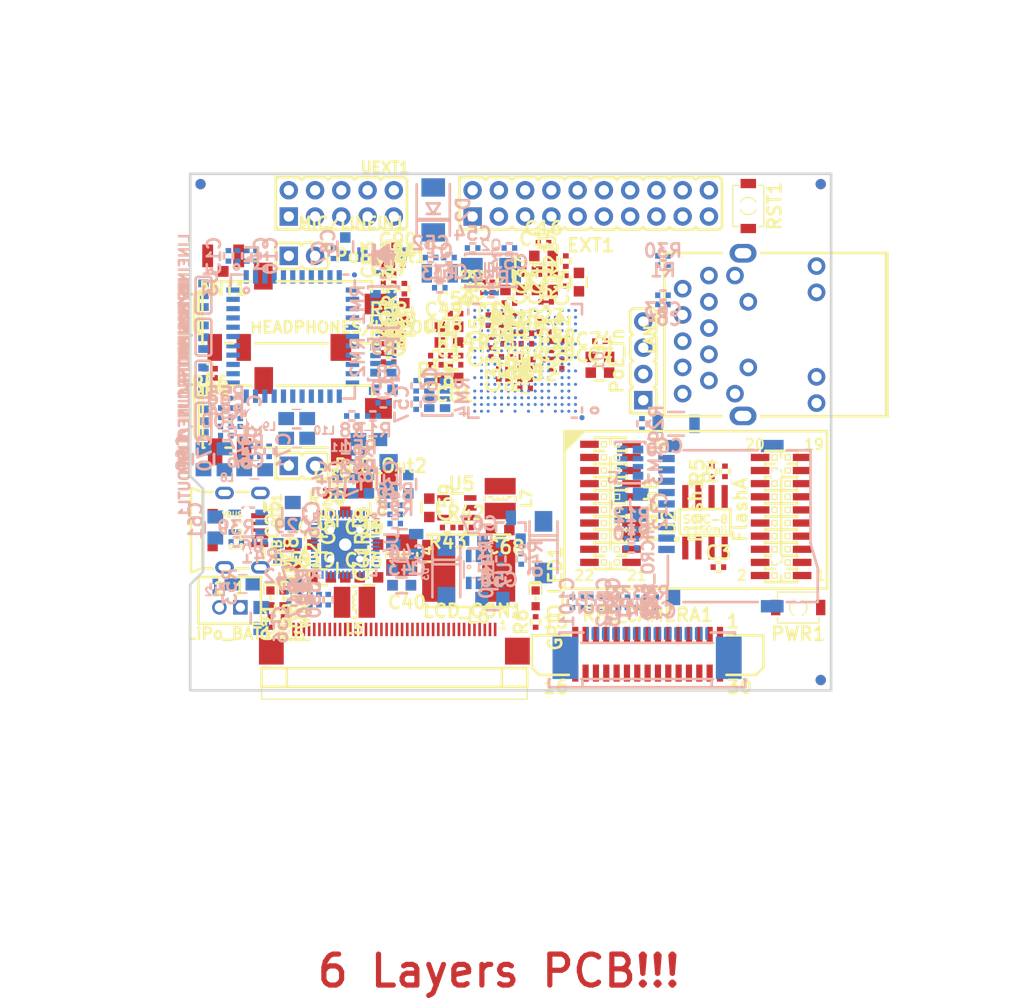
<source format=kicad_pcb>
(kicad_pcb (version 20190905) (host pcbnew "5.99.0-unknown-df3fabf~100~ubuntu18.04.1")
  (title_block (date "2019-08-21") (rev "F"))
  (layers (0 "F.Cu" mixed) (1 "In1.Cu" power) (2 "In2.Cu" signal) (3 "In3.Cu" signal) (4 "In4.Cu" power) (31 "B.Cu" mixed) (34 "B.Paste" user hide) (35 "F.Paste" user hide) (36 "B.SilkS" user) (37 "F.SilkS" user) (38 "B.Mask" user hide) (39 "F.Mask" user) (44 "Edge.Cuts" user))
  (net 0 "")
  (net 1 "+5V_EXT")
  (net 2 "+5V")
  (net 3 "Net-(ANT1-Pad1)")
  (net 4 "GND")
  (net 5 "+3V3")
  (net 6 "Net-(C37-Pad2)")
  (net 7 "+3.0VA")
  (net 8 "Net-(C54-Pad2)")
  (net 9 "Net-(C57-Pad2)")
  (net 10 "Net-(C65-Pad2)")
  (net 11 "+5V_USBOTG")
  (net 12 "IPS")
  (net 13 "VBAT")
  (net 14 "Net-(CHGLED1-Pad1)")
  (net 15 "Net-(MICRO_SD1-Pad5)")
  (net 16 "Net-(PWRLED1-Pad2)")
  (net 17 "Net-(R9-Pad1)")
  (net 18 "Net-(R41-Pad2)")
  (net 19 "AP-CK32KO")
  (net 20 "Net-(GPIO_LED1-Pad2)")
  (net 21 "Net-(HEADPHONES/LINEOUT1-Pad2)")
  (net 22 "Net-(HEADPHONES/LINEOUT1-Pad1)")
  (net 23 "Net-(HEADPHONES/LINEOUT1-Pad3)")
  (net 24 "Net-(HEADPHONES/LINEOUT1-Pad5)")
  (net 25 "Net-(HEADPHONES/LINEOUT1-Pad4)")
  (net 26 "Net-(MIC/LINEIN1-Pad4)")
  (net 27 "Net-(HPHONEOUTL/LINEOUTL1-Pad2)")
  (net 28 "Net-(HPHONEOUTR/LINEOUTR1-Pad2)")
  (net 29 "Net-(LINEINR/MICIN1-Pad2)")
  (net 30 "Net-(C67-Pad2)")
  (net 31 "AXP_RST")
  (net 32 "Net-(R18-Pad1)")
  (net 33 "Net-(L7-Pad1)")
  (net 34 "Net-(R42-Pad1)")
  (net 35 "Net-(D3-Pad2)")
  (net 36 "/Power Supply, USB, Audio, Ethernet, Buttons, MiPi-Camera/NMI")
  (net 37 "+3.3V_RTC")
  (net 38 "USB-ID")
  (net 39 "Net-(R22-Pad1)")
  (net 40 "Net-(R35-Pad2)")
  (net 41 "/Power Supply, USB, Audio, Ethernet, Buttons, MiPi-Camera/VINT")
  (net 42 "/Power Supply, USB, Audio, Ethernet, Buttons, MiPi-Camera/RESETn")
  (net 43 "PB6\\TWI0-SCK")
  (net 44 "Net-(C24-Pad1)")
  (net 45 "PB7\\TWI0-SDA")
  (net 46 "Net-(R40-Pad1)")
  (net 47 "Net-(R17-Pad1)")
  (net 48 "Net-(R20-Pad1)")
  (net 49 "Net-(CHGLED1-Pad2)")
  (net 50 "VCC-DDR")
  (net 51 "Net-(C69-Pad2)")
  (net 52 "USB-VBUSDET")
  (net 53 "/Power Supply, USB, Audio, Ethernet, Buttons, MiPi-Camera/USB-DRV")
  (net 54 "/GPIO_LED")
  (net 55 "Net-(R29-Pad2)")
  (net 56 "/Power Supply, USB, Audio, Ethernet, Buttons, MiPi-Camera/EPHY_LINK_LED")
  (net 57 "HP(MIC)-DET")
  (net 58 "Net-(MIC/LINEIN1-Pad1)")
  (net 59 "Net-(LINEINL/MICIN1-Pad2)")
  (net 60 "/Power Supply, USB, Audio, Ethernet, Buttons, MiPi-Camera/HPOUTL")
  (net 61 "Net-(C94-Pad2)")
  (net 62 "/Power Supply, USB, Audio, Ethernet, Buttons, MiPi-Camera/HPOUTR")
  (net 63 "Net-(C95-Pad2)")
  (net 64 "Net-(C92-Pad2)")
  (net 65 "Net-(C88-Pad1)")
  (net 66 "/Power Supply, USB, Audio, Ethernet, Buttons, MiPi-Camera/MBIAS")
  (net 67 "Net-(C86-Pad1)")
  (net 68 "+2.5V")
  (net 69 "Net-(R49-Pad1)")
  (net 70 "Net-(R30-Pad2)")
  (net 71 "/Power Supply, USB, Audio, Ethernet, Buttons, MiPi-Camera/EPHY_SPD_LED")
  (net 72 "Net-(R31-Pad2)")
  (net 73 "Net-(C52-Pad2)")
  (net 74 "Net-(C51-Pad2)")
  (net 75 "Net-(C17-Pad1)")
  (net 76 "Net-(R28-Pad2)")
  (net 77 "Net-(R27-Pad2)")
  (net 78 "/SDC0-CLK")
  (net 79 "/UART1_RX")
  (net 80 "/SDC0-CMD")
  (net 81 "CSI-SCK")
  (net 82 "CSI-SDA")
  (net 83 "/PB3")
  (net 84 "/CAM-RST")
  (net 85 "/SDC0-D3")
  (net 86 "/WL-SDIO-CLK")
  (net 87 "/CAM-PWDN")
  (net 88 "Net-(R8-Pad1)")
  (net 89 "/CSI-MCLK")
  (net 90 "/CSI-PCLK")
  (net 91 "Net-(R34-Pad1)")
  (net 92 "/Power Supply, USB, Audio, Ethernet, Buttons, MiPi-Camera/HPOUTFB")
  (net 93 "Net-(R23-Pad1)")
  (net 94 "/WL-SDIO-D2")
  (net 95 "/WL-SDIO-D3")
  (net 96 "/WL-PMU-EN")
  (net 97 "/WL-SDIO-D0")
  (net 98 "/WL-SDIO-D1")
  (net 99 "/BT-DIS-N")
  (net 100 "/BT-UART-RX")
  (net 101 "/WL-SDIO-CMD")
  (net 102 "/SDC0-DET#")
  (net 103 "/SDC0-D1")
  (net 104 "/SDC0-D2")
  (net 105 "/SDC0-D0")
  (net 106 "Net-(C60-Pad2)")
  (net 107 "/Power Supply, USB, Audio, Ethernet, Buttons, MiPi-Camera/EPHY_RX_P")
  (net 108 "/Power Supply, USB, Audio, Ethernet, Buttons, MiPi-Camera/EPHY_TX_N")
  (net 109 "/Power Supply, USB, Audio, Ethernet, Buttons, MiPi-Camera/EPHY_RX_N")
  (net 110 "/Power Supply, USB, Audio, Ethernet, Buttons, MiPi-Camera/EPHY_TX_P")
  (net 111 "Net-(C12-Pad1)")
  (net 112 "Net-(C10-Pad2)")
  (net 113 "+1.1V")
  (net 114 "Net-(C15-Pad1)")
  (net 115 "Net-(C19-Pad1)")
  (net 116 "+1V2")
  (net 117 "Net-(C23-Pad1)")
  (net 118 "+2V8")
  (net 119 "Net-(C91-Pad1)")
  (net 120 "Net-(C90-Pad1)")
  (net 121 "Net-(C53-Pad2)")
  (net 122 "Net-(C99-Pad2)")
  (net 123 "/Power Supply, USB, Audio, Ethernet, Buttons, MiPi-Camera/LINEOUTR")
  (net 124 "Net-(C100-Pad2)")
  (net 125 "/Power Supply, USB, Audio, Ethernet, Buttons, MiPi-Camera/LINEOUTL")
  (net 126 "Net-(C63-Pad2)")
  (net 127 "Net-(C64-Pad2)")
  (net 128 "/Power Supply, USB, Audio, Ethernet, Buttons, MiPi-Camera/LINEINL")
  (net 129 "Net-(C89-Pad1)")
  (net 130 "/Power Supply, USB, Audio, Ethernet, Buttons, MiPi-Camera/MICIN1_N")
  (net 131 "AXP_PWRON")
  (net 132 "/Power Supply, USB, Audio, Ethernet, Buttons, MiPi-Camera/MICIN3_N")
  (net 133 "/Power Supply, USB, Audio, Ethernet, Buttons, MiPi-Camera/LINEINR")
  (net 134 "Net-(C87-Pad1)")
  (net 135 "/Power Supply, USB, Audio, Ethernet, Buttons, MiPi-Camera/MICIN1_P")
  (net 136 "/Power Supply, USB, Audio, Ethernet, Buttons, MiPi-Camera/MICIN3_P")
  (net 137 "Net-(C10-Pad1)")
  (net 138 "Net-(L3-Pad1)")
  (net 139 "Net-(L4-Pad1)")
  (net 140 "Net-(L5-Pad1)")
  (net 141 "Net-(FID6-PadFid1)")
  (net 142 "Net-(FID2-PadFid1)")
  (net 143 "Net-(FID4-PadFid1)")
  (net 144 "Net-(FID3-PadFid1)")
  (net 145 "Net-(FID1-PadFid1)")
  (net 146 "Net-(FID5-PadFid1)")
  (net 147 "/Power Supply, USB, Audio, Ethernet, Buttons, MiPi-Camera/EXTEN")
  (net 148 "Net-(U7-Pad6)")
  (net 149 "PB8\\TWI1-SCK")
  (net 150 "PB9\\TWI1-SDA")
  (net 151 "/BT-UART-CTS")
  (net 152 "/BT-UART-TX")
  (net 153 "Net-(U3-Pad40)")
  (net 154 "Net-(U3-Pad39)")
  (net 155 "Net-(U3-Pad38)")
  (net 156 "Net-(U3-Pad37)")
  (net 157 "Net-(U3-Pad35)")
  (net 158 "Net-(U3-Pad32)")
  (net 159 "Net-(U3-Pad30)")
  (net 160 "Net-(U3-Pad29)")
  (net 161 "/BT-PCM-SYNC")
  (net 162 "/BT-PCM-DIN")
  (net 163 "/BT-PCM-CLK")
  (net 164 "/BT-PCM-DOUT")
  (net 165 "Net-(U3-Pad23)")
  (net 166 "Net-(U3-Pad21)")
  (net 167 "/WL-WAKE-AP")
  (net 168 "Net-(U3-Pad11)")
  (net 169 "Net-(U3-Pad10)")
  (net 170 "Net-(U3-Pad8)")
  (net 171 "/BT-WAKE-AP")
  (net 172 "/AP-WAKE-BT")
  (net 173 "Net-(U3-Pad5)")
  (net 174 "Net-(U3-Pad4)")
  (net 175 "Net-(U3-Pad3)")
  (net 176 "/Power Supply, USB, Audio, Ethernet, Buttons, MiPi-Camera/AXP_BACKUP")
  (net 177 "Net-(U4-Pad29)")
  (net 178 "Net-(U4-Pad18)")
  (net 179 "Net-(U4-Pad5)")
  (net 180 "Net-(U4-Pad3)")
  (net 181 "/LCD_D14")
  (net 182 "/LCD_D19")
  (net 183 "/LCD_D21")
  (net 184 "/LCD_CLK")
  (net 185 "/LCD_D11")
  (net 186 "/SDC2-CLK\\SPI0-MISO")
  (net 187 "/CTP-INT")
  (net 188 "/LCD_D22")
  (net 189 "/LCD_D15")
  (net 190 "/LCD_D18")
  (net 191 "/LCD_DE")
  (net 192 "/SDC2-RST\\SPI0-CS")
  (net 193 "/LCD_D6")
  (net 194 "/LCD_D10")
  (net 195 "/LCD_VSYNC")
  (net 196 "/SDC2-CMD\\SPI0-CLK")
  (net 197 "/LCD_D20")
  (net 198 "/SDC2-D0\\SPI0-MOSI")
  (net 199 "/LCD_D23")
  (net 200 "/SDC2-D7")
  (net 201 "/LCD-PWM")
  (net 202 "/CSI-HSYNC")
  (net 203 "/SDC2-D3")
  (net 204 "/LCD_D12")
  (net 205 "/LCD_D7")
  (net 206 "/SDC2-D4")
  (net 207 "/LCD_HSYNC")
  (net 208 "/SDC2-D6")
  (net 209 "/LCD_D3")
  (net 210 "/SDC2-D5")
  (net 211 "/CSI-D2")
  (net 212 "/CSI-VSYNC")
  (net 213 "/CSI-D5")
  (net 214 "/LCD_PWR")
  (net 215 "/Power Supply, USB, Audio, Ethernet, Buttons, MiPi-Camera/MCSI_DATA0-")
  (net 216 "/CSI-D3")
  (net 217 "/CSI-D8")
  (net 218 "/CTP-RST")
  (net 219 "/Power Supply, USB, Audio, Ethernet, Buttons, MiPi-Camera/MCSI_DATA1-")
  (net 220 "/CSI-D7")
  (net 221 "/CSI-D4")
  (net 222 "/Power Supply, USB, Audio, Ethernet, Buttons, MiPi-Camera/MCSI_DATA1+")
  (net 223 "/Power Supply, USB, Audio, Ethernet, Buttons, MiPi-Camera/MCSI_DATA0+")
  (net 224 "/SDC2-D2")
  (net 225 "/SDC2-D1")
  (net 226 "/Power Supply, USB, Audio, Ethernet, Buttons, MiPi-Camera/MCSI_CK+")
  (net 227 "/Power Supply, USB, Audio, Ethernet, Buttons, MiPi-Camera/USB-D_N")
  (net 228 "LRADC1")
  (net 229 "LRADC0")
  (net 230 "Net-(U1-PadK1)")
  (net 231 "Net-(U1-PadP11)")
  (net 232 "/LCD_D2")
  (net 233 "/CSI-D6")
  (net 234 "/LCD_D4")
  (net 235 "/Power Supply, USB, Audio, Ethernet, Buttons, MiPi-Camera/MCSI_CK-")
  (net 236 "/LCD_D5")
  (net 237 "/Power Supply, USB, Audio, Ethernet, Buttons, MiPi-Camera/USB-D_P")
  (net 238 "Net-(U1-PadL2)")
  (net 239 "/CSI-D10")
  (net 240 "/LCD_D13")
  (net 241 "MIPI-CSI-RESET")
  (net 242 "/CSI-D9")
  (net 243 "/UART1_TX")
  (net 244 "Net-(U1-PadL3)")
  (net 245 "Net-(U1-PadK2)")
  (net 246 "/CSI-D11")
  (net 247 "Net-(U1-PadR11)")
  (net 248 "MIPI-CSI-PWDN")
  (net 249 "Net-(D1-Pad1)")
  (net 250 "Net-(RPi_CAMERA1-Pad25)")
  (net 251 "Net-(RPi_CAMERA1-Pad24)")
  (net 252 "Net-(RPi_CAMERA1-Pad28)")
  (net 253 "Net-(RPi_CAMERA1-Pad22)")
  (net 254 "Net-(RPi_CAMERA1-Pad29)")
  (net 255 "Net-(RPi_CAMERA1-Pad26)")
  (net 256 "Net-(RPi_CAMERA1-Pad16)")
  (net 257 "Net-(RPi_CAMERA1-Pad30)")
  (net 258 "Net-(RPi_CAMERA1-Pad20)")
  (net 259 "Net-(RPi_CAMERA1-Pad19)")
  (net 260 "Net-(RPi_CAMERA1-Pad21)")
  (net 261 "Net-(RPi_CAMERA1-Pad18)")
  (net 262 "Net-(RPi_CAMERA1-Pad23)")
  (net 263 "Net-(RPi_CAMERA1-Pad27)")
  (net 264 "Net-(RPi_CAMERA1-Pad17)")
  (net 265 "Net-(LAN1-Pad7)")
  (net 266 "Net-(LAN1-Pad8)")
  (net 267 "Net-(LAN1-Pad9)")
  (net 268 "Net-(LAN1-Pad10)")
  (net 269 "Net-(LCD_CON1-Pad34)")
  (net 270 "Net-(LCD_CON1-Pad33)")
  (net 271 "Net-(UEXT1-Pad10)")
  (net 272 "Net-(UEXT1-Pad9)")
  (net 273 "Net-(UEXT1-Pad8)")
  (net 274 "Net-(UEXT1-Pad7)")
  (net 275 "Net-(CAM1-Pad17)")
  (net 276 "Net-(CAM1-Pad13)")
  (net 277 "Net-(CAM1-Pad1)")
  (net 278 "Net-(Flash1-Pad24)")
  (net 279 "Net-(Flash1-Pad19)")
  (net 280 "Net-(Flash1-Pad18)")
  (net 281 "Net-(Flash1-Pad17)")
  (net 282 "Net-(Flash1-Pad15)")
  (net 283 "Net-(Flash1-Pad14)")
  (net 284 "Net-(Flash1-Pad13)")
  (net 285 "Net-(Flash1-Pad11)")
  (net 286 "Net-(Flash1-Pad9)")
  (net 287 "Net-(L12-Pad2)")
  (net 288 "/Power Supply, USB, Audio, Ethernet, Buttons, MiPi-Camera/CHSENSE")
  (net 289 "/Power Supply, USB, Audio, Ethernet, Buttons, MiPi-Camera/CT1")
  (net 290 "/Power Supply, USB, Audio, Ethernet, Buttons, MiPi-Camera/CT2")
  (net 291 "/Power Supply, USB, Audio, Ethernet, Buttons, MiPi-Camera/SP1")
  (net 292 "/Power Supply, USB, Audio, Ethernet, Buttons, MiPi-Camera/SP2")
  (module "OLIMEX_Connectors-FP:HN2x5" (layer "F.Cu") (at 134.62 62.865)
    (fp_text reference "UEXT1" (at 4.22 -3.484) (layer "F.SilkS") (effects (font (size 1.016 1.016) (thickness 0.254))))
    (fp_text value "HN2x5")
    (pad "4" thru_hole circle (at -2.54 -1.27) (size 1.778 1.778) (drill 1) (layers *.Cu *.Mask) (net 249 "Net-(D1-Pad1)"))
    (pad "3" thru_hole circle (at -2.54 1.27) (size 1.778 1.778) (drill 1) (layers *.Cu *.Mask) (net 243 "/UART1_TX"))
    (pad "2" thru_hole circle (at -5.08 -1.27) (size 1.778 1.778) (drill 1) (layers *.Cu *.Mask) (net 4 "GND"))
    (pad "1" thru_hole rect (at -5.08 1.27) (size 1.778 1.778) (drill 1) (layers *.Cu *.Mask) (net 5 "+3V3"))
    (pad "5" thru_hole circle (at 0 1.27) (size 1.778 1.778) (drill 1) (layers *.Cu *.Mask) (net 149 "PB8\\TWI1-SCK"))
    (pad "6" thru_hole circle (at 0 -1.27) (size 1.778 1.778) (drill 1) (layers *.Cu *.Mask) (net 150 "PB9\\TWI1-SDA"))
    (pad "8" thru_hole circle (at 2.54 -1.27) (size 1.778 1.778) (drill 1) (layers *.Cu *.Mask) (net 273 "Net-(UEXT1-Pad8)"))
    (pad "7" thru_hole circle (at 2.54 1.27) (size 1.778 1.778) (drill 1) (layers *.Cu *.Mask) (net 274 "Net-(UEXT1-Pad7)"))
    (pad "9" thru_hole circle (at 5.08 1.27) (size 1.778 1.778) (drill 1) (layers *.Cu *.Mask) (net 272 "Net-(UEXT1-Pad9)"))
    (pad "10" thru_hole circle (at 5.08 -1.27) (size 1.778 1.778) (drill 1) (layers *.Cu *.Mask) (net 271 "Net-(UEXT1-Pad10)"))
  )
  (module "OLIMEX_IC-FP:FBGA-234(Pitch-0.65mm_Pad-0.3mm_11x11x1.08mm)" (layer "B.Cu") (at 152.4 78.105 90)
    (fp_text reference "U1" (at 0 7.1 -90) (layer "B.SilkS") (effects (justify mirror)))
    (fp_text value "AllWinner-S3(FBGA-234)" hide)
    (fp_text user "o" (at -4.8 6.6 -90) (layer "B.SilkS") (effects (font (size 1.016 1.016) (thickness 0.254)) (justify mirror)))
    (pad "fid" smd circle (at -5.5 5.5) (size 0.5 0.5) (layers "B.Cu" "B.Mask"))
    (pad "fid" smd circle (at 5.5 -5.5) (size 0.5 0.5) (layers "B.Cu" "B.Mask"))
    (pad "A16" smd circle (at -4.875 4.875) (size 0.3 0.3) (layers "B.Cu" "B.Mask") (net 4 "GND"))
    (pad "A15" smd circle (at -4.875 4.225) (size 0.3 0.3) (layers "B.Cu" "B.Mask") (net 181 "/LCD_D14"))
    (pad "A14" smd circle (at -4.875 3.575) (size 0.3 0.3) (layers "B.Cu" "B.Mask") (net 182 "/LCD_D19"))
    (pad "A13" smd circle (at -4.875 2.925) (size 0.3 0.3) (layers "B.Cu" "B.Mask") (net 183 "/LCD_D21"))
    (pad "A11" smd circle (at -4.875 1.625) (size 0.3 0.3) (layers "B.Cu" "B.Mask") (net 184 "/LCD_CLK"))
    (pad "A9" smd circle (at -4.875 0.325) (size 0.3 0.3) (layers "B.Cu" "B.Mask") (net 185 "/LCD_D11"))
    (pad "A7" smd circle (at -4.875 -0.975) (size 0.3 0.3) (layers "B.Cu" "B.Mask") (net 43 "PB6\\TWI0-SCK"))
    (pad "A5" smd circle (at -4.875 -2.275) (size 0.3 0.3) (layers "B.Cu" "B.Mask") (net 52 "USB-VBUSDET"))
    (pad "A3" smd circle (at -4.875 -3.575) (size 0.3 0.3) (layers "B.Cu" "B.Mask") (net 186 "/SDC2-CLK\\SPI0-MISO"))
    (pad "A2" smd circle (at -4.875 -4.225) (size 0.3 0.3) (layers "B.Cu" "B.Mask") (net 187 "/CTP-INT"))
    (pad "A1" smd circle (at -4.875 -4.875) (size 0.3 0.3) (layers "B.Cu" "B.Mask") (net 4 "GND"))
    (pad "B12" smd circle (at -4.225 2.275) (size 0.3 0.3) (layers "B.Cu" "B.Mask") (net 188 "/LCD_D22"))
    (pad "B15" smd circle (at -4.225 4.225) (size 0.3 0.3) (layers "B.Cu" "B.Mask") (net 189 "/LCD_D15"))
    (pad "B14" smd circle (at -4.225 3.575) (size 0.3 0.3) (layers "B.Cu" "B.Mask") (net 190 "/LCD_D18"))
    (pad "B11" smd circle (at -4.225 1.625) (size 0.3 0.3) (layers "B.Cu" "B.Mask") (net 191 "/LCD_DE"))
    (pad "B8" smd circle (at -4.225 -0.325) (size 0.3 0.3) (layers "B.Cu" "B.Mask") (net 151 "/BT-UART-CTS"))
    (pad "B1" smd circle (at -4.225 -4.875) (size 0.3 0.3) (layers "B.Cu" "B.Mask") (net 192 "/SDC2-RST\\SPI0-CS"))
    (pad "B16" smd circle (at -4.225 4.875) (size 0.3 0.3) (layers "B.Cu" "B.Mask") (net 193 "/LCD_D6"))
    (pad "B9" smd circle (at -4.225 0.325) (size 0.3 0.3) (layers "B.Cu" "B.Mask") (net 194 "/LCD_D10"))
    (pad "B10" smd circle (at -4.225 0.975) (size 0.3 0.3) (layers "B.Cu" "B.Mask") (net 195 "/LCD_VSYNC"))
    (pad "B5" smd circle (at -4.225 -2.275) (size 0.3 0.3) (layers "B.Cu" "B.Mask") (net 57 "HP(MIC)-DET"))
    (pad "B3" smd circle (at -4.225 -3.575) (size 0.3 0.3) (layers "B.Cu" "B.Mask") (net 100 "/BT-UART-RX"))
    (pad "B2" smd circle (at -4.225 -4.225) (size 0.3 0.3) (layers "B.Cu" "B.Mask") (net 196 "/SDC2-CMD\\SPI0-CLK"))
    (pad "B13" smd circle (at -4.225 2.925) (size 0.3 0.3) (layers "B.Cu" "B.Mask") (net 197 "/LCD_D20"))
    (pad "B7" smd circle (at -4.225 -0.975) (size 0.3 0.3) (layers "B.Cu" "B.Mask") (net 45 "PB7\\TWI0-SDA"))
    (pad "B4" smd circle (at -4.225 -2.925) (size 0.3 0.3) (layers "B.Cu" "B.Mask") (net 152 "/BT-UART-TX"))
    (pad "B6" smd circle (at -4.225 -1.625) (size 0.3 0.3) (layers "B.Cu" "B.Mask") (net 149 "PB8\\TWI1-SCK"))
    (pad "D9" smd circle (at -2.925 0.325) (size 0.3 0.3) (layers "B.Cu" "B.Mask") (net 4 "GND"))
    (pad "C5" smd circle (at -3.575 -2.275) (size 0.3 0.3) (layers "B.Cu" "B.Mask") (net 167 "/WL-WAKE-AP"))
    (pad "C2" smd circle (at -3.575 -4.225) (size 0.3 0.3) (layers "B.Cu" "B.Mask") (net 198 "/SDC2-D0\\SPI0-MOSI"))
    (pad "C7" smd circle (at -3.575 -0.975) (size 0.3 0.3) (layers "B.Cu" "B.Mask") (net 54 "/GPIO_LED"))
    (pad "D8" smd circle (at -2.925 -0.325) (size 0.3 0.3) (layers "B.Cu" "B.Mask") (net 4 "GND"))
    (pad "D5" smd circle (at -2.925 -2.275) (size 0.3 0.3) (layers "B.Cu" "B.Mask") (net 4 "GND"))
    (pad "D10" smd circle (at -2.925 0.975) (size 0.3 0.3) (layers "B.Cu" "B.Mask") (net 4 "GND"))
    (pad "C12" smd circle (at -3.575 2.275) (size 0.3 0.3) (layers "B.Cu" "B.Mask") (net 199 "/LCD_D23"))
    (pad "D1" smd circle (at -2.925 -4.875) (size 0.3 0.3) (layers "B.Cu" "B.Mask") (net 200 "/SDC2-D7"))
    (pad "C4" smd circle (at -3.575 -2.925) (size 0.3 0.3) (layers "B.Cu" "B.Mask") (net 83 "/PB3"))
    (pad "C8" smd circle (at -3.575 -0.325) (size 0.3 0.3) (layers "B.Cu" "B.Mask") (net 201 "/LCD-PWM"))
    (pad "D15" smd circle (at -2.925 4.225) (size 0.3 0.3) (layers "B.Cu" "B.Mask") (net 84 "/CAM-RST"))
    (pad "C13" smd circle (at -3.575 2.925) (size 0.3 0.3) (layers "B.Cu" "B.Mask") (net 99 "/BT-DIS-N"))
    (pad "C14" smd circle (at -3.575 3.575) (size 0.3 0.3) (layers "B.Cu" "B.Mask") (net 202 "/CSI-HSYNC"))
    (pad "D12" smd circle (at -2.925 2.275) (size 0.3 0.3) (layers "B.Cu" "B.Mask") (net 4 "GND"))
    (pad "C1" smd circle (at -3.575 -4.875) (size 0.3 0.3) (layers "B.Cu" "B.Mask") (net 203 "/SDC2-D3"))
    (pad "C15" smd circle (at -3.575 4.225) (size 0.3 0.3) (layers "B.Cu" "B.Mask") (net 204 "/LCD_D12"))
    (pad "C16" smd circle (at -3.575 4.875) (size 0.3 0.3) (layers "B.Cu" "B.Mask") (net 205 "/LCD_D7"))
    (pad "C3" smd circle (at -3.575 -3.575) (size 0.3 0.3) (layers "B.Cu" "B.Mask") (net 206 "/SDC2-D4"))
    (pad "D6" smd circle (at -2.925 -1.625) (size 0.3 0.3) (layers "B.Cu" "B.Mask") (net 4 "GND"))
    (pad "C10" smd circle (at -3.575 0.975) (size 0.3 0.3) (layers "B.Cu" "B.Mask") (net 207 "/LCD_HSYNC"))
    (pad "D2" smd circle (at -2.925 -4.225) (size 0.3 0.3) (layers "B.Cu" "B.Mask") (net 208 "/SDC2-D6"))
    (pad "D11" smd circle (at -2.925 1.625) (size 0.3 0.3) (layers "B.Cu" "B.Mask") (net 4 "GND"))
    (pad "D14" smd circle (at -2.925 3.575) (size 0.3 0.3) (layers "B.Cu" "B.Mask") (net 87 "/CAM-PWDN"))
    (pad "D7" smd circle (at -2.925 -0.975) (size 0.3 0.3) (layers "B.Cu" "B.Mask") (net 4 "GND"))
    (pad "D4" smd circle (at -2.925 -2.925) (size 0.3 0.3) (layers "B.Cu" "B.Mask") (net 4 "GND"))
    (pad "C6" smd circle (at -3.575 -1.625) (size 0.3 0.3) (layers "B.Cu" "B.Mask") (net 150 "PB9\\TWI1-SDA"))
    (pad "C9" smd circle (at -3.575 0.325) (size 0.3 0.3) (layers "B.Cu" "B.Mask") (net 4 "GND"))
    (pad "C11" smd circle (at -3.575 1.625) (size 0.3 0.3) (layers "B.Cu" "B.Mask") (net 209 "/LCD_D3"))
    (pad "D3" smd circle (at -2.925 -3.575) (size 0.3 0.3) (layers "B.Cu" "B.Mask") (net 210 "/SDC2-D5"))
    (pad "F9" smd circle (at -1.625 0.325) (size 0.3 0.3) (layers "B.Cu" "B.Mask") (net 4 "GND"))
    (pad "E5" smd circle (at -2.275 -2.275) (size 0.3 0.3) (layers "B.Cu" "B.Mask") (net 4 "GND"))
    (pad "E2" smd circle (at -2.275 -4.225) (size 0.3 0.3) (layers "B.Cu" "B.Mask") (net 108 "/Power Supply, USB, Audio, Ethernet, Buttons, MiPi-Camera/EPHY_TX_N"))
    (pad "H5" smd circle (at -0.325 -2.275) (size 0.3 0.3) (layers "B.Cu" "B.Mask") (net 4 "GND"))
    (pad "E7" smd circle (at -2.275 -0.975) (size 0.3 0.3) (layers "B.Cu" "B.Mask") (net 4 "GND"))
    (pad "F8" smd circle (at -1.625 -0.325) (size 0.3 0.3) (layers "B.Cu" "B.Mask") (net 50 "VCC-DDR"))
    (pad "F5" smd circle (at -1.625 -2.275) (size 0.3 0.3) (layers "B.Cu" "B.Mask") (net 77 "Net-(R27-Pad2)"))
    (pad "F10" smd circle (at -1.625 0.975) (size 0.3 0.3) (layers "B.Cu" "B.Mask") (net 4 "GND"))
    (pad "E12" smd circle (at -2.275 2.275) (size 0.3 0.3) (layers "B.Cu" "B.Mask") (net 211 "/CSI-D2"))
    (pad "F1" smd circle (at -1.625 -4.875) (size 0.3 0.3) (layers "B.Cu" "B.Mask") (net 109 "/Power Supply, USB, Audio, Ethernet, Buttons, MiPi-Camera/EPHY_RX_N"))
    (pad "E4" smd circle (at -2.275 -2.925) (size 0.3 0.3) (layers "B.Cu" "B.Mask") (net 4 "GND"))
    (pad "E8" smd circle (at -2.275 -0.325) (size 0.3 0.3) (layers "B.Cu" "B.Mask") (net 4 "GND"))
    (pad "F15" smd circle (at -1.625 4.225) (size 0.3 0.3) (layers "B.Cu" "B.Mask") (net 212 "/CSI-VSYNC"))
    (pad "E13" smd circle (at -2.275 2.925) (size 0.3 0.3) (layers "B.Cu" "B.Mask") (net 213 "/CSI-D5"))
    (pad "E14" smd circle (at -2.275 3.575) (size 0.3 0.3) (layers "B.Cu" "B.Mask") (net 4 "GND"))
    (pad "F12" smd circle (at -1.625 2.275) (size 0.3 0.3) (layers "B.Cu" "B.Mask") (net 172 "/AP-WAKE-BT"))
    (pad "E15" smd circle (at -2.275 4.225) (size 0.3 0.3) (layers "B.Cu" "B.Mask") (net 214 "/LCD_PWR"))
    (pad "E16" smd circle (at -2.275 4.875) (size 0.3 0.3) (layers "B.Cu" "B.Mask") (net 96 "/WL-PMU-EN"))
    (pad "G7" smd circle (at -0.975 -0.975) (size 0.3 0.3) (layers "B.Cu" "B.Mask") (net 4 "GND"))
    (pad "E3" smd circle (at -2.275 -3.575) (size 0.3 0.3) (layers "B.Cu" "B.Mask") (net 110 "/Power Supply, USB, Audio, Ethernet, Buttons, MiPi-Camera/EPHY_TX_P"))
    (pad "F6" smd circle (at -1.625 -1.625) (size 0.3 0.3) (layers "B.Cu" "B.Mask") (net 50 "VCC-DDR"))
    (pad "G2" smd circle (at -0.975 -4.225) (size 0.3 0.3) (layers "B.Cu" "B.Mask") (net 215 "/Power Supply, USB, Audio, Ethernet, Buttons, MiPi-Camera/MCSI_DATA0-"))
    (pad "G16" smd circle (at -0.975 4.875) (size 0.3 0.3) (layers "B.Cu" "B.Mask") (net 81 "CSI-SCK"))
    (pad "G15" smd circle (at -0.975 4.225) (size 0.3 0.3) (layers "B.Cu" "B.Mask") (net 216 "/CSI-D3"))
    (pad "E10" smd circle (at -2.275 0.975) (size 0.3 0.3) (layers "B.Cu" "B.Mask") (net 4 "GND"))
    (pad "H8" smd circle (at -0.325 -0.325) (size 0.3 0.3) (layers "B.Cu" "B.Mask") (net 50 "VCC-DDR"))
    (pad "G5" smd circle (at -0.975 -2.275) (size 0.3 0.3) (layers "B.Cu" "B.Mask") (net 4 "GND"))
    (pad "H12" smd circle (at -0.325 2.275) (size 0.3 0.3) (layers "B.Cu" "B.Mask") (net 113 "+1.1V"))
    (pad "G14" smd circle (at -0.975 3.575) (size 0.3 0.3) (layers "B.Cu" "B.Mask") (net 217 "/CSI-D8"))
    (pad "G13" smd circle (at -0.975 2.925) (size 0.3 0.3) (layers "B.Cu" "B.Mask") (net 89 "/CSI-MCLK"))
    (pad "H15" smd circle (at -0.325 4.225) (size 0.3 0.3) (layers "B.Cu" "B.Mask") (net 218 "/CTP-RST"))
    (pad "G8" smd circle (at -0.975 -0.325) (size 0.3 0.3) (layers "B.Cu" "B.Mask") (net 50 "VCC-DDR"))
    (pad "G4" smd circle (at -0.975 -2.925) (size 0.3 0.3) (layers "B.Cu" "B.Mask") (net 4 "GND"))
    (pad "H1" smd circle (at -0.325 -4.875) (size 0.3 0.3) (layers "B.Cu" "B.Mask") (net 219 "/Power Supply, USB, Audio, Ethernet, Buttons, MiPi-Camera/MCSI_DATA1-"))
    (pad "G12" smd circle (at -0.975 2.275) (size 0.3 0.3) (layers "B.Cu" "B.Mask") (net 113 "+1.1V"))
    (pad "H9" smd circle (at -0.325 0.325) (size 0.3 0.3) (layers "B.Cu" "B.Mask") (net 4 "GND"))
    (pad "H3" smd circle (at -0.325 -3.575) (size 0.3 0.3) (layers "B.Cu" "B.Mask") (net 4 "GND"))
    (pad "G11" smd circle (at -0.975 1.625) (size 0.3 0.3) (layers "B.Cu" "B.Mask") (net 4 "GND"))
    (pad "G9" smd circle (at -0.975 0.325) (size 0.3 0.3) (layers "B.Cu" "B.Mask") (net 4 "GND"))
    (pad "G6" smd circle (at -0.975 -1.625) (size 0.3 0.3) (layers "B.Cu" "B.Mask") (net 4 "GND"))
    (pad "H4" smd circle (at -0.325 -2.925) (size 0.3 0.3) (layers "B.Cu" "B.Mask") (net 4 "GND"))
    (pad "H7" smd circle (at -0.325 -0.975) (size 0.3 0.3) (layers "B.Cu" "B.Mask") (net 4 "GND"))
    (pad "H14" smd circle (at -0.325 3.575) (size 0.3 0.3) (layers "B.Cu" "B.Mask") (net 220 "/CSI-D7"))
    (pad "H11" smd circle (at -0.325 1.625) (size 0.3 0.3) (layers "B.Cu" "B.Mask") (net 5 "+3V3"))
    (pad "H13" smd circle (at -0.325 2.925) (size 0.3 0.3) (layers "B.Cu" "B.Mask") (net 221 "/CSI-D4"))
    (pad "H2" smd circle (at -0.325 -4.225) (size 0.3 0.3) (layers "B.Cu" "B.Mask") (net 222 "/Power Supply, USB, Audio, Ethernet, Buttons, MiPi-Camera/MCSI_DATA1+"))
    (pad "G10" smd circle (at -0.975 0.975) (size 0.3 0.3) (layers "B.Cu" "B.Mask") (net 4 "GND"))
    (pad "H6" smd circle (at -0.325 -1.625) (size 0.3 0.3) (layers "B.Cu" "B.Mask") (net 75 "Net-(C17-Pad1)"))
    (pad "G3" smd circle (at -0.975 -3.575) (size 0.3 0.3) (layers "B.Cu" "B.Mask") (net 223 "/Power Supply, USB, Audio, Ethernet, Buttons, MiPi-Camera/MCSI_DATA0+"))
    (pad "H10" smd circle (at -0.325 0.975) (size 0.3 0.3) (layers "B.Cu" "B.Mask") (net 4 "GND"))
    (pad "F2" smd circle (at -1.625 -4.225) (size 0.3 0.3) (layers "B.Cu" "B.Mask") (net 107 "/Power Supply, USB, Audio, Ethernet, Buttons, MiPi-Camera/EPHY_RX_P"))
    (pad "F11" smd circle (at -1.625 1.625) (size 0.3 0.3) (layers "B.Cu" "B.Mask") (net 4 "GND"))
    (pad "F14" smd circle (at -1.625 3.575) (size 0.3 0.3) (layers "B.Cu" "B.Mask") (net 90 "/CSI-PCLK"))
    (pad "F7" smd circle (at -1.625 -0.975) (size 0.3 0.3) (layers "B.Cu" "B.Mask") (net 50 "VCC-DDR"))
    (pad "F4" smd circle (at -1.625 -2.925) (size 0.3 0.3) (layers "B.Cu" "B.Mask") (net 224 "/SDC2-D2"))
    (pad "E6" smd circle (at -2.275 -1.625) (size 0.3 0.3) (layers "B.Cu" "B.Mask") (net 4 "GND"))
    (pad "E9" smd circle (at -2.275 0.325) (size 0.3 0.3) (layers "B.Cu" "B.Mask") (net 4 "GND"))
    (pad "E11" smd circle (at -2.275 1.625) (size 0.3 0.3) (layers "B.Cu" "B.Mask") (net 4 "GND"))
    (pad "F3" smd circle (at -1.625 -3.575) (size 0.3 0.3) (layers "B.Cu" "B.Mask") (net 225 "/SDC2-D1"))
    (pad "K9" smd circle (at 0.975 0.325) (size 0.3 0.3) (layers "B.Cu" "B.Mask") (net 113 "+1.1V"))
    (pad "J5" smd circle (at 0.325 -2.275) (size 0.3 0.3) (layers "B.Cu" "B.Mask") (net 76 "Net-(R28-Pad2)"))
    (pad "J2" smd circle (at 0.325 -4.225) (size 0.3 0.3) (layers "B.Cu" "B.Mask") (net 226 "/Power Supply, USB, Audio, Ethernet, Buttons, MiPi-Camera/MCSI_CK+"))
    (pad "N4" smd circle (at 2.925 -2.925) (size 0.3 0.3) (layers "B.Cu" "B.Mask") (net 4 "GND"))
    (pad "R2" smd circle (at 4.225 -4.225) (size 0.3 0.3) (layers "B.Cu" "B.Mask") (net 227 "/Power Supply, USB, Audio, Ethernet, Buttons, MiPi-Camera/USB-D_N"))
    (pad "T16" smd circle (at 4.875 4.875) (size 0.3 0.3) (layers "B.Cu" "B.Mask") (net 4 "GND"))
    (pad "R16" smd circle (at 4.225 4.875) (size 0.3 0.3) (layers "B.Cu" "B.Mask") (net 95 "/WL-SDIO-D3"))
    (pad "M5" smd circle (at 2.275 -2.275) (size 0.3 0.3) (layers "B.Cu" "B.Mask") (net 5 "+3V3"))
    (pad "R7" smd circle (at 4.225 -0.975) (size 0.3 0.3) (layers "B.Cu" "B.Mask") (net 36 "/Power Supply, USB, Audio, Ethernet, Buttons, MiPi-Camera/NMI"))
    (pad "R13" smd circle (at 4.225 2.925) (size 0.3 0.3) (layers "B.Cu" "B.Mask") (net 39 "Net-(R22-Pad1)"))
    (pad "T15" smd circle (at 4.875 4.225) (size 0.3 0.3) (layers "B.Cu" "B.Mask") (net 162 "/BT-PCM-DIN"))
    (pad "R8" smd circle (at 4.225 -0.325) (size 0.3 0.3) (layers "B.Cu" "B.Mask") (net 228 "LRADC1"))
    (pad "N8" smd circle (at 2.925 -0.325) (size 0.3 0.3) (layers "B.Cu" "B.Mask") (net 4 "GND"))
    (pad "P5" smd circle (at 3.575 -2.275) (size 0.3 0.3) (layers "B.Cu" "B.Mask") (net 5 "+3V3"))
    (pad "J7" smd circle (at 0.325 -0.975) (size 0.3 0.3) (layers "B.Cu" "B.Mask") (net 4 "GND"))
    (pad "R15" smd circle (at 4.225 4.225) (size 0.3 0.3) (layers "B.Cu" "B.Mask") (net 94 "/WL-SDIO-D2"))
    (pad "R1" smd circle (at 4.225 -4.875) (size 0.3 0.3) (layers "B.Cu" "B.Mask") (net 103 "/SDC0-D1"))
    (pad "N10" smd circle (at 2.925 0.975) (size 0.3 0.3) (layers "B.Cu" "B.Mask") (net 44 "Net-(C24-Pad1)"))
    (pad "T8" smd circle (at 4.875 -0.325) (size 0.3 0.3) (layers "B.Cu" "B.Mask") (net 229 "LRADC0"))
    (pad "K8" smd circle (at 0.975 -0.325) (size 0.3 0.3) (layers "B.Cu" "B.Mask") (net 113 "+1.1V"))
    (pad "K5" smd circle (at 0.975 -2.275) (size 0.3 0.3) (layers "B.Cu" "B.Mask") (net 55 "Net-(R29-Pad2)"))
    (pad "K10" smd circle (at 0.975 0.975) (size 0.3 0.3) (layers "B.Cu" "B.Mask") (net 4 "GND"))
    (pad "J12" smd circle (at 0.325 2.275) (size 0.3 0.3) (layers "B.Cu" "B.Mask") (net 113 "+1.1V"))
    (pad "R5" smd circle (at 4.225 -2.275) (size 0.3 0.3) (layers "B.Cu" "B.Mask") (net 4 "GND"))
    (pad "T12" smd circle (at 4.875 2.275) (size 0.3 0.3) (layers "B.Cu" "B.Mask") (net 133 "/Power Supply, USB, Audio, Ethernet, Buttons, MiPi-Camera/LINEINR"))
    (pad "R14" smd circle (at 4.225 3.575) (size 0.3 0.3) (layers "B.Cu" "B.Mask") (net 38 "USB-ID"))
    (pad "K1" smd circle (at 0.975 -4.875) (size 0.3 0.3) (layers "B.Cu" "B.Mask") (net 230 "Net-(U1-PadK1)"))
    (pad "P9" smd circle (at 3.575 0.325) (size 0.3 0.3) (layers "B.Cu" "B.Mask") (net 136 "/Power Supply, USB, Audio, Ethernet, Buttons, MiPi-Camera/MICIN3_P"))
    (pad "P15" smd circle (at 3.575 4.225) (size 0.3 0.3) (layers "B.Cu" "B.Mask") (net 97 "/WL-SDIO-D0"))
    (pad "P16" smd circle (at 3.575 4.875) (size 0.3 0.3) (layers "B.Cu" "B.Mask") (net 86 "/WL-SDIO-CLK"))
    (pad "N3" smd circle (at 2.925 -3.575) (size 0.3 0.3) (layers "B.Cu" "B.Mask") (net 85 "/SDC0-D3"))
    (pad "P6" smd circle (at 3.575 -1.625) (size 0.3 0.3) (layers "B.Cu" "B.Mask") (net 72 "Net-(R31-Pad2)"))
    (pad "P1" smd circle (at 3.575 -4.875) (size 0.3 0.3) (layers "B.Cu" "B.Mask") (net 105 "/SDC0-D0"))
    (pad "P8" smd circle (at 3.575 -0.325) (size 0.3 0.3) (layers "B.Cu" "B.Mask") (net 4 "GND"))
    (pad "N13" smd circle (at 2.925 2.925) (size 0.3 0.3) (layers "B.Cu" "B.Mask") (net 62 "/Power Supply, USB, Audio, Ethernet, Buttons, MiPi-Camera/HPOUTR"))
    (pad "N14" smd circle (at 2.925 3.575) (size 0.3 0.3) (layers "B.Cu" "B.Mask") (net 171 "/BT-WAKE-AP"))
    (pad "P12" smd circle (at 3.575 2.275) (size 0.3 0.3) (layers "B.Cu" "B.Mask") (net 5 "+3V3"))
    (pad "N7" smd circle (at 2.925 -0.975) (size 0.3 0.3) (layers "B.Cu" "B.Mask") (net 5 "+3V3"))
    (pad "N5" smd circle (at 2.925 -2.275) (size 0.3 0.3) (layers "B.Cu" "B.Mask") (net 113 "+1.1V"))
    (pad "N2" smd circle (at 2.925 -4.225) (size 0.3 0.3) (layers "B.Cu" "B.Mask") (net 80 "/SDC0-CMD"))
    (pad "T5" smd circle (at 4.875 -2.275) (size 0.3 0.3) (layers "B.Cu" "B.Mask") (net 6 "Net-(C37-Pad2)"))
    (pad "N12" smd circle (at 2.925 2.275) (size 0.3 0.3) (layers "B.Cu" "B.Mask") (net 93 "Net-(R23-Pad1)"))
    (pad "P10" smd circle (at 3.575 0.975) (size 0.3 0.3) (layers "B.Cu" "B.Mask") (net 66 "/Power Supply, USB, Audio, Ethernet, Buttons, MiPi-Camera/MBIAS"))
    (pad "P2" smd circle (at 3.575 -4.225) (size 0.3 0.3) (layers "B.Cu" "B.Mask") (net 78 "/SDC0-CLK"))
    (pad "P13" smd circle (at 3.575 2.925) (size 0.3 0.3) (layers "B.Cu" "B.Mask") (net 60 "/Power Supply, USB, Audio, Ethernet, Buttons, MiPi-Camera/HPOUTL"))
    (pad "P11" smd circle (at 3.575 1.625) (size 0.3 0.3) (layers "B.Cu" "B.Mask") (net 231 "Net-(U1-PadP11)"))
    (pad "P14" smd circle (at 3.575 3.575) (size 0.3 0.3) (layers "B.Cu" "B.Mask") (net 163 "/BT-PCM-CLK"))
    (pad "P7" smd circle (at 3.575 -0.975) (size 0.3 0.3) (layers "B.Cu" "B.Mask") (net 42 "/Power Supply, USB, Audio, Ethernet, Buttons, MiPi-Camera/RESETn"))
    (pad "P4" smd circle (at 3.575 -2.925) (size 0.3 0.3) (layers "B.Cu" "B.Mask") (net 91 "Net-(R34-Pad1)"))
    (pad "N6" smd circle (at 2.925 -1.625) (size 0.3 0.3) (layers "B.Cu" "B.Mask") (net 37 "+3.3V_RTC"))
    (pad "N9" smd circle (at 2.925 0.325) (size 0.3 0.3) (layers "B.Cu" "B.Mask") (net 117 "Net-(C23-Pad1)"))
    (pad "N11" smd circle (at 2.925 1.625) (size 0.3 0.3) (layers "B.Cu" "B.Mask") (net 92 "/Power Supply, USB, Audio, Ethernet, Buttons, MiPi-Camera/HPOUTFB"))
    (pad "P3" smd circle (at 3.575 -3.575) (size 0.3 0.3) (layers "B.Cu" "B.Mask") (net 19 "AP-CK32KO"))
    (pad "J4" smd circle (at 0.325 -2.925) (size 0.3 0.3) (layers "B.Cu" "B.Mask") (net 4 "GND"))
    (pad "J8" smd circle (at 0.325 -0.325) (size 0.3 0.3) (layers "B.Cu" "B.Mask") (net 50 "VCC-DDR"))
    (pad "K15" smd circle (at 0.975 4.225) (size 0.3 0.3) (layers "B.Cu" "B.Mask") (net 232 "/LCD_D2"))
    (pad "J13" smd circle (at 0.325 2.925) (size 0.3 0.3) (layers "B.Cu" "B.Mask") (net 233 "/CSI-D6"))
    (pad "J14" smd circle (at 0.325 3.575) (size 0.3 0.3) (layers "B.Cu" "B.Mask") (net 234 "/LCD_D4"))
    (pad "K12" smd circle (at 0.975 2.275) (size 0.3 0.3) (layers "B.Cu" "B.Mask") (net 4 "GND"))
    (pad "J1" smd circle (at 0.325 -4.875) (size 0.3 0.3) (layers "B.Cu" "B.Mask") (net 235 "/Power Supply, USB, Audio, Ethernet, Buttons, MiPi-Camera/MCSI_CK-"))
    (pad "J15" smd circle (at 0.325 4.225) (size 0.3 0.3) (layers "B.Cu" "B.Mask") (net 236 "/LCD_D5"))
    (pad "J16" smd circle (at 0.325 4.875) (size 0.3 0.3) (layers "B.Cu" "B.Mask") (net 82 "CSI-SDA"))
    (pad "L7" smd circle (at 1.625 -0.975) (size 0.3 0.3) (layers "B.Cu" "B.Mask") (net 4 "GND"))
    (pad "J3" smd circle (at 0.325 -3.575) (size 0.3 0.3) (layers "B.Cu" "B.Mask") (net 4 "GND"))
    (pad "R9" smd circle (at 4.225 0.325) (size 0.3 0.3) (layers "B.Cu" "B.Mask") (net 132 "/Power Supply, USB, Audio, Ethernet, Buttons, MiPi-Camera/MICIN3_N"))
    (pad "R6" smd circle (at 4.225 -1.625) (size 0.3 0.3) (layers "B.Cu" "B.Mask") (net 125 "/Power Supply, USB, Audio, Ethernet, Buttons, MiPi-Camera/LINEOUTL"))
    (pad "T14" smd circle (at 4.875 3.575) (size 0.3 0.3) (layers "B.Cu" "B.Mask") (net 161 "/BT-PCM-SYNC"))
    (pad "T2" smd circle (at 4.875 -4.225) (size 0.3 0.3) (layers "B.Cu" "B.Mask") (net 237 "/Power Supply, USB, Audio, Ethernet, Buttons, MiPi-Camera/USB-D_P"))
    (pad "R10" smd circle (at 4.225 0.975) (size 0.3 0.3) (layers "B.Cu" "B.Mask") (net 130 "/Power Supply, USB, Audio, Ethernet, Buttons, MiPi-Camera/MICIN1_N"))
    (pad "T6" smd circle (at 4.875 -1.625) (size 0.3 0.3) (layers "B.Cu" "B.Mask") (net 123 "/Power Supply, USB, Audio, Ethernet, Buttons, MiPi-Camera/LINEOUTR"))
    (pad "R3" smd circle (at 4.225 -3.575) (size 0.3 0.3) (layers "B.Cu" "B.Mask") (net 73 "Net-(C52-Pad2)"))
    (pad "T10" smd circle (at 4.875 0.975) (size 0.3 0.3) (layers "B.Cu" "B.Mask") (net 135 "/Power Supply, USB, Audio, Ethernet, Buttons, MiPi-Camera/MICIN1_P"))
    (pad "K6" smd circle (at 0.975 -1.625) (size 0.3 0.3) (layers "B.Cu" "B.Mask") (net 4 "GND"))
    (pad "N16" smd circle (at 2.925 4.875) (size 0.3 0.3) (layers "B.Cu" "B.Mask") (net 98 "/WL-SDIO-D1"))
    (pad "L2" smd circle (at 1.625 -4.225) (size 0.3 0.3) (layers "B.Cu" "B.Mask") (net 238 "Net-(U1-PadL2)"))
    (pad "L16" smd circle (at 1.625 4.875) (size 0.3 0.3) (layers "B.Cu" "B.Mask") (net 239 "/CSI-D10"))
    (pad "L15" smd circle (at 1.625 4.225) (size 0.3 0.3) (layers "B.Cu" "B.Mask") (net 240 "/LCD_D13"))
    (pad "J10" smd circle (at 0.325 0.975) (size 0.3 0.3) (layers "B.Cu" "B.Mask") (net 4 "GND"))
    (pad "M8" smd circle (at 2.275 -0.325) (size 0.3 0.3) (layers "B.Cu" "B.Mask") (net 113 "+1.1V"))
    (pad "L5" smd circle (at 1.625 -2.275) (size 0.3 0.3) (layers "B.Cu" "B.Mask") (net 70 "Net-(R30-Pad2)"))
    (pad "M12" smd circle (at 2.275 2.275) (size 0.3 0.3) (layers "B.Cu" "B.Mask") (net 5 "+3V3"))
    (pad "L14" smd circle (at 1.625 3.575) (size 0.3 0.3) (layers "B.Cu" "B.Mask") (net 241 "MIPI-CSI-RESET"))
    (pad "L13" smd circle (at 1.625 2.925) (size 0.3 0.3) (layers "B.Cu" "B.Mask") (net 242 "/CSI-D9"))
    (pad "M15" smd circle (at 2.275 4.225) (size 0.3 0.3) (layers "B.Cu" "B.Mask") (net 243 "/UART1_TX"))
    (pad "L8" smd circle (at 1.625 -0.325) (size 0.3 0.3) (layers "B.Cu" "B.Mask") (net 113 "+1.1V"))
    (pad "L4" smd circle (at 1.625 -2.925) (size 0.3 0.3) (layers "B.Cu" "B.Mask") (net 4 "GND"))
    (pad "M1" smd circle (at 2.275 -4.875) (size 0.3 0.3) (layers "B.Cu" "B.Mask") (net 102 "/SDC0-DET#"))
    (pad "L12" smd circle (at 1.625 2.275) (size 0.3 0.3) (layers "B.Cu" "B.Mask") (net 5 "+3V3"))
    (pad "M9" smd circle (at 2.275 0.325) (size 0.3 0.3) (layers "B.Cu" "B.Mask") (net 114 "Net-(C15-Pad1)"))
    (pad "L11" smd circle (at 1.625 1.625) (size 0.3 0.3) (layers "B.Cu" "B.Mask") (net 5 "+3V3"))
    (pad "L9" smd circle (at 1.625 0.325) (size 0.3 0.3) (layers "B.Cu" "B.Mask") (net 4 "GND"))
    (pad "L6" smd circle (at 1.625 -1.625) (size 0.3 0.3) (layers "B.Cu" "B.Mask") (net 7 "+3.0VA"))
    (pad "M4" smd circle (at 2.275 -2.925) (size 0.3 0.3) (layers "B.Cu" "B.Mask") (net 5 "+3V3"))
    (pad "M7" smd circle (at 2.275 -0.975) (size 0.3 0.3) (layers "B.Cu" "B.Mask") (net 7 "+3.0VA"))
    (pad "M14" smd circle (at 2.275 3.575) (size 0.3 0.3) (layers "B.Cu" "B.Mask") (net 79 "/UART1_RX"))
    (pad "M11" smd circle (at 2.275 1.625) (size 0.3 0.3) (layers "B.Cu" "B.Mask") (net 5 "+3V3"))
    (pad "M13" smd circle (at 2.275 2.925) (size 0.3 0.3) (layers "B.Cu" "B.Mask") (net 164 "/BT-PCM-DOUT"))
    (pad "M2" smd circle (at 2.275 -4.225) (size 0.3 0.3) (layers "B.Cu" "B.Mask") (net 104 "/SDC0-D2"))
    (pad "L10" smd circle (at 1.625 0.975) (size 0.3 0.3) (layers "B.Cu" "B.Mask") (net 4 "GND"))
    (pad "M6" smd circle (at 2.275 -1.625) (size 0.3 0.3) (layers "B.Cu" "B.Mask") (net 69 "Net-(R49-Pad1)"))
    (pad "L3" smd circle (at 1.625 -3.575) (size 0.3 0.3) (layers "B.Cu" "B.Mask") (net 244 "Net-(U1-PadL3)"))
    (pad "M10" smd circle (at 2.275 0.975) (size 0.3 0.3) (layers "B.Cu" "B.Mask") (net 4 "GND"))
    (pad "K2" smd circle (at 0.975 -4.225) (size 0.3 0.3) (layers "B.Cu" "B.Mask") (net 245 "Net-(U1-PadK2)"))
    (pad "K13" smd circle (at 0.975 2.925) (size 0.3 0.3) (layers "B.Cu" "B.Mask") (net 246 "/CSI-D11"))
    (pad "R4" smd circle (at 4.225 -2.925) (size 0.3 0.3) (layers "B.Cu" "B.Mask") (net 121 "Net-(C53-Pad2)"))
    (pad "T1" smd circle (at 4.875 -4.875) (size 0.3 0.3) (layers "B.Cu" "B.Mask") (net 4 "GND"))
    (pad "R12" smd circle (at 4.225 2.275) (size 0.3 0.3) (layers "B.Cu" "B.Mask") (net 128 "/Power Supply, USB, Audio, Ethernet, Buttons, MiPi-Camera/LINEINL"))
    (pad "T3" smd circle (at 4.875 -3.575) (size 0.3 0.3) (layers "B.Cu" "B.Mask") (net 74 "Net-(C51-Pad2)"))
    (pad "R11" smd circle (at 4.225 1.625) (size 0.3 0.3) (layers "B.Cu" "B.Mask") (net 247 "Net-(U1-PadR11)"))
    (pad "K11" smd circle (at 0.975 1.625) (size 0.3 0.3) (layers "B.Cu" "B.Mask") (net 113 "+1.1V"))
    (pad "K14" smd circle (at 0.975 3.575) (size 0.3 0.3) (layers "B.Cu" "B.Mask") (net 248 "MIPI-CSI-PWDN"))
    (pad "K7" smd circle (at 0.975 -0.975) (size 0.3 0.3) (layers "B.Cu" "B.Mask") (net 4 "GND"))
    (pad "K4" smd circle (at 0.975 -2.925) (size 0.3 0.3) (layers "B.Cu" "B.Mask") (net 4 "GND"))
    (pad "J6" smd circle (at 0.325 -1.625) (size 0.3 0.3) (layers "B.Cu" "B.Mask") (net 4 "GND"))
    (pad "N15" smd circle (at 2.925 4.225) (size 0.3 0.3) (layers "B.Cu" "B.Mask") (net 101 "/WL-SDIO-CMD"))
    (pad "J9" smd circle (at 0.325 0.325) (size 0.3 0.3) (layers "B.Cu" "B.Mask") (net 4 "GND"))
    (pad "J11" smd circle (at 0.325 1.625) (size 0.3 0.3) (layers "B.Cu" "B.Mask") (net 113 "+1.1V"))
    (pad "K3" smd circle (at 0.975 -3.575) (size 0.3 0.3) (layers "B.Cu" "B.Mask") (net 4 "GND"))
  )
  (module "OLIMEX_Connectors-FP:PoE[2x(HN1x2)+HN1x4]" (layer "F.Cu") (at 142.875 78.105)
    (fp_text reference "PoE1" hide)
    (fp_text value "[2x(HN1x2)+HN1x4]" hide)
    (fp_text user "PoE_In" (at 18.415 0 90) (layer "F.SilkS") (effects (font (size 1.27 1.27) (thickness 0.254))))
    (fp_text user "PoE_Out1" (at -4.445 -10.16) (layer "F.SilkS") (effects (font (size 1.27 1.27) (thickness 0.254))))
    (fp_text user "PoE_Out2" (at -4.445 10.16) (layer "F.SilkS") (effects (font (size 1.27 1.27) (thickness 0.254))))
    (pad "7" thru_hole rect (at -13.335 10.16) (size 1.778 1.778) (drill 1) (layers *.Cu *.Mask) (net 1 "+5V_EXT"))
    (pad "8" thru_hole circle (at -10.795 10.16) (size 1.778 1.778) (drill 1) (layers *.Cu *.Mask) (net 4 "GND"))
    (pad "5" thru_hole rect (at -13.335 -10.16) (size 1.778 1.778) (drill 1) (layers *.Cu *.Mask) (net 1 "+5V_EXT"))
    (pad "6" thru_hole circle (at -10.795 -10.16) (size 1.778 1.778) (drill 1) (layers *.Cu *.Mask) (net 4 "GND"))
    (pad "3" thru_hole circle (at 20.955 -1.27 90) (size 1.778 1.778) (drill 1) (layers *.Cu *.Mask) (net 290 "/Power Supply, USB, Audio, Ethernet, Buttons, MiPi-Camera/CT2"))
    (pad "2" thru_hole circle (at 20.955 1.27 90) (size 1.778 1.778) (drill 1) (layers *.Cu *.Mask) (net 291 "/Power Supply, USB, Audio, Ethernet, Buttons, MiPi-Camera/SP1"))
    (pad "1" thru_hole rect (at 20.955 3.81 90) (size 1.778 1.778) (drill 1) (layers *.Cu *.Mask) (net 292 "/Power Supply, USB, Audio, Ethernet, Buttons, MiPi-Camera/SP2"))
    (pad "4" thru_hole circle (at 20.955 -3.81 90) (size 1.778 1.778) (drill 1) (layers *.Cu *.Mask) (net 289 "/Power Supply, USB, Audio, Ethernet, Buttons, MiPi-Camera/CT1"))
  )
  (module "OLIMEX_RLC-FP:L_0805_5MIL_DWS" (layer "B.Cu") (at 125.095 99.695)
    (fp_text reference "L12" (at -2.667 0.762) (layer "B.SilkS") (effects (font (size 0.762 0.762) (thickness 0.1905)) (justify mirror)))
    (fp_text value "FB0805\\600R\\2A")
    (pad "1" smd rect (at -1.016 0) (size 1.524 1.27) (layers "B.Cu" "B.Paste" "B.Mask") (net 4 "GND") (clearance 0.0508))
    (pad "2" smd rect (at 1.016 0) (size 1.524 1.27) (layers "B.Cu" "B.Paste" "B.Mask") (net 287 "Net-(L12-Pad2)") (clearance 0.0508))
  )
  (module "OLIMEX_RLC-FP:C_0805_5MIL_DWS" (layer "B.Cu") (at 149.225 101.219 180)
    (fp_text reference "C58" (at -0.635 1.905) (layer "B.SilkS") (effects (font (size 1.27 1.27) (thickness 0.254)) (justify mirror)))
    (fp_text value "47uF/6.3V/20%/X5R/C0805")
    (pad "2" smd rect (at 1.016 0 90) (size 1.524 1.27) (layers "B.Cu" "B.Paste" "B.Mask") (net 12 "IPS"))
    (pad "1" smd rect (at -1.016 0 90) (size 1.524 1.27) (layers "B.Cu" "B.Paste" "B.Mask") (net 4 "GND"))
  )
  (module "OLIMEX_Connectors-FP:Flash[2x(PA-V16X-2X10-LF)]" (layer "F.Cu") (at 168.91 92.5322 180)
    (fp_text reference "Flash1" (at 0 0 90) (layer "F.SilkS") (effects (font (size 1.27 1.27) (thickness 0.254))))
    (fp_text value "Flash[2x(PA-V16X-2X10-LF)]")
    (fp_text user "FlashB" (at 4.318 0 90) (layer "F.SilkS") (effects (font (size 1.27 1.27) (thickness 0.254))))
    (fp_text user "FlashA" (at -4.318 0 90) (layer "F.SilkS") (effects (font (size 1.27 1.27) (thickness 0.254))))
    (fp_text user "21" (at 5.715 -6.35) (layer "F.SilkS") (effects (font (thickness 0.2))))
    (fp_text user "39" (at 3.81 6.35) (layer "F.SilkS") (effects (font (thickness 0.2))))
    (fp_text user "22" (at 10.795 -6.35) (layer "F.SilkS") (effects (font (thickness 0.2))))
    (fp_text user "2" (at -4.445 -6.35) (layer "F.SilkS") (effects (font (thickness 0.2))))
    (fp_text user "1" (at -12.065 -6.35) (layer "F.SilkS") (effects (font (thickness 0.2))))
    (fp_text user "19" (at -11.43 6.35) (layer "F.SilkS") (effects (font (thickness 0.2))))
    (fp_text user "20" (at -5.715 6.35) (layer "F.SilkS") (effects (font (thickness 0.2))))
    (pad "40" smd rect (at 10.287 6.35 180) (size 1.8 0.7) (layers "F.Cu" "F.Paste" "F.Mask") (net 200 "/SDC2-D7"))
    (pad "39" smd rect (at 6.223 6.35 180) (size 1.8 0.7) (layers "F.Cu" "F.Paste" "F.Mask") (net 198 "/SDC2-D0\\SPI0-MOSI"))
    (pad "30" smd rect (at 10.287 0) (size 1.8 0.7) (layers "F.Cu" "F.Paste" "F.Mask") (net 4 "GND"))
    (pad "29" smd rect (at 6.223 0) (size 1.8 0.7) (layers "F.Cu" "F.Paste" "F.Mask") (net 4 "GND"))
    (pad "28" smd rect (at 10.287 -1.27) (size 1.8 0.7) (layers "F.Cu" "F.Paste" "F.Mask") (net 206 "/SDC2-D4"))
    (pad "27" smd rect (at 6.223 -1.27) (size 1.8 0.7) (layers "F.Cu" "F.Paste" "F.Mask") (net 203 "/SDC2-D3"))
    (pad "34" smd rect (at 10.287 2.54 180) (size 1.8 0.7) (layers "F.Cu" "F.Paste" "F.Mask") (net 4 "GND"))
    (pad "33" smd rect (at 6.223 2.54 180) (size 1.8 0.7) (layers "F.Cu" "F.Paste" "F.Mask") (net 4 "GND"))
    (pad "24" smd rect (at 10.287 -3.81) (size 1.8 0.7) (layers "F.Cu" "F.Paste" "F.Mask") (net 278 "Net-(Flash1-Pad24)"))
    (pad "23" smd rect (at 6.223 -3.81) (size 1.8 0.7) (layers "F.Cu" "F.Paste" "F.Mask") (net 186 "/SDC2-CLK\\SPI0-MISO"))
    (pad "36" smd rect (at 10.287 3.81 180) (size 1.8 0.7) (layers "F.Cu" "F.Paste" "F.Mask") (net 208 "/SDC2-D6"))
    (pad "35" smd rect (at 6.223 3.81 180) (size 1.8 0.7) (layers "F.Cu" "F.Paste" "F.Mask") (net 225 "/SDC2-D1"))
    (pad "32" smd rect (at 10.287 1.27) (size 1.8 0.7) (layers "F.Cu" "F.Paste" "F.Mask") (net 210 "/SDC2-D5"))
    (pad "31" smd rect (at 6.223 1.27) (size 1.8 0.7) (layers "F.Cu" "F.Paste" "F.Mask") (net 224 "/SDC2-D2"))
    (pad "" np_thru_hole circle (at 8.255 -4.445 180) (size 0.7 0.7) (drill 0.7) (layers *.Cu *.Mask))
    (pad "" np_thru_hole circle (at 8.255 5.715 180) (size 0.7 0.7) (drill 0.7) (layers *.Cu *.Mask))
    (pad "26" smd rect (at 10.287 -2.54) (size 1.8 0.7) (layers "F.Cu" "F.Paste" "F.Mask") (net 4 "GND"))
    (pad "25" smd rect (at 6.223 -2.54) (size 1.8 0.7) (layers "F.Cu" "F.Paste" "F.Mask") (net 4 "GND"))
    (pad "22" smd rect (at 10.287 -5.08) (size 1.8 0.7) (layers "F.Cu" "F.Paste" "F.Mask") (net 4 "GND"))
    (pad "21" smd rect (at 6.223 -5.08) (size 1.8 0.7) (layers "F.Cu" "F.Paste" "F.Mask") (net 4 "GND"))
    (pad "38" smd rect (at 10.287 5.08 180) (size 1.8 0.7) (layers "F.Cu" "F.Paste" "F.Mask") (net 4 "GND"))
    (pad "37" smd rect (at 6.223 5.08 180) (size 1.8 0.7) (layers "F.Cu" "F.Paste" "F.Mask") (net 4 "GND"))
    (pad "" np_thru_hole circle (at -8.255 -5.715 180) (size 0.7 0.7) (drill 0.7) (layers *.Cu *.Mask))
    (pad "" np_thru_hole circle (at -8.255 4.445 180) (size 0.7 0.7) (drill 0.7) (layers *.Cu *.Mask))
    (pad "20" smd rect (at -6.223 5.08 180) (size 1.8 0.7) (layers "F.Cu" "F.Paste" "F.Mask") (net 192 "/SDC2-RST\\SPI0-CS"))
    (pad "19" smd rect (at -10.287 5.08 180) (size 1.8 0.7) (layers "F.Cu" "F.Paste" "F.Mask") (net 279 "Net-(Flash1-Pad19)"))
    (pad "18" smd rect (at -6.223 3.81 180) (size 1.8 0.7) (layers "F.Cu" "F.Paste" "F.Mask") (net 280 "Net-(Flash1-Pad18)"))
    (pad "17" smd rect (at -10.287 3.81 180) (size 1.8 0.7) (layers "F.Cu" "F.Paste" "F.Mask") (net 281 "Net-(Flash1-Pad17)"))
    (pad "16" smd rect (at -6.223 2.54 180) (size 1.8 0.7) (layers "F.Cu" "F.Paste" "F.Mask") (net 186 "/SDC2-CLK\\SPI0-MISO"))
    (pad "15" smd rect (at -10.287 2.54 180) (size 1.8 0.7) (layers "F.Cu" "F.Paste" "F.Mask") (net 282 "Net-(Flash1-Pad15)"))
    (pad "14" smd rect (at -6.223 1.27 180) (size 1.8 0.7) (layers "F.Cu" "F.Paste" "F.Mask") (net 283 "Net-(Flash1-Pad14)"))
    (pad "13" smd rect (at -10.287 1.27 180) (size 1.8 0.7) (layers "F.Cu" "F.Paste" "F.Mask") (net 284 "Net-(Flash1-Pad13)"))
    (pad "12" smd rect (at -6.223 0) (size 1.8 0.7) (layers "F.Cu" "F.Paste" "F.Mask") (net 198 "/SDC2-D0\\SPI0-MOSI"))
    (pad "11" smd rect (at -10.287 0) (size 1.8 0.7) (layers "F.Cu" "F.Paste" "F.Mask") (net 285 "Net-(Flash1-Pad11)"))
    (pad "10" smd rect (at -6.223 -1.27) (size 1.8 0.7) (layers "F.Cu" "F.Paste" "F.Mask") (net 4 "GND"))
    (pad "9" smd rect (at -10.287 -1.27) (size 1.8 0.7) (layers "F.Cu" "F.Paste" "F.Mask") (net 286 "Net-(Flash1-Pad9)"))
    (pad "8" smd rect (at -6.223 -2.54) (size 1.8 0.7) (layers "F.Cu" "F.Paste" "F.Mask") (net 196 "/SDC2-CMD\\SPI0-CLK"))
    (pad "7" smd rect (at -10.287 -2.54) (size 1.8 0.7) (layers "F.Cu" "F.Paste" "F.Mask") (net 196 "/SDC2-CMD\\SPI0-CLK"))
    (pad "6" smd rect (at -6.223 -3.81) (size 1.8 0.7) (layers "F.Cu" "F.Paste" "F.Mask") (net 4 "GND"))
    (pad "5" smd rect (at -10.287 -3.81) (size 1.8 0.7) (layers "F.Cu" "F.Paste" "F.Mask") (net 192 "/SDC2-RST\\SPI0-CS"))
    (pad "4" smd rect (at -6.223 -5.08) (size 1.8 0.7) (layers "F.Cu" "F.Paste" "F.Mask") (net 5 "+3V3"))
    (pad "3" smd rect (at -10.287 -5.08) (size 1.8 0.7) (layers "F.Cu" "F.Paste" "F.Mask") (net 5 "+3V3"))
    (pad "2" smd rect (at -6.223 -6.35) (size 1.8 0.7) (layers "F.Cu" "F.Paste" "F.Mask") (net 5 "+3V3"))
    (pad "1" smd rect (at -10.287 -6.35) (size 1.8 0.7) (layers "F.Cu" "F.Paste" "F.Mask") (net 5 "+3V3"))
  )
  (module "OLIMEX_Connectors-FP:LIPO_BAT_VERTICAL_DW02S" (layer "F.Cu") (at 123.825 98.425 180)
    (fp_text reference "LiPo_BAT1" (at 0 -6.0833) (layer "F.SilkS") (effects (font (size 1.1 1.1) (thickness 0.254))))
    (fp_text value "DW02S")
    (fp_text user "1" (at -0.98298 -1.67894) (layer "F.SilkS") (effects (font (size 1.1 1.1) (thickness 0.254))))
    (fp_text user "2" (at 1.02108 -1.72974) (layer "F.SilkS") (effects (font (size 1.1 1.1) (thickness 0.254))))
    (pad "2" thru_hole circle (at 1.00076 -3.53822 180) (size 1.4 1.4) (drill 0.9) (layers *.Cu *.Mask) (net 4 "GND"))
    (pad "1" thru_hole rect (at -1.0287 -3.53568 180) (size 1.4 1.4) (drill 0.9) (layers *.Cu *.Mask) (net 13 "VBAT"))
  )
  (module "OLIMEX_Connectors-FP:HN2x10" (layer "F.Cu") (at 158.75 62.865)
    (fp_text reference "EXT1" (at 0 4.064) (layer "F.SilkS") (effects (font (size 1.27 1.27) (thickness 0.254))))
    (fp_text value "NA(HN2x10)")
    (pad "20" thru_hole circle (at 11.43 -1.27) (size 1.778 1.778) (drill 1) (layers *.Cu *.Mask) (net 54 "/GPIO_LED"))
    (pad "19" thru_hole circle (at 11.43 1.27) (size 1.778 1.778) (drill 1) (layers *.Cu *.Mask) (net 83 "/PB3"))
    (pad "18" thru_hole circle (at 8.89 -1.27) (size 1.778 1.778) (drill 1) (layers *.Cu *.Mask) (net 82 "CSI-SDA"))
    (pad "17" thru_hole circle (at 8.89 1.27) (size 1.778 1.778) (drill 1) (layers *.Cu *.Mask) (net 81 "CSI-SCK"))
    (pad "16" thru_hole circle (at 6.35 -1.27) (size 1.778 1.778) (drill 1) (layers *.Cu *.Mask) (net 45 "PB7\\TWI0-SDA"))
    (pad "15" thru_hole circle (at 6.35 1.27) (size 1.778 1.778) (drill 1) (layers *.Cu *.Mask) (net 43 "PB6\\TWI0-SCK"))
    (pad "14" thru_hole circle (at 3.81 -1.27) (size 1.778 1.778) (drill 1) (layers *.Cu *.Mask) (net 31 "AXP_RST"))
    (pad "13" thru_hole circle (at 3.81 1.27) (size 1.778 1.778) (drill 1) (layers *.Cu *.Mask) (net 131 "AXP_PWRON"))
    (pad "12" thru_hole circle (at 1.27 -1.27) (size 1.778 1.778) (drill 1) (layers *.Cu *.Mask) (net 228 "LRADC1"))
    (pad "11" thru_hole circle (at 1.27 1.27) (size 1.778 1.778) (drill 1) (layers *.Cu *.Mask) (net 229 "LRADC0"))
    (pad "4" thru_hole circle (at -8.89 -1.27) (size 1.778 1.778) (drill 1) (layers *.Cu *.Mask) (net 4 "GND"))
    (pad "3" thru_hole circle (at -8.89 1.27) (size 1.778 1.778) (drill 1) (layers *.Cu *.Mask) (net 1 "+5V_EXT"))
    (pad "2" thru_hole circle (at -11.43 -1.27) (size 1.778 1.778) (drill 1) (layers *.Cu *.Mask) (net 4 "GND"))
    (pad "1" thru_hole rect (at -11.43 1.27) (size 1.778 1.778) (drill 1) (layers *.Cu *.Mask) (net 1 "+5V_EXT"))
    (pad "5" thru_hole circle (at -6.35 1.27) (size 1.778 1.778) (drill 1) (layers *.Cu *.Mask) (net 12 "IPS"))
    (pad "6" thru_hole circle (at -6.35 -1.27) (size 1.778 1.778) (drill 1) (layers *.Cu *.Mask) (net 4 "GND"))
    (pad "8" thru_hole circle (at -3.81 -1.27) (size 1.778 1.778) (drill 1) (layers *.Cu *.Mask) (net 4 "GND"))
    (pad "7" thru_hole circle (at -3.81 1.27) (size 1.778 1.778) (drill 1) (layers *.Cu *.Mask) (net 5 "+3V3"))
    (pad "9" thru_hole circle (at -1.27 1.27) (size 1.778 1.778) (drill 1) (layers *.Cu *.Mask) (net 37 "+3.3V_RTC"))
    (pad "10" thru_hole circle (at -1.27 -1.27) (size 1.778 1.778) (drill 1) (layers *.Cu *.Mask) (net 7 "+3.0VA"))
  )
  (module "OLIMEX_Other-FP:Mounting_Hole_Drill-3.3mm_Clerance-7mm" (layer "F.Cu") (at 179 107)
    (fp_text reference "MH1" hide)
    (fp_text value "Mounting_Hole_NPTH" hide)
    (pad "" np_thru_hole circle (at 0 0) (size 3.300001 3.300001) (drill 3.300001) (layers *.Cu *.Mask) (clearance 1.85))
  )
  (module "OLIMEX_Other-FP:Mounting_Hole_Drill-3.3mm_Clerance-7mm" (layer "F.Cu") (at 179 63)
    (fp_text reference "MH3" hide)
    (fp_text value "Mounting_Hole_NPTH" hide)
    (pad "" np_thru_hole circle (at 0 0) (size 3.300001 3.300001) (drill 3.300001) (layers *.Cu *.Mask) (clearance 1.85))
  )
  (module "OLIMEX_Other-FP:Mounting_Hole_Drill-3.3mm_Clerance-7mm" (layer "F.Cu") (at 123 107)
    (fp_text reference "MH4" hide)
    (fp_text value "Mounting_Hole_NPTH" hide)
    (pad "" np_thru_hole circle (at 0 0) (size 3.300001 3.300001) (drill 3.300001) (layers *.Cu *.Mask) (clearance 1.85))
  )
  (module "OLIMEX_Other-FP:Mounting_Hole_Drill-3.3mm_Clerance-7mm" (layer "F.Cu") (at 123 63)
    (fp_text reference "MH2" hide)
    (fp_text value "Mounting_Hole_NPTH" hide)
    (pad "" np_thru_hole circle (at 0 0) (size 3.300001 3.300001) (drill 3.300001) (layers *.Cu *.Mask) (clearance 1.85))
  )
  (module "OLIMEX_Buttons-FP:IT1185AU2_V2" (layer "F.Cu") (at 178.816 101.981)
    (fp_text reference "PWR1" (at 0 2.54 180) (layer "F.SilkS") (effects (font (size 1.27 1.27) (thickness 0.254))))
    (fp_text value "IT-1185AU2-160G-G-TR")
    (pad "1" smd rect (at -2.177 0) (size 0.9 1.5) (layers "F.Cu" "F.Mask") (net 131 "AXP_PWRON"))
    (pad "2" smd rect (at 2.177 0) (size 0.9 1.5) (layers "F.Cu" "F.Mask") (net 4 "GND"))
    (pad "" np_thru_hole circle (at 0 -0.9) (size 0.7 0.7) (drill 0.7) (layers *.Cu *.Mask))
    (pad "" np_thru_hole circle (at 0 0.9) (size 0.7 0.7) (drill 0.7) (layers *.Cu *.Mask))
  )
  (module "OLIMEX_Buttons-FP:IT1185AU2_V2" (layer "F.Cu") (at 173.99 63.119 90)
    (fp_text reference "RST1" (at 0 2.54 270) (layer "F.SilkS") (effects (font (size 1.27 1.27) (thickness 0.254))))
    (fp_text value "IT-1185AU2-160G-G-TR")
    (pad "1" smd rect (at -2.177 0 90) (size 0.9 1.5) (layers "F.Cu" "F.Mask") (net 31 "AXP_RST"))
    (pad "2" smd rect (at 2.177 0 90) (size 0.9 1.5) (layers "F.Cu" "F.Mask") (net 4 "GND"))
    (pad "" np_thru_hole circle (at 0 -0.9 90) (size 0.7 0.7) (drill 0.7) (layers *.Cu *.Mask))
    (pad "" np_thru_hole circle (at 0 0.9 90) (size 0.7 0.7) (drill 0.7) (layers *.Cu *.Mask))
  )
  (module "OLIMEX_Connectors-FP:FPV-WZA21-40-LF" (layer "F.Cu") (at 139.75 106.75 180)
    (fp_text reference "LCD_CON1" (at -7.62 4.445) (layer "F.SilkS") (effects (font (size 1.27 1.27) (thickness 0.254))))
    (fp_text value "FPV-WZA21-40-LF")
    (fp_text user "1" (at -10.541 3.075) (layer "F.SilkS") (effects (font (size 0.762 0.762) (thickness 0.1905))))
    (pad "0" smd rect (at 11.9 0.55) (size 2.4 2.6) (layers "F.Cu" "F.Paste" "F.Mask") (net 4 "GND"))
    (pad "0" smd rect (at -11.9 0.55) (size 2.4 2.6) (layers "F.Cu" "F.Paste" "F.Mask") (net 4 "GND"))
    (pad "40" smd rect (at 9.75 2.65) (size 0.25 1.3) (layers "F.Cu" "F.Paste" "F.Mask") (net 45 "PB7\\TWI0-SDA"))
    (pad "39" smd rect (at 9.25 2.65) (size 0.25 1.3) (layers "F.Cu" "F.Paste" "F.Mask") (net 43 "PB6\\TWI0-SCK"))
    (pad "38" smd rect (at 8.75 2.65) (size 0.25 1.3) (layers "F.Cu" "F.Paste" "F.Mask") (net 218 "/CTP-RST"))
    (pad "37" smd rect (at 8.25 2.65) (size 0.25 1.3) (layers "F.Cu" "F.Paste" "F.Mask") (net 187 "/CTP-INT"))
    (pad "36" smd rect (at 7.75 2.65) (size 0.25 1.3) (layers "F.Cu" "F.Paste" "F.Mask") (net 201 "/LCD-PWM"))
    (pad "35" smd rect (at 7.25 2.65) (size 0.25 1.3) (layers "F.Cu" "F.Paste" "F.Mask") (net 214 "/LCD_PWR"))
    (pad "34" smd rect (at 6.75 2.65) (size 0.25 1.3) (layers "F.Cu" "F.Paste" "F.Mask") (net 269 "Net-(LCD_CON1-Pad34)"))
    (pad "33" smd rect (at 6.25 2.65) (size 0.25 1.3) (layers "F.Cu" "F.Paste" "F.Mask") (net 270 "Net-(LCD_CON1-Pad33)"))
    (pad "32" smd rect (at 5.75 2.65) (size 0.25 1.3) (layers "F.Cu" "F.Paste" "F.Mask") (net 191 "/LCD_DE"))
    (pad "31" smd rect (at 5.25 2.65) (size 0.25 1.3) (layers "F.Cu" "F.Paste" "F.Mask") (net 184 "/LCD_CLK"))
    (pad "30" smd rect (at 4.75 2.65) (size 0.25 1.3) (layers "F.Cu" "F.Paste" "F.Mask") (net 195 "/LCD_VSYNC"))
    (pad "29" smd rect (at 4.25 2.65) (size 0.25 1.3) (layers "F.Cu" "F.Paste" "F.Mask") (net 207 "/LCD_HSYNC"))
    (pad "28" smd rect (at 3.75 2.65) (size 0.25 1.3) (layers "F.Cu" "F.Paste" "F.Mask") (net 205 "/LCD_D7"))
    (pad "27" smd rect (at 3.25 2.65) (size 0.25 1.3) (layers "F.Cu" "F.Paste" "F.Mask") (net 193 "/LCD_D6"))
    (pad "26" smd rect (at 2.75 2.65) (size 0.25 1.3) (layers "F.Cu" "F.Paste" "F.Mask") (net 236 "/LCD_D5"))
    (pad "25" smd rect (at 2.25 2.65) (size 0.25 1.3) (layers "F.Cu" "F.Paste" "F.Mask") (net 234 "/LCD_D4"))
    (pad "24" smd rect (at 1.75 2.65) (size 0.25 1.3) (layers "F.Cu" "F.Paste" "F.Mask") (net 209 "/LCD_D3"))
    (pad "23" smd rect (at 1.25 2.65) (size 0.25 1.3) (layers "F.Cu" "F.Paste" "F.Mask") (net 232 "/LCD_D2"))
    (pad "22" smd rect (at 0.75 2.65) (size 0.25 1.3) (layers "F.Cu" "F.Paste" "F.Mask") (net 4 "GND"))
    (pad "21" smd rect (at 0.25 2.65) (size 0.25 1.3) (layers "F.Cu" "F.Paste" "F.Mask") (net 4 "GND"))
    (pad "20" smd rect (at -0.25 2.65) (size 0.25 1.3) (layers "F.Cu" "F.Paste" "F.Mask") (net 189 "/LCD_D15"))
    (pad "19" smd rect (at -0.75 2.65) (size 0.25 1.3) (layers "F.Cu" "F.Paste" "F.Mask") (net 181 "/LCD_D14"))
    (pad "18" smd rect (at -1.25 2.65) (size 0.25 1.3) (layers "F.Cu" "F.Paste" "F.Mask") (net 240 "/LCD_D13"))
    (pad "17" smd rect (at -1.75 2.65) (size 0.25 1.3) (layers "F.Cu" "F.Paste" "F.Mask") (net 204 "/LCD_D12"))
    (pad "16" smd rect (at -2.25 2.65) (size 0.25 1.3) (layers "F.Cu" "F.Paste" "F.Mask") (net 185 "/LCD_D11"))
    (pad "15" smd rect (at -2.75 2.65) (size 0.25 1.3) (layers "F.Cu" "F.Paste" "F.Mask") (net 194 "/LCD_D10"))
    (pad "14" smd rect (at -3.25 2.65) (size 0.25 1.3) (layers "F.Cu" "F.Paste" "F.Mask") (net 4 "GND"))
    (pad "13" smd rect (at -3.75 2.65) (size 0.25 1.3) (layers "F.Cu" "F.Paste" "F.Mask") (net 4 "GND"))
    (pad "12" smd rect (at -4.25 2.65) (size 0.25 1.3) (layers "F.Cu" "F.Paste" "F.Mask") (net 199 "/LCD_D23"))
    (pad "11" smd rect (at -4.75 2.65) (size 0.25 1.3) (layers "F.Cu" "F.Paste" "F.Mask") (net 188 "/LCD_D22"))
    (pad "10" smd rect (at -5.25 2.65) (size 0.25 1.3) (layers "F.Cu" "F.Paste" "F.Mask") (net 183 "/LCD_D21"))
    (pad "9" smd rect (at -5.75 2.65) (size 0.25 1.3) (layers "F.Cu" "F.Paste" "F.Mask") (net 197 "/LCD_D20"))
    (pad "8" smd rect (at -6.25 2.65) (size 0.25 1.3) (layers "F.Cu" "F.Paste" "F.Mask") (net 182 "/LCD_D19"))
    (pad "7" smd rect (at -6.75 2.65) (size 0.25 1.3) (layers "F.Cu" "F.Paste" "F.Mask") (net 190 "/LCD_D18"))
    (pad "6" smd rect (at -7.25 2.65) (size 0.25 1.3) (layers "F.Cu" "F.Paste" "F.Mask") (net 4 "GND"))
    (pad "5" smd rect (at -7.75 2.65) (size 0.25 1.3) (layers "F.Cu" "F.Paste" "F.Mask") (net 4 "GND"))
    (pad "4" smd rect (at -8.25 2.65) (size 0.25 1.3) (layers "F.Cu" "F.Paste" "F.Mask") (net 4 "GND"))
    (pad "3" smd rect (at -8.75 2.65) (size 0.25 1.3) (layers "F.Cu" "F.Paste" "F.Mask") (net 5 "+3V3"))
    (pad "2" smd rect (at -9.25 2.65) (size 0.25 1.3) (layers "F.Cu" "F.Paste" "F.Mask") (net 4 "GND"))
    (pad "1" smd rect (at -9.75 2.65) (size 0.25 1.3) (layers "F.Cu" "F.Paste" "F.Mask") (net 2 "+5V"))
  )
  (module "OLIMEX_Connectors-FP:LPJG0926HENL(MagJack_10_100_1000_with_PoE)" (layer "F.Cu") (at 176.53 75.565 -90)
    (fp_text reference "LAN1" (at 0 12.065 90) (layer "F.SilkS") (effects (font (size 1.016 1.016) (thickness 0.254))))
    (fp_text value "LPJG0926HENL(MagJack_10_100_1000_with_PoE)")
    (pad "15" thru_hole circle (at 6.63 -4.06 270) (size 1.7 1.7) (drill 1) (layers *.Cu *.Mask) (net 5 "+3V3"))
    (pad "18" thru_hole circle (at -6.63 -4.06 270) (size 1.7 1.7) (drill 1) (layers *.Cu *.Mask) (net 71 "/Power Supply, USB, Audio, Ethernet, Buttons, MiPi-Camera/EPHY_SPD_LED"))
    (pad "16" thru_hole circle (at 4.09 -4.06 270) (size 1.7 1.7) (drill 1) (layers *.Cu *.Mask) (net 56 "/Power Supply, USB, Audio, Ethernet, Buttons, MiPi-Camera/EPHY_LINK_LED"))
    (pad "17" thru_hole circle (at -4.09 -4.06 270) (size 1.7 1.7) (drill 1) (layers *.Cu *.Mask) (net 5 "+3V3"))
    (pad "" np_thru_hole circle (at 5.715 0 270) (size 3.3 3.3) (drill 3.3) (layers *.Cu *.Mask))
    (pad "" np_thru_hole circle (at -5.715 0 270) (size 3.3 3.3) (drill 3.3) (layers *.Cu *.Mask))
    (pad "0" thru_hole oval (at 7.875 3.05 270) (size 1.8 2.6) (drill oval 1 1.6) (layers *.Cu *.Mask) (net 10 "Net-(C65-Pad2)"))
    (pad "0" thru_hole oval (at -7.875 3.05 270) (size 1.8 2.6) (drill oval 1 1.6) (layers *.Cu *.Mask) (net 10 "Net-(C65-Pad2)"))
    (pad "14" thru_hole circle (at -5.715 3.83 270) (size 1.7 1.7) (drill 1) (layers *.Cu *.Mask) (net 292 "/Power Supply, USB, Audio, Ethernet, Buttons, MiPi-Camera/SP2"))
    (pad "13" thru_hole circle (at -3.175 2.54 270) (size 1.7 1.7) (drill 1) (layers *.Cu *.Mask) (net 291 "/Power Supply, USB, Audio, Ethernet, Buttons, MiPi-Camera/SP1"))
    (pad "12" thru_hole circle (at 3.175 2.54 270) (size 1.7 1.7) (drill 1) (layers *.Cu *.Mask) (net 290 "/Power Supply, USB, Audio, Ethernet, Buttons, MiPi-Camera/CT2"))
    (pad "11" thru_hole circle (at 5.715 3.83 270) (size 1.7 1.7) (drill 1) (layers *.Cu *.Mask) (net 289 "/Power Supply, USB, Audio, Ethernet, Buttons, MiPi-Camera/CT1"))
    (pad "1" thru_hole circle (at 5.715 8.89 270) (size 1.7 1.7) (drill 1) (layers *.Cu *.Mask) (net 110 "/Power Supply, USB, Audio, Ethernet, Buttons, MiPi-Camera/EPHY_TX_P"))
    (pad "2" thru_hole circle (at 4.445 6.35 270) (size 1.7 1.7) (drill 1) (layers *.Cu *.Mask) (net 108 "/Power Supply, USB, Audio, Ethernet, Buttons, MiPi-Camera/EPHY_TX_N"))
    (pad "3" thru_hole circle (at 3.175 8.89 270) (size 1.7 1.7) (drill 1) (layers *.Cu *.Mask) (net 107 "/Power Supply, USB, Audio, Ethernet, Buttons, MiPi-Camera/EPHY_RX_P"))
    (pad "4" thru_hole circle (at 1.905 6.35 270) (size 1.7 1.7) (drill 1) (layers *.Cu *.Mask) (net 126 "Net-(C63-Pad2)"))
    (pad "5" thru_hole circle (at 0.635 8.89 270) (size 1.7 1.7) (drill 1) (layers *.Cu *.Mask) (net 127 "Net-(C64-Pad2)"))
    (pad "6" thru_hole circle (at -0.635 6.35 270) (size 1.7 1.7) (drill 1) (layers *.Cu *.Mask) (net 109 "/Power Supply, USB, Audio, Ethernet, Buttons, MiPi-Camera/EPHY_RX_N"))
    (pad "7" thru_hole circle (at -1.905 8.89 270) (size 1.7 1.7) (drill 1) (layers *.Cu *.Mask) (net 265 "Net-(LAN1-Pad7)"))
    (pad "8" thru_hole circle (at -3.175 6.35 270) (size 1.7 1.7) (drill 1) (layers *.Cu *.Mask) (net 266 "Net-(LAN1-Pad8)"))
    (pad "9" thru_hole circle (at -4.445 8.89 270) (size 1.7 1.7) (drill 1) (layers *.Cu *.Mask) (net 267 "Net-(LAN1-Pad9)"))
    (pad "10" thru_hole circle (at -5.715 6.35 270) (size 1.7 1.7) (drill 1) (layers *.Cu *.Mask) (net 268 "Net-(LAN1-Pad10)"))
  )
  (module "OLIMEX_Connectors-FP:OV2640(FPV-WZB21-24-LF)" (layer "B.Cu") (at 164.2 106.6)
    (fp_text reference "CAM1" (at 0 -4.445) (layer "B.SilkS") (effects (font (size 1.27 1.27) (thickness 0.254)) (justify mirror)))
    (fp_text value "OV2640(FPV-WZB21-24-LF)")
    (pad "24" smd rect (at 5.75 -2.1) (size 0.25 1.2) (layers "B.Cu" "B.Paste" "B.Mask") (net 211 "/CSI-D2"))
    (pad "23" smd rect (at 5.25 -2.1) (size 0.25 1.2) (layers "B.Cu" "B.Paste" "B.Mask") (net 216 "/CSI-D3"))
    (pad "22" smd rect (at 4.75 -2.1) (size 0.25 1.2) (layers "B.Cu" "B.Paste" "B.Mask") (net 233 "/CSI-D6"))
    (pad "21" smd rect (at 4.25 -2.1) (size 0.25 1.2) (layers "B.Cu" "B.Paste" "B.Mask") (net 213 "/CSI-D5"))
    (pad "20" smd rect (at 3.75 -2.1) (size 0.25 1.2) (layers "B.Cu" "B.Paste" "B.Mask") (net 220 "/CSI-D7"))
    (pad "19" smd rect (at 3.25 -2.1) (size 0.25 1.2) (layers "B.Cu" "B.Paste" "B.Mask") (net 221 "/CSI-D4"))
    (pad "18" smd rect (at 2.75 -2.1) (size 0.25 1.2) (layers "B.Cu" "B.Paste" "B.Mask") (net 217 "/CSI-D8"))
    (pad "17" smd rect (at 2.25 -2.1) (size 0.25 1.2) (layers "B.Cu" "B.Paste" "B.Mask") (net 275 "Net-(CAM1-Pad17)"))
    (pad "16" smd rect (at 1.75 -2.1) (size 0.25 1.2) (layers "B.Cu" "B.Paste" "B.Mask") (net 242 "/CSI-D9"))
    (pad "15" smd rect (at 1.25 -2.1) (size 0.25 1.2) (layers "B.Cu" "B.Paste" "B.Mask") (net 4 "GND"))
    (pad "14" smd rect (at 0.75 -2.1) (size 0.25 1.2) (layers "B.Cu" "B.Paste" "B.Mask") (net 239 "/CSI-D10"))
    (pad "13" smd rect (at 0.25 -2.1) (size 0.25 1.2) (layers "B.Cu" "B.Paste" "B.Mask") (net 276 "Net-(CAM1-Pad13)"))
    (pad "12" smd rect (at -0.25 -2.1) (size 0.25 1.2) (layers "B.Cu" "B.Paste" "B.Mask") (net 246 "/CSI-D11"))
    (pad "11" smd rect (at -0.75 -2.1) (size 0.25 1.2) (layers "B.Cu" "B.Paste" "B.Mask") (net 5 "+3V3"))
    (pad "10" smd rect (at -1.25 -2.1) (size 0.25 1.2) (layers "B.Cu" "B.Paste" "B.Mask") (net 116 "+1V2"))
    (pad "9" smd rect (at -1.75 -2.1) (size 0.25 1.2) (layers "B.Cu" "B.Paste" "B.Mask") (net 202 "/CSI-HSYNC"))
    (pad "8" smd rect (at -2.25 -2.1) (size 0.25 1.2) (layers "B.Cu" "B.Paste" "B.Mask") (net 87 "/CAM-PWDN"))
    (pad "7" smd rect (at -2.75 -2.1) (size 0.25 1.2) (layers "B.Cu" "B.Paste" "B.Mask") (net 212 "/CSI-VSYNC"))
    (pad "6" smd rect (at -3.25 -2.1) (size 0.25 1.2) (layers "B.Cu" "B.Paste" "B.Mask") (net 84 "/CAM-RST"))
    (pad "5" smd rect (at -3.75 -2.1) (size 0.25 1.2) (layers "B.Cu" "B.Paste" "B.Mask") (net 81 "CSI-SCK"))
    (pad "4" smd rect (at -4.25 -2.1) (size 0.25 1.2) (layers "B.Cu" "B.Paste" "B.Mask") (net 118 "+2V8"))
    (pad "3" smd rect (at -4.75 -2.1) (size 0.25 1.2) (layers "B.Cu" "B.Paste" "B.Mask") (net 82 "CSI-SDA"))
    (pad "2" smd rect (at -5.25 -2.1) (size 0.25 1.2) (layers "B.Cu" "B.Paste" "B.Mask") (net 4 "GND"))
    (pad "1" smd rect (at -5.75 -2.1) (size 0.25 1.2) (layers "B.Cu" "B.Paste" "B.Mask") (net 277 "Net-(CAM1-Pad1)"))
    (pad "0" smd rect (at 7.9 0.25) (size 2.5 4.1) (layers "B.Cu" "B.Paste" "B.Mask") (net 4 "GND"))
    (pad "0" smd rect (at -7.9 0.25) (size 2.5 4.1) (layers "B.Cu" "B.Paste" "B.Mask") (net 4 "GND"))
  )
  (module "OLIMEX_Connectors-FP:PJ-W47S-05D2-LF_5PIN_V2" (layer "F.Cu") (at 129.413 83.51)
    (fp_text reference "HEADPHONES/LINEOUT1" (at 6.2611 -8.6487) (layer "F.SilkS") (effects (font (size 1.1 1.1) (thickness 0.254))))
    (fp_text value "PJ-W47S-05D2-LF")
    (pad "1" smd rect (at -7 3.4) (size 1.4 2.6) (layers "F.Cu" "F.Paste" "F.Mask") (net 22 "Net-(HEADPHONES/LINEOUT1-Pad1)") (clearance 0.0508))
    (pad "2" smd rect (at 5.2 3.4) (size 2 2.6) (layers "F.Cu" "F.Paste" "F.Mask") (net 21 "Net-(HEADPHONES/LINEOUT1-Pad2)") (clearance 0.0508))
    (pad "3" smd rect (at -2.3 -3.5) (size 1.8 2.6) (layers "F.Cu" "F.Paste" "F.Mask") (net 23 "Net-(HEADPHONES/LINEOUT1-Pad3)") (clearance 0.0508))
    (pad "4" smd rect (at 8.8 -0.8) (size 2.6 2) (layers "F.Cu" "F.Paste" "F.Mask") (net 25 "Net-(HEADPHONES/LINEOUT1-Pad4)") (clearance 0.0508))
    (pad "5" smd rect (at -4.2 3.4) (size 1.4 2.6) (layers "F.Cu" "F.Paste" "F.Mask") (net 24 "Net-(HEADPHONES/LINEOUT1-Pad5)") (clearance 0.0508))
    (pad "" np_thru_hole circle (at -3 0) (size 1.9 1.9) (drill 1.9) (layers *.Cu *.Mask))
    (pad "" np_thru_hole circle (at 4 0) (size 1.9 1.9) (drill 1.9) (layers *.Cu *.Mask))
  )
  (module "OLIMEX_Connectors-FP:PJ-W47S-05D2-LF_5PIN_V2" (layer "F.Cu") (at 129.376 73.406)
    (fp_text reference "MIC/LINEIN1" (at 6.2611 -8.6487) (layer "F.SilkS") (effects (font (size 1.1 1.1) (thickness 0.254))))
    (fp_text value "PJ-W47S-05D2-LF")
    (pad "1" smd rect (at -7 3.4) (size 1.4 2.6) (layers "F.Cu" "F.Paste" "F.Mask") (net 58 "Net-(MIC/LINEIN1-Pad1)") (clearance 0.0508))
    (pad "2" smd rect (at 5.2 3.4) (size 2 2.6) (layers "F.Cu" "F.Paste" "F.Mask") (net 59 "Net-(LINEINL/MICIN1-Pad2)") (clearance 0.0508))
    (pad "3" smd rect (at -2.3 -3.5) (size 1.8 2.6) (layers "F.Cu" "F.Paste" "F.Mask") (net 29 "Net-(LINEINR/MICIN1-Pad2)") (clearance 0.0508))
    (pad "4" smd rect (at 8.8 -0.8) (size 2.6 2) (layers "F.Cu" "F.Paste" "F.Mask") (net 26 "Net-(MIC/LINEIN1-Pad4)") (clearance 0.0508))
    (pad "5" smd rect (at -4.2 3.4) (size 1.4 2.6) (layers "F.Cu" "F.Paste" "F.Mask") (net 4 "GND") (clearance 0.0508))
    (pad "" np_thru_hole circle (at -3 0) (size 1.9 1.9) (drill 1.9) (layers *.Cu *.Mask))
    (pad "" np_thru_hole circle (at 4 0) (size 1.9 1.9) (drill 1.9) (layers *.Cu *.Mask))
  )
  (module "OLIMEX_Connectors-FP:TE_1-1734248-5" (layer "F.Cu") (at 164.25 106.5)
    (fp_text reference "RPi_CAMERA1" (at 0 -3.81) (layer "F.SilkS") (effects (font (size 1.27 1.27) (thickness 0.254))))
    (fp_text value "1.0mm-pitch_ZIF_SMT-15P")
    (fp_text user "1" (at 8.255 -3.175) (layer "F.SilkS") (effects (font (size 1.27 1.27) (thickness 0.254))))
    (fp_text user "15" (at -8.89 -3.175) (layer "F.SilkS") (effects (font (size 1.27 1.27) (thickness 0.254))))
    (fp_text user "16" (at -8.89 3.175) (layer "F.SilkS") (effects (font (size 1.27 1.27) (thickness 0.254))))
    (fp_text user "30" (at 8.89 3.175) (layer "F.SilkS") (effects (font (size 1.27 1.27) (thickness 0.254))))
    (pad "25" smd rect (at 2 1.825) (size 0.6 1.65) (layers "F.Cu" "F.Paste" "F.Mask") (net 250 "Net-(RPi_CAMERA1-Pad25)"))
    (pad "24" smd rect (at 1 1.825) (size 0.6 1.65) (layers "F.Cu" "F.Paste" "F.Mask") (net 251 "Net-(RPi_CAMERA1-Pad24)"))
    (pad "28" smd rect (at 5 1.825) (size 0.6 1.65) (layers "F.Cu" "F.Paste" "F.Mask") (net 252 "Net-(RPi_CAMERA1-Pad28)"))
    (pad "22" smd rect (at -1 1.825) (size 0.6 1.65) (layers "F.Cu" "F.Paste" "F.Mask") (net 253 "Net-(RPi_CAMERA1-Pad22)"))
    (pad "29" smd rect (at 6 1.825) (size 0.6 1.65) (layers "F.Cu" "F.Paste" "F.Mask") (net 254 "Net-(RPi_CAMERA1-Pad29)"))
    (pad "26" smd rect (at 3 1.825) (size 0.6 1.65) (layers "F.Cu" "F.Paste" "F.Mask") (net 255 "Net-(RPi_CAMERA1-Pad26)"))
    (pad "16" smd rect (at -7 1.825) (size 0.6 1.65) (layers "F.Cu" "F.Paste" "F.Mask") (net 256 "Net-(RPi_CAMERA1-Pad16)"))
    (pad "30" smd rect (at 7 1.825) (size 0.6 1.65) (layers "F.Cu" "F.Paste" "F.Mask") (net 257 "Net-(RPi_CAMERA1-Pad30)"))
    (pad "20" smd rect (at -3 1.825) (size 0.6 1.65) (layers "F.Cu" "F.Paste" "F.Mask") (net 258 "Net-(RPi_CAMERA1-Pad20)"))
    (pad "19" smd rect (at -4 1.825) (size 0.6 1.65) (layers "F.Cu" "F.Paste" "F.Mask") (net 259 "Net-(RPi_CAMERA1-Pad19)"))
    (pad "21" smd rect (at -2 1.825) (size 0.6 1.65) (layers "F.Cu" "F.Paste" "F.Mask") (net 260 "Net-(RPi_CAMERA1-Pad21)"))
    (pad "18" smd rect (at -5 1.825) (size 0.6 1.65) (layers "F.Cu" "F.Paste" "F.Mask") (net 261 "Net-(RPi_CAMERA1-Pad18)"))
    (pad "23" smd rect (at 0 1.825) (size 0.6 1.65) (layers "F.Cu" "F.Paste" "F.Mask") (net 262 "Net-(RPi_CAMERA1-Pad23)"))
    (pad "27" smd rect (at 4 1.825) (size 0.6 1.65) (layers "F.Cu" "F.Paste" "F.Mask") (net 263 "Net-(RPi_CAMERA1-Pad27)"))
    (pad "17" smd rect (at -6 1.825) (size 0.6 1.65) (layers "F.Cu" "F.Paste" "F.Mask") (net 264 "Net-(RPi_CAMERA1-Pad17)"))
    (pad "15" smd rect (at -7 -1.825) (size 0.6 1.65) (layers "F.Cu" "F.Paste" "F.Mask") (net 5 "+3V3"))
    (pad "11" smd rect (at -3 -1.825) (size 0.6 1.65) (layers "F.Cu" "F.Paste" "F.Mask") (net 248 "MIPI-CSI-PWDN"))
    (pad "12" smd rect (at -4 -1.825) (size 0.6 1.65) (layers "F.Cu" "F.Paste" "F.Mask") (net 241 "MIPI-CSI-RESET"))
    (pad "14" smd rect (at -6 -1.825) (size 0.6 1.65) (layers "F.Cu" "F.Paste" "F.Mask") (net 81 "CSI-SCK"))
    (pad "13" smd rect (at -5 -1.825) (size 0.6 1.65) (layers "F.Cu" "F.Paste" "F.Mask") (net 82 "CSI-SDA"))
    (pad "8" smd rect (at 0 -1.825) (size 0.6 1.65) (layers "F.Cu" "F.Paste" "F.Mask") (net 235 "/Power Supply, USB, Audio, Ethernet, Buttons, MiPi-Camera/MCSI_CK-"))
    (pad "7" smd rect (at 1 -1.825) (size 0.6 1.65) (layers "F.Cu" "F.Paste" "F.Mask") (net 4 "GND"))
    (pad "9" smd rect (at -1 -1.825) (size 0.6 1.65) (layers "F.Cu" "F.Paste" "F.Mask") (net 226 "/Power Supply, USB, Audio, Ethernet, Buttons, MiPi-Camera/MCSI_CK+"))
    (pad "10" smd rect (at -2 -1.825) (size 0.6 1.65) (layers "F.Cu" "F.Paste" "F.Mask") (net 4 "GND"))
    (pad "6" smd rect (at 2 -1.825) (size 0.6 1.65) (layers "F.Cu" "F.Paste" "F.Mask") (net 222 "/Power Supply, USB, Audio, Ethernet, Buttons, MiPi-Camera/MCSI_DATA1+"))
    (pad "5" smd rect (at 3 -1.825) (size 0.6 1.65) (layers "F.Cu" "F.Paste" "F.Mask") (net 219 "/Power Supply, USB, Audio, Ethernet, Buttons, MiPi-Camera/MCSI_DATA1-"))
    (pad "4" smd rect (at 4 -1.825) (size 0.6 1.65) (layers "F.Cu" "F.Paste" "F.Mask") (net 4 "GND"))
    (pad "3" smd rect (at 5 -1.825) (size 0.6 1.65) (layers "F.Cu" "F.Paste" "F.Mask") (net 223 "/Power Supply, USB, Audio, Ethernet, Buttons, MiPi-Camera/MCSI_DATA0+"))
    (pad "2" smd rect (at 6 -1.825) (size 0.6 1.65) (layers "F.Cu" "F.Paste" "F.Mask") (net 215 "/Power Supply, USB, Audio, Ethernet, Buttons, MiPi-Camera/MCSI_DATA0-"))
    (pad "1" smd rect (at 7 -1.825) (size 0.6 1.65) (layers "F.Cu" "F.Paste" "F.Mask") (net 4 "GND"))
  )
  (module "OLIMEX_Connectors-FP:TFC-WPAPR-08" (layer "B.Cu") (at 173.0756 94.107)
    (fp_text reference "MICRO_SD1" (at -8.77316 4.1275 -90) (layer "B.SilkS") (effects (font (size 1.1 1.1) (thickness 0.254)) (justify mirror)))
    (fp_text value "MICRO_SD(TFC-WPAPR-08)")
    (pad "1" smd rect (at -7 2.25 90) (size 0.7 1.6) (layers "B.Cu") (net 104 "/SDC0-D2") (clearance 0.0508))
    (pad "2" smd rect (at -7 1.15 90) (size 0.7 1.6) (layers "B.Cu") (net 85 "/SDC0-D3") (clearance 0.0508))
    (pad "3" smd rect (at -7 0.05 90) (size 0.7 1.6) (layers "B.Cu") (net 80 "/SDC0-CMD") (clearance 0.0508))
    (pad "4" smd rect (at -7 -1.05 90) (size 0.7 1.6) (layers "B.Cu") (net 111 "Net-(C12-Pad1)") (clearance 0.0508))
    (pad "5" smd rect (at -7 -2.15 90) (size 0.7 1.6) (layers "B.Cu") (net 15 "Net-(MICRO_SD1-Pad5)") (clearance 0.0508))
    (pad "6" smd rect (at -7 -3.25 90) (size 0.7 1.6) (layers "B.Cu") (net 4 "GND") (clearance 0.0508))
    (pad "7" smd rect (at -7 -4.35 90) (size 0.7 1.6) (layers "B.Cu") (net 105 "/SDC0-D0") (clearance 0.0508))
    (pad "8" smd rect (at -7 -5.45 90) (size 0.7 1.6) (layers "B.Cu") (net 103 "/SDC0-D1") (clearance 0.0508))
    (pad "9" smd rect (at -7 -6.55 90) (size 0.7 1.6) (layers "B.Cu") (net 102 "/SDC0-DET#") (clearance 0.0508))
    (pad "10" smd rect (at -6.37 -7.75 90) (size 1.2 1.4) (layers "B.Cu" "B.Mask") (net 4 "GND") (clearance 0.0508))
    (pad "11" smd rect (at -6.37 6.85 90) (size 1.6 1.4) (layers "B.Cu" "B.Mask") (net 4 "GND") (clearance 0.0508))
    (pad "12" smd rect (at 3.23 -7.75 90) (size 1.2 2.2) (layers "B.Cu" "B.Mask") (net 4 "GND") (clearance 0.0508))
    (pad "13" smd rect (at 3.23 7.75 90) (size 1.2 2.2) (layers "B.Cu" "B.Mask") (net 4 "GND") (clearance 0.0508))
    (pad "" np_thru_hole circle (at 3.6322 3.048) (size 1 1) (drill 1) (layers *.Cu *.Mask "B.SilkS"))
    (pad "" np_thru_hole circle (at 3.6322 -4.953) (size 1 1) (drill 1) (layers *.Cu *.Mask "B.SilkS"))
  )
  (module "OLIMEX_Connectors-FP:U.FL-R-SMT-1" (layer "F.Cu") (at 123.19 67.945)
    (fp_text reference "ANT1" (at 0 3.175) (layer "F.SilkS") (effects (font (size 1.27 1.27) (thickness 0.254))))
    (fp_text value "U.FL-R-SMT-1")
    (pad "1" smd rect (at 0 1.5) (size 1.05 1.05) (layers "F.Cu" "F.Paste" "F.Mask") (net 3 "Net-(ANT1-Pad1)"))
    (pad "2" smd rect (at 1.5 0) (size 1.05 2.2) (layers "F.Cu" "F.Paste" "F.Mask") (net 4 "GND"))
    (pad "2" smd rect (at -1.5 0) (size 1.05 2.2) (layers "F.Cu" "F.Paste" "F.Mask") (net 4 "GND"))
  )
  (module "OLIMEX_Connectors-FP:USB-MICRO_MISB-SWMM-5B_LF" (layer "F.Cu") (at 123.571 94.488 180)
    (fp_text reference "USB-OTG1" (at -4.826 0 90) (layer "F.SilkS") (effects (font (size 0.889 0.889) (thickness 0.22225))))
    (fp_text value "MICRO_USB\\MISB-SWMM-5B_LF")
    (fp_text user "GND" (at -0.9 -1.6) (layer "F.SilkS") (effects (font (size 0.508 0.508) (thickness 0.127))))
    (fp_text user "ID" (at -1.25 -0.75) (layer "F.SilkS") (effects (font (size 0.508 0.508) (thickness 0.127))))
    (fp_text user "D+" (at -1 0) (layer "F.SilkS") (effects (font (size 0.508 0.508) (thickness 0.127))))
    (fp_text user "D-" (at -1 0.75) (layer "F.SilkS") (effects (font (size 0.508 0.508) (thickness 0.127))))
    (fp_text user "VBUS" (at -0.5 1.5) (layer "F.SilkS") (effects (font (size 0.508 0.508) (thickness 0.127))))
    (pad "1" smd rect (at -3.15 1.3875 270) (size 0.5 1.65) (layers "F.Cu" "F.Paste" "F.Mask") (net 11 "+5V_USBOTG"))
    (pad "2" smd rect (at -3.15 0.65 270) (size 0.325 1.65) (layers "F.Cu" "F.Paste" "F.Mask") (net 227 "/Power Supply, USB, Audio, Ethernet, Buttons, MiPi-Camera/USB-D_N"))
    (pad "3" smd rect (at -3.15 0 270) (size 0.325 1.65) (layers "F.Cu" "F.Paste" "F.Mask") (net 237 "/Power Supply, USB, Audio, Ethernet, Buttons, MiPi-Camera/USB-D_P"))
    (pad "4" smd rect (at -3.15 -0.65 270) (size 0.325 1.65) (layers "F.Cu" "F.Paste" "F.Mask") (net 38 "USB-ID"))
    (pad "5" smd rect (at -3.15 -1.3875 270) (size 0.5 1.65) (layers "F.Cu" "F.Paste" "F.Mask") (net 4 "GND"))
    (pad "" np_thru_hole circle (at -1.9 2 270) (size 0.6 0.6) (drill 0.6) (layers *.Cu *.Mask))
    (pad "" np_thru_hole circle (at -1.9 -2 270) (size 0.6 0.6) (drill 0.6) (layers *.Cu *.Mask))
    (pad "0" smd rect (at 1.4 1.5 270) (size 1.1 1) (layers "F.Cu" "F.Paste" "F.Mask") (net 287 "Net-(L12-Pad2)"))
    (pad "0" smd rect (at 1.4 -1.5 270) (size 1.1 1) (layers "F.Cu" "F.Paste" "F.Mask") (net 287 "Net-(L12-Pad2)"))
    (pad "0" thru_hole oval (at 0.25 3.6 270) (size 1.2 1.8) (drill oval 0.6 1.2) (layers *.Cu *.Mask) (net 287 "Net-(L12-Pad2)"))
    (pad "0" thru_hole oval (at -3.22 3.6 270) (size 1.2 1.8) (drill oval 0.6 1.2) (layers *.Cu *.Mask) (net 287 "Net-(L12-Pad2)"))
    (pad "0" thru_hole oval (at -3.22 -3.6 270) (size 1.2 1.8) (drill oval 0.6 1.2) (layers *.Cu *.Mask) (net 287 "Net-(L12-Pad2)"))
    (pad "0" thru_hole oval (at 0.25 -3.6 270) (size 1.2 1.8) (drill oval 0.6 1.2) (layers *.Cu *.Mask) (net 287 "Net-(L12-Pad2)"))
  )
  (module "OLIMEX_Crystal-FP:CM7V-T1A(Crystal_Package-1206_3.20x1.50x0.65mm)" (layer "B.Cu") (at 144.145 69.6341 180)
    (fp_text reference "Q1" (at 0 2.159) (layer "B.SilkS") (effects (font (size 1.27 1.27) (thickness 0.254)) (justify mirror)))
    (fp_text value "Q32.768kHz/12.5pF/2P/SMD1206")
    (pad "2" smd rect (at 1.25 0 180) (size 1 1.8) (layers "B.Cu" "B.Paste" "B.Mask") (net 73 "Net-(C52-Pad2)"))
    (pad "1" smd rect (at -1.25 0 180) (size 1 1.8) (layers "B.Cu" "B.Paste" "B.Mask") (net 74 "Net-(C51-Pad2)"))
  )
  (module "OLIMEX_Crystal-FP:HCX-4S_2Pins_5.0x3.2mm_TEST" (layer "B.Cu") (at 149.098 69.342 180)
    (fp_text reference "Q2" (at 0 2.413) (layer "B.SilkS") (effects (font (size 1.016 1.016) (thickness 0.2032)) (justify mirror)))
    (fp_text value "Q24MHZ/20pF/20ppm/2P/5x3.2mm")
    (pad "2" smd rect (at 1.85 0 180) (size 2.1 2.4) (layers "B.Cu" "B.Paste" "B.Mask") (net 8 "Net-(C54-Pad2)"))
    (pad "1" smd rect (at -1.85 0 180) (size 2.1 2.4) (layers "B.Cu" "B.Paste" "B.Mask") (net 121 "Net-(C53-Pad2)"))
  )
  (module "OLIMEX_Diodes-FP:DO214AA_1(K)-2(A)" (layer "B.Cu") (at 143.51 63.5 90)
    (fp_text reference "D2" (at 0 2.9 90) (layer "B.SilkS") (effects (font (size 1.27 1.27) (thickness 0.254)) (justify mirror)))
    (fp_text value "SMBJ6.0A")
    (pad "2" smd rect (at 2.177 0 90) (size 1.778 2.286) (layers "B.Cu" "B.Paste" "B.Mask") (net 4 "GND"))
    (pad "1" smd rect (at -2.177 0 90) (size 1.778 2.286) (layers "B.Cu" "B.Paste" "B.Mask") (net 1 "+5V_EXT"))
  )
  (module "OLIMEX_Diodes-FP:SMA-KA" (layer "B.Cu") (at 154.178 96.139 -90)
    (fp_text reference "D4" (at 0.254 2.032 -90) (layer "B.SilkS") (effects (font (size 0.635 0.635) (thickness 0.15875)) (justify mirror)))
    (fp_text value "1N5822/SS34/SMA")
    (pad "1" smd rect (at -2.5 0 270) (size 2 1.7) (layers "B.Cu" "B.Paste" "B.Mask") (net 2 "+5V"))
    (pad "2" smd rect (at 2.5 0 270) (size 2 1.7) (layers "B.Cu" "B.Paste" "B.Mask") (net 1 "+5V_EXT"))
  )
  (module "OLIMEX_Diodes-FP:SMA-KA" (layer "B.Cu") (at 144.78 98.4885 -90)
    (fp_text reference "D3" (at 0.254 2.032 90) (layer "B.SilkS") (effects (font (size 0.635 0.635) (thickness 0.15875)) (justify mirror)))
    (fp_text value "1N5822/SS34/SMA")
    (pad "1" smd rect (at -2.5 0 270) (size 2 1.7) (layers "B.Cu" "B.Paste" "B.Mask") (net 30 "Net-(C67-Pad2)"))
    (pad "2" smd rect (at 2.5 0 270) (size 2 1.7) (layers "B.Cu" "B.Paste" "B.Mask") (net 35 "Net-(D3-Pad2)"))
  )
  (module "OLIMEX_Diodes-FP:SOD-123_1C-2A_KA" (layer "B.Cu") (at 138.557001 67.818)
    (fp_text reference "D1" (at 4.064 -0.889) (layer "B.SilkS") (effects (font (size 0.635 0.635) (thickness 0.15875)) (justify mirror)))
    (fp_text value "1N5819(S4SOD-123)")
    (pad "2" smd rect (at 1.9 0) (size 1 1.4) (layers "B.Cu" "B.Paste" "B.Mask") (net 79 "/UART1_RX") (clearance 0.0508))
    (pad "1" smd rect (at -1.9 0) (size 1 1.4) (layers "B.Cu" "B.Paste" "B.Mask") (net 249 "Net-(D1-Pad1)") (clearance 0.0508))
  )
  (module "OLIMEX_IC-FP:QFN48-6x6mm-OLIMEX_V2" (layer "B.Cu") (at 135.001 95.885 -90)
    (fp_text reference "U4" (at 0 -4.445 -90) (layer "B.SilkS") (effects (font (size 1.27 1.27) (thickness 0.254)) (justify mirror)))
    (fp_text value "AXP209(QFN-48)")
    (pad "49" thru_hole oval (at 0 0 270) (size 1.8 1.8) (drill 1.2) (layers *.Cu "F.Mask") (net 4 "GND"))
    (pad "49" thru_hole oval (at 1.4 -1.4 270) (size 1.8 1.8) (drill 0.7) (layers *.Cu) (net 4 "GND"))
    (pad "49" thru_hole oval (at -1.4 -1.4 270) (size 1.8 1.8) (drill 0.7) (layers *.Cu) (net 4 "GND"))
    (pad "49" thru_hole oval (at 1.4 1.4 270) (size 1.8 1.8) (drill 0.7) (layers *.Cu) (net 4 "GND"))
    (pad "49" thru_hole oval (at -1.4 1.4 270) (size 1.8 1.8) (drill 0.7) (layers *.Cu) (net 4 "GND"))
    (pad "49" smd rect (at 1.165 -1.165 270) (size 2.33 2.33) (layers "B.Cu" "B.Mask") (net 4 "GND"))
    (pad "49" smd rect (at -1.165 -1.165 270) (size 2.33 2.33) (layers "B.Cu" "B.Mask") (net 4 "GND"))
    (pad "49" smd rect (at -1.165 1.165 270) (size 2.33 2.33) (layers "B.Cu" "B.Mask") (net 4 "GND"))
    (pad "49" smd rect (at 1.165 1.165 270) (size 2.33 2.33) (layers "B.Cu" "B.Mask") (net 4 "GND"))
    (pad "48" smd rect (at -2.92 -2.2) (size 0.2 0.8) (layers "B.Cu" "B.Paste" "B.Mask") (net 36 "/Power Supply, USB, Audio, Ethernet, Buttons, MiPi-Camera/NMI"))
    (pad "47" smd rect (at -2.92 -1.8) (size 0.2 0.8) (layers "B.Cu" "B.Paste" "B.Mask") (net 131 "AXP_PWRON"))
    (pad "46" smd rect (at -2.92 -1.4) (size 0.2 0.8) (layers "B.Cu" "B.Paste" "B.Mask") (net 4 "GND"))
    (pad "45" smd rect (at -2.92 -1) (size 0.2 0.8) (layers "B.Cu" "B.Paste" "B.Mask") (net 138 "Net-(L3-Pad1)"))
    (pad "44" smd rect (at -2.92 -0.6) (size 0.2 0.8) (layers "B.Cu" "B.Paste" "B.Mask") (net 12 "IPS"))
    (pad "43" smd rect (at -2.92 -0.2) (size 0.2 0.8) (layers "B.Cu" "B.Paste" "B.Mask") (net 288 "/Power Supply, USB, Audio, Ethernet, Buttons, MiPi-Camera/CHSENSE"))
    (pad "42" smd rect (at -2.92 0.2) (size 0.2 0.8) (layers "B.Cu" "B.Paste" "B.Mask") (net 13 "VBAT"))
    (pad "41" smd rect (at -2.92 0.6) (size 0.2 0.8) (layers "B.Cu" "B.Paste" "B.Mask") (net 116 "+1V2"))
    (pad "40" smd rect (at -2.92 1) (size 0.2 0.8) (layers "B.Cu" "B.Paste" "B.Mask") (net 12 "IPS"))
    (pad "39" smd rect (at -2.92 1.4) (size 0.2 0.8) (layers "B.Cu" "B.Paste" "B.Mask") (net 13 "VBAT"))
    (pad "38" smd rect (at -2.92 1.8) (size 0.2 0.8) (layers "B.Cu" "B.Paste" "B.Mask") (net 13 "VBAT"))
    (pad "37" smd rect (at -2.92 2.2) (size 0.2 0.8) (layers "B.Cu" "B.Paste" "B.Mask") (net 48 "Net-(R20-Pad1)"))
    (pad "36" smd rect (at -2.2 2.92 90) (size 0.2 0.8) (layers "B.Cu" "B.Paste" "B.Mask") (net 14 "Net-(CHGLED1-Pad1)"))
    (pad "35" smd rect (at -1.8 2.92 90) (size 0.2 0.8) (layers "B.Cu" "B.Paste" "B.Mask") (net 12 "IPS"))
    (pad "34" smd rect (at -1.4 2.92 90) (size 0.2 0.8) (layers "B.Cu" "B.Paste" "B.Mask") (net 12 "IPS"))
    (pad "33" smd rect (at -1 2.92 90) (size 0.2 0.8) (layers "B.Cu" "B.Paste" "B.Mask") (net 1 "+5V_EXT"))
    (pad "32" smd rect (at -0.6 2.92 90) (size 0.2 0.8) (layers "B.Cu" "B.Paste" "B.Mask") (net 1 "+5V_EXT"))
    (pad "31" smd rect (at -0.2 2.92 90) (size 0.2 0.8) (layers "B.Cu" "B.Paste" "B.Mask") (net 11 "+5V_USBOTG"))
    (pad "30" smd rect (at 0.2 2.92 90) (size 0.2 0.8) (layers "B.Cu" "B.Paste" "B.Mask") (net 176 "/Power Supply, USB, Audio, Ethernet, Buttons, MiPi-Camera/AXP_BACKUP"))
    (pad "29" smd rect (at 0.6 2.92 90) (size 0.2 0.8) (layers "B.Cu" "B.Paste" "B.Mask") (net 177 "Net-(U4-Pad29)"))
    (pad "28" smd rect (at 1 2.92 90) (size 0.2 0.8) (layers "B.Cu" "B.Paste" "B.Mask") (net 37 "+3.3V_RTC"))
    (pad "27" smd rect (at 1.4 2.92 90) (size 0.2 0.8) (layers "B.Cu" "B.Paste" "B.Mask") (net 40 "Net-(R35-Pad2)"))
    (pad "26" smd rect (at 1.8 2.92 90) (size 0.2 0.8) (layers "B.Cu" "B.Paste" "B.Mask") (net 41 "/Power Supply, USB, Audio, Ethernet, Buttons, MiPi-Camera/VINT"))
    (pad "25" smd rect (at 2.2 2.92 90) (size 0.2 0.8) (layers "B.Cu" "B.Paste" "B.Mask") (net 42 "/Power Supply, USB, Audio, Ethernet, Buttons, MiPi-Camera/RESETn"))
    (pad "24" smd rect (at 2.92 2.2 180) (size 0.2 0.8) (layers "B.Cu" "B.Paste" "B.Mask") (net 115 "Net-(C19-Pad1)"))
    (pad "23" smd rect (at 2.92 1.8 180) (size 0.2 0.8) (layers "B.Cu" "B.Paste" "B.Mask") (net 47 "Net-(R17-Pad1)"))
    (pad "22" smd rect (at 2.92 1.4 180) (size 0.2 0.8) (layers "B.Cu" "B.Paste" "B.Mask") (net 4 "GND"))
    (pad "21" smd rect (at 2.92 1 180) (size 0.2 0.8) (layers "B.Cu" "B.Paste" "B.Mask") (net 12 "IPS"))
    (pad "20" smd rect (at 2.92 0.6 180) (size 0.2 0.8) (layers "B.Cu" "B.Paste" "B.Mask") (net 147 "/Power Supply, USB, Audio, Ethernet, Buttons, MiPi-Camera/EXTEN"))
    (pad "19" smd rect (at 2.92 0.2 180) (size 0.2 0.8) (layers "B.Cu" "B.Paste" "B.Mask") (net 68 "+2.5V"))
    (pad "18" smd rect (at 2.92 -0.2 180) (size 0.2 0.8) (layers "B.Cu" "B.Paste" "B.Mask") (net 178 "Net-(U4-Pad18)"))
    (pad "17" smd rect (at 2.92 -0.6 180) (size 0.2 0.8) (layers "B.Cu" "B.Paste" "B.Mask") (net 5 "+3V3"))
    (pad "16" smd rect (at 2.92 -1 180) (size 0.2 0.8) (layers "B.Cu" "B.Paste" "B.Mask") (net 4 "GND"))
    (pad "15" smd rect (at 2.92 -1.4 180) (size 0.2 0.8) (layers "B.Cu" "B.Paste" "B.Mask") (net 140 "Net-(L5-Pad1)"))
    (pad "14" smd rect (at 2.92 -1.8 180) (size 0.2 0.8) (layers "B.Cu" "B.Paste" "B.Mask") (net 12 "IPS"))
    (pad "13" smd rect (at 2.92 -2.2 180) (size 0.2 0.8) (layers "B.Cu" "B.Paste" "B.Mask") (net 12 "IPS"))
    (pad "12" smd rect (at 2.2 -2.92 270) (size 0.2 0.8) (layers "B.Cu" "B.Paste" "B.Mask") (net 7 "+3.0VA"))
    (pad "11" smd rect (at 1.8 -2.92 270) (size 0.2 0.8) (layers "B.Cu" "B.Paste" "B.Mask") (net 118 "+2V8"))
    (pad "10" smd rect (at 1.4 -2.92 270) (size 0.2 0.8) (layers "B.Cu" "B.Paste" "B.Mask") (net 113 "+1.1V"))
    (pad "9" smd rect (at 1 -2.92 270) (size 0.2 0.8) (layers "B.Cu" "B.Paste" "B.Mask") (net 4 "GND"))
    (pad "8" smd rect (at 0.6 -2.92 270) (size 0.2 0.8) (layers "B.Cu" "B.Paste" "B.Mask") (net 139 "Net-(L4-Pad1)"))
    (pad "7" smd rect (at 0.2 -2.92 270) (size 0.2 0.8) (layers "B.Cu" "B.Paste" "B.Mask") (net 12 "IPS"))
    (pad "6" smd rect (at -0.2 -2.92 270) (size 0.2 0.8) (layers "B.Cu" "B.Paste" "B.Mask") (net 53 "/Power Supply, USB, Audio, Ethernet, Buttons, MiPi-Camera/USB-DRV"))
    (pad "5" smd rect (at -0.6 -2.92 270) (size 0.2 0.8) (layers "B.Cu" "B.Paste" "B.Mask") (net 179 "Net-(U4-Pad5)"))
    (pad "4" smd rect (at -1 -2.92 270) (size 0.2 0.8) (layers "B.Cu" "B.Paste" "B.Mask") (net 32 "Net-(R18-Pad1)"))
    (pad "3" smd rect (at -1.4 -2.92 270) (size 0.2 0.8) (layers "B.Cu" "B.Paste" "B.Mask") (net 180 "Net-(U4-Pad3)"))
    (pad "2" smd rect (at -1.8 -2.92 270) (size 0.2 0.8) (layers "B.Cu" "B.Paste" "B.Mask") (net 43 "PB6\\TWI0-SCK"))
    (pad "1" smd rect (at -2.2 -2.92 270) (size 0.2 0.8) (layers "B.Cu" "B.Paste" "B.Mask") (net 45 "PB7\\TWI0-SDA"))
  )
  (module "OLIMEX_IC-FP:RL-SM02BD(RTL8723BS)" (layer "B.Cu") (at 129.921 75.752 -90)
    (fp_text reference "U3" (at -5.11 7.92 90) (layer "B.SilkS") (effects (font (size 1.27 1.27) (thickness 0.254)) (justify mirror)))
    (fp_text value "RTL8723BS(ComboModule)")
    (pad "FID1" smd circle (at -5.969 -5.969) (size 0.5 0.5) (layers "B.Cu" "B.Mask"))
    (pad "44" smd rect (at -4.5 5.775) (size 1.3 0.5) (layers "B.Cu" "B.Paste" "B.Mask") (net 151 "/BT-UART-CTS"))
    (pad "43" smd rect (at -3.6 5.775) (size 1.3 0.5) (layers "B.Cu" "B.Paste" "B.Mask") (net 100 "/BT-UART-RX"))
    (pad "42" smd rect (at -2.7 5.775) (size 1.3 0.5) (layers "B.Cu" "B.Paste" "B.Mask") (net 152 "/BT-UART-TX"))
    (pad "41" smd rect (at -1.8 5.775) (size 1.3 0.5) (layers "B.Cu" "B.Paste" "B.Mask") (net 4 "GND"))
    (pad "40" smd rect (at -0.9 5.775) (size 1.3 0.5) (layers "B.Cu" "B.Paste" "B.Mask") (net 153 "Net-(U3-Pad40)"))
    (pad "39" smd rect (at 0 5.775) (size 1.3 0.5) (layers "B.Cu" "B.Paste" "B.Mask") (net 154 "Net-(U3-Pad39)"))
    (pad "38" smd rect (at 0.9 5.775) (size 1.3 0.5) (layers "B.Cu" "B.Paste" "B.Mask") (net 155 "Net-(U3-Pad38)"))
    (pad "37" smd rect (at 1.8 5.775) (size 1.3 0.5) (layers "B.Cu" "B.Paste" "B.Mask") (net 156 "Net-(U3-Pad37)"))
    (pad "36" smd rect (at 2.7 5.775) (size 1.3 0.5) (layers "B.Cu" "B.Paste" "B.Mask") (net 4 "GND"))
    (pad "35" smd rect (at 3.6 5.775) (size 1.3 0.5) (layers "B.Cu" "B.Paste" "B.Mask") (net 157 "Net-(U3-Pad35)"))
    (pad "34" smd rect (at 4.5 5.775) (size 1.3 0.5) (layers "B.Cu" "B.Paste" "B.Mask") (net 99 "/BT-DIS-N"))
    (pad "33" smd rect (at 5.775 4.5 90) (size 1.3 0.5) (layers "B.Cu" "B.Paste" "B.Mask") (net 4 "GND"))
    (pad "32" smd rect (at 5.775 3.6 90) (size 1.3 0.5) (layers "B.Cu" "B.Paste" "B.Mask") (net 158 "Net-(U3-Pad32)"))
    (pad "31" smd rect (at 5.775 2.7 90) (size 1.3 0.5) (layers "B.Cu" "B.Paste" "B.Mask") (net 4 "GND"))
    (pad "30" smd rect (at 5.775 1.8 90) (size 1.3 0.5) (layers "B.Cu" "B.Paste" "B.Mask") (net 159 "Net-(U3-Pad30)"))
    (pad "29" smd rect (at 5.775 0.9 90) (size 1.3 0.5) (layers "B.Cu" "B.Paste" "B.Mask") (net 160 "Net-(U3-Pad29)"))
    (pad "28" smd rect (at 5.775 0 90) (size 1.3 0.5) (layers "B.Cu" "B.Paste" "B.Mask") (net 161 "/BT-PCM-SYNC"))
    (pad "27" smd rect (at 5.775 -0.9 90) (size 1.3 0.5) (layers "B.Cu" "B.Paste" "B.Mask") (net 162 "/BT-PCM-DIN"))
    (pad "26" smd rect (at 5.775 -1.8 90) (size 1.3 0.5) (layers "B.Cu" "B.Paste" "B.Mask") (net 163 "/BT-PCM-CLK"))
    (pad "25" smd rect (at 5.775 -2.7 90) (size 1.3 0.5) (layers "B.Cu" "B.Paste" "B.Mask") (net 164 "/BT-PCM-DOUT"))
    (pad "24" smd rect (at 5.775 -3.6 90) (size 1.3 0.5) (layers "B.Cu" "B.Paste" "B.Mask") (net 88 "Net-(R8-Pad1)"))
    (pad "23" smd rect (at 5.775 -4.5 90) (size 1.3 0.5) (layers "B.Cu" "B.Paste" "B.Mask") (net 165 "Net-(U3-Pad23)"))
    (pad "22" smd rect (at 4.5 -5.775 180) (size 1.3 0.5) (layers "B.Cu" "B.Paste" "B.Mask") (net 5 "+3V3"))
    (pad "21" smd rect (at 3.6 -5.775 180) (size 1.3 0.5) (layers "B.Cu" "B.Paste" "B.Mask") (net 166 "Net-(U3-Pad21)"))
    (pad "20" smd rect (at 2.7 -5.775 180) (size 1.3 0.5) (layers "B.Cu" "B.Paste" "B.Mask") (net 4 "GND"))
    (pad "19" smd rect (at 1.8 -5.775 180) (size 1.3 0.5) (layers "B.Cu" "B.Paste" "B.Mask") (net 98 "/WL-SDIO-D1"))
    (pad "18" smd rect (at 0.9 -5.775 180) (size 1.3 0.5) (layers "B.Cu" "B.Paste" "B.Mask") (net 97 "/WL-SDIO-D0"))
    (pad "17" smd rect (at 0 -5.775 180) (size 1.3 0.5) (layers "B.Cu" "B.Paste" "B.Mask") (net 17 "Net-(R9-Pad1)"))
    (pad "16" smd rect (at -0.9 -5.775 180) (size 1.3 0.5) (layers "B.Cu" "B.Paste" "B.Mask") (net 101 "/WL-SDIO-CMD"))
    (pad "15" smd rect (at -1.8 -5.775 180) (size 1.3 0.5) (layers "B.Cu" "B.Paste" "B.Mask") (net 95 "/WL-SDIO-D3"))
    (pad "14" smd rect (at -2.7 -5.775 180) (size 1.3 0.5) (layers "B.Cu" "B.Paste" "B.Mask") (net 94 "/WL-SDIO-D2"))
    (pad "13" smd rect (at -3.6 -5.775 180) (size 1.3 0.5) (layers "B.Cu" "B.Paste" "B.Mask") (net 167 "/WL-WAKE-AP"))
    (pad "12" smd rect (at -4.5 -5.775 180) (size 1.3 0.5) (layers "B.Cu" "B.Paste" "B.Mask") (net 96 "/WL-PMU-EN"))
    (pad "11" smd rect (at -5.775 -4.5 270) (size 1.3 0.5) (layers "B.Cu" "B.Paste" "B.Mask") (net 168 "Net-(U3-Pad11)"))
    (pad "10" smd rect (at -5.775 -3.6 270) (size 1.3 0.5) (layers "B.Cu" "B.Paste" "B.Mask") (net 169 "Net-(U3-Pad10)"))
    (pad "9" smd rect (at -5.775 -2.7 270) (size 1.3 0.5) (layers "B.Cu" "B.Paste" "B.Mask") (net 5 "+3V3"))
    (pad "8" smd rect (at -5.775 -1.8 270) (size 1.3 0.5) (layers "B.Cu" "B.Paste" "B.Mask") (net 170 "Net-(U3-Pad8)"))
    (pad "7" smd rect (at -5.775 -0.9 270) (size 1.3 0.5) (layers "B.Cu" "B.Paste" "B.Mask") (net 171 "/BT-WAKE-AP"))
    (pad "6" smd rect (at -5.775 0 270) (size 1.3 0.5) (layers "B.Cu" "B.Paste" "B.Mask") (net 172 "/AP-WAKE-BT"))
    (pad "5" smd rect (at -5.775 0.9 270) (size 1.3 0.5) (layers "B.Cu" "B.Paste" "B.Mask") (net 173 "Net-(U3-Pad5)"))
    (pad "4" smd rect (at -5.775 1.8 270) (size 1.3 0.5) (layers "B.Cu" "B.Paste" "B.Mask") (net 174 "Net-(U3-Pad4)"))
    (pad "3" smd rect (at -5.775 2.7 270) (size 1.3 0.5) (layers "B.Cu" "B.Paste" "B.Mask") (net 175 "Net-(U3-Pad3)"))
    (pad "2" smd rect (at -5.775 3.6 270) (size 1.3 0.5) (layers "B.Cu" "B.Paste" "B.Mask") (net 137 "Net-(C10-Pad1)"))
    (pad "1" smd rect (at -5.775 4.5 270) (size 1.3 0.5) (layers "B.Cu" "B.Paste" "B.Mask") (net 4 "GND"))
    (pad "FID2" smd circle (at 5.969 5.969) (size 0.5 0.5) (layers "B.Cu" "B.Mask"))
  )
  (module "OLIMEX_IC-FP:SOIC-8_150mil" (layer "F.Cu") (at 169.799 93.726)
    (fp_text reference "U2" (at -3.48996 -0.00762 90) (layer "F.SilkS") (effects (font (size 1.27 1.27) (thickness 0.254))))
    (fp_text value "AT24C16C-SSHM-T(SOIC-8_150mil)")
    (fp_text user "SOIC-8" (at 0.05588 -0.27178) (layer "F.SilkS") (effects (font (size 0.762 0.762) (thickness 0.1905))))
    (fp_text user "150mil" (at 0.508 0.7112) (layer "F.SilkS") (effects (font (size 0.635 0.635) (thickness 0.15875))))
    (pad "8" smd rect (at -1.905 -2.5) (size 0.6 2.2) (layers "F.Cu" "F.Paste" "F.Mask") (net 5 "+3V3") (clearance 0.0508))
    (pad "7" smd rect (at -0.635 -2.5) (size 0.6 2.2) (layers "F.Cu" "F.Paste" "F.Mask") (net 4 "GND") (clearance 0.0508))
    (pad "6" smd rect (at 0.635 -2.5) (size 0.6 2.2) (layers "F.Cu" "F.Paste" "F.Mask") (net 149 "PB8\\TWI1-SCK") (clearance 0.0508))
    (pad "5" smd rect (at 1.905 -2.5) (size 0.6 2.2) (layers "F.Cu" "F.Paste" "F.Mask") (net 150 "PB9\\TWI1-SDA") (clearance 0.0508))
    (pad "4" smd rect (at 1.905 2.5) (size 0.6 2.2) (layers "F.Cu" "F.Paste" "F.Mask") (net 4 "GND") (clearance 0.0508))
    (pad "3" smd rect (at 0.635 2.5) (size 0.6 2.2) (layers "F.Cu" "F.Paste" "F.Mask") (net 5 "+3V3") (clearance 0.0508))
    (pad "2" smd rect (at -0.635 2.5) (size 0.6 2.2) (layers "F.Cu" "F.Paste" "F.Mask") (net 5 "+3V3") (clearance 0.0508))
    (pad "1" smd rect (at -1.905 2.5) (size 0.6 2.2) (layers "F.Cu" "F.Paste" "F.Mask") (net 5 "+3V3") (clearance 0.0508))
  )
  (module "OLIMEX_IC-FP:SOT-23-5" (layer "B.Cu") (at 125.603 93.726)
    (fp_text reference "U6" (at 0.4572 2.3368) (layer "B.SilkS") (effects (font (size 1.1 1.1) (thickness 0.254)) (justify mirror)))
    (fp_text value "SY6280AAC(SOT23-5)")
    (pad "1" smd rect (at 1.3 -0.95) (size 1.2 0.55) (layers "B.Cu" "B.Paste" "B.Mask") (net 51 "Net-(C69-Pad2)") (clearance 0.0508))
    (pad "2" smd rect (at 1.3 0) (size 1.2 0.55) (layers "B.Cu" "B.Paste" "B.Mask") (net 4 "GND") (clearance 0.0508))
    (pad "3" smd rect (at 1.3 0.95) (size 1.2 0.55) (layers "B.Cu" "B.Paste" "B.Mask") (net 18 "Net-(R41-Pad2)") (clearance 0.0508))
    (pad "5" smd rect (at -1.3 -0.95) (size 1.2 0.55) (layers "B.Cu" "B.Paste" "B.Mask") (net 2 "+5V") (clearance 0.0508))
    (pad "4" smd rect (at -1.3 0.95) (size 1.2 0.55) (layers "B.Cu" "B.Paste" "B.Mask") (net 53 "/Power Supply, USB, Audio, Ethernet, Buttons, MiPi-Camera/USB-DRV") (clearance 0.0508))
  )
  (module "OLIMEX_IC-FP:SOT23-6" (layer "B.Cu") (at 147.8915 98.298 90)
    (fp_text reference "U7" (at -0.508 2.54 90) (layer "B.SilkS") (effects (font (size 1.27 1.27) (thickness 0.254)) (justify mirror)))
    (fp_text value "MT3608(SOT23-6)")
    (pad "1" smd rect (at 1.3001 -0.95) (size 0.55 1.2) (layers "B.Cu" "B.Paste" "B.Mask") (net 35 "Net-(D3-Pad2)") (clearance 0.0508))
    (pad "2" smd rect (at 1.3001 0) (size 0.55 1.2) (layers "B.Cu" "B.Paste" "B.Mask") (net 4 "GND") (clearance 0.0508))
    (pad "3" smd rect (at 1.3001 0.95) (size 0.55 1.2) (layers "B.Cu" "B.Paste" "B.Mask") (net 46 "Net-(R40-Pad1)") (clearance 0.0508))
    (pad "4" smd rect (at -1.3001 0.95) (size 0.55 1.2) (layers "B.Cu" "B.Paste" "B.Mask") (net 147 "/Power Supply, USB, Audio, Ethernet, Buttons, MiPi-Camera/EXTEN") (clearance 0.0508))
    (pad "5" smd rect (at -1.3001 0) (size 0.55 1.2) (layers "B.Cu" "B.Paste" "B.Mask") (net 12 "IPS") (clearance 0.0508))
    (pad "6" smd rect (at -1.3001 -0.95) (size 0.55 1.2) (layers "B.Cu" "B.Paste" "B.Mask") (net 148 "Net-(U7-Pad6)") (clearance 0.0508))
  )
  (module "OLIMEX_Jumpers-FP:SJ_2_SMALL" (layer "B.Cu") (at 121.285 83.947 -90)
    (fp_text reference "HPHONEOUTL/LINEOUTL1" (at 0 1.8288 90) (layer "B.SilkS") (effects (font (thickness 0.25)) (justify mirror)))
    (fp_text value "Soldered(1-2);Opened(2-3)")
    (pad "3" smd rect (at 1.143 0 270) (size 0.762 1.016) (layers "B.Cu" "B.Mask") (net 124 "Net-(C100-Pad2)") (clearance 0.0508))
    (pad "2" smd rect (at 0 0 270) (size 0.762 1.016) (layers "B.Cu" "B.Mask") (net 27 "Net-(HPHONEOUTL/LINEOUTL1-Pad2)") (clearance 0.0508))
    (pad "1" smd rect (at -1.143 0 270) (size 0.762 1.016) (layers "B.Cu" "B.Mask") (net 60 "/Power Supply, USB, Audio, Ethernet, Buttons, MiPi-Camera/HPOUTL") (clearance 0.0508))
  )
  (module "OLIMEX_Jumpers-FP:SJ_2_SMALL" (layer "B.Cu") (at 121.285 79.883 -90)
    (fp_text reference "HPHONEOUTR/LINEOUTR1" (at 0 1.8288 90) (layer "B.SilkS") (effects (font (thickness 0.25)) (justify mirror)))
    (fp_text value "Soldered(1-2);Opened(2-3)")
    (pad "3" smd rect (at 1.143 0 270) (size 0.762 1.016) (layers "B.Cu" "B.Mask") (net 122 "Net-(C99-Pad2)") (clearance 0.0508))
    (pad "2" smd rect (at 0 0 270) (size 0.762 1.016) (layers "B.Cu" "B.Mask") (net 28 "Net-(HPHONEOUTR/LINEOUTR1-Pad2)") (clearance 0.0508))
    (pad "1" smd rect (at -1.143 0 270) (size 0.762 1.016) (layers "B.Cu" "B.Mask") (net 62 "/Power Supply, USB, Audio, Ethernet, Buttons, MiPi-Camera/HPOUTR") (clearance 0.0508))
  )
  (module "OLIMEX_Jumpers-FP:SJ_2_SMALL" (layer "B.Cu") (at 121.285 71.755 -90)
    (fp_text reference "LINEINR/MICIN1" (at 0 1.8288 90) (layer "B.SilkS") (effects (font (thickness 0.25)) (justify mirror)))
    (fp_text value "Opened(2-3);Soldered(1-2)")
    (pad "3" smd rect (at 1.143 0 270) (size 0.762 1.016) (layers "B.Cu" "B.Mask") (net 134 "Net-(C87-Pad1)") (clearance 0.0508))
    (pad "2" smd rect (at 0 0 270) (size 0.762 1.016) (layers "B.Cu" "B.Mask") (net 29 "Net-(LINEINR/MICIN1-Pad2)") (clearance 0.0508))
    (pad "1" smd rect (at -1.143 0 270) (size 0.762 1.016) (layers "B.Cu" "B.Mask") (net 67 "Net-(C86-Pad1)") (clearance 0.0508))
  )
  (module "OLIMEX_Jumpers-FP:SJ_2_SMALL" (layer "B.Cu") (at 121.285 75.819 -90)
    (fp_text reference "LINEINL/MICIN1" (at 0 1.8288 90) (layer "B.SilkS") (effects (font (thickness 0.25)) (justify mirror)))
    (fp_text value "Opened(2-3);Soldered(1-2)")
    (pad "3" smd rect (at 1.143 0 270) (size 0.762 1.016) (layers "B.Cu" "B.Mask") (net 129 "Net-(C89-Pad1)") (clearance 0.0508))
    (pad "2" smd rect (at 0 0 270) (size 0.762 1.016) (layers "B.Cu" "B.Mask") (net 59 "Net-(LINEINL/MICIN1-Pad2)") (clearance 0.0508))
    (pad "1" smd rect (at -1.143 0 270) (size 0.762 1.016) (layers "B.Cu" "B.Mask") (net 65 "Net-(C88-Pad1)") (clearance 0.0508))
  )
  (module "OLIMEX_LEDs-FP:LED_0603_KA" (layer "F.Cu") (at 127.762 101.092 -90)
    (fp_text reference "CHGLED1" (at 0 -1.905 90) (layer "F.SilkS") (effects (font (size 1.27 1.27) (thickness 0.254))))
    (fp_text value "LED/YELLOW/0603")
    (pad "1" smd rect (at -0.762 0 90) (size 0.8 0.8) (layers "F.Cu" "F.Paste" "F.Mask") (net 14 "Net-(CHGLED1-Pad1)"))
    (pad "2" smd rect (at 0.762 0 90) (size 0.8 0.8) (layers "F.Cu" "F.Paste" "F.Mask") (net 49 "Net-(CHGLED1-Pad2)"))
  )
  (module "OLIMEX_LEDs-FP:LED_0603_KA" (layer "F.Cu") (at 129.032 101.092 -90)
    (fp_text reference "PWRLED1" (at 0 -1.905 90) (layer "F.SilkS") (effects (font (size 1.27 1.27) (thickness 0.254))))
    (fp_text value "LED\\Red\\0603")
    (pad "1" smd rect (at -0.762 0 90) (size 0.8 0.8) (layers "F.Cu" "F.Paste" "F.Mask") (net 4 "GND"))
    (pad "2" smd rect (at 0.762 0 90) (size 0.8 0.8) (layers "F.Cu" "F.Paste" "F.Mask") (net 16 "Net-(PWRLED1-Pad2)"))
  )
  (module "OLIMEX_LEDs-FP:LED_0603_KA" (layer "F.Cu") (at 153.416 101.092 -90)
    (fp_text reference "GPIO_LED1" (at 0 -1.905 90) (layer "F.SilkS") (effects (font (size 1.27 1.27) (thickness 0.254))))
    (fp_text value "LED/Red/0603")
    (pad "1" smd rect (at -0.762 0 90) (size 0.8 0.8) (layers "F.Cu" "F.Paste" "F.Mask") (net 4 "GND"))
    (pad "2" smd rect (at 0.762 0 90) (size 0.8 0.8) (layers "F.Cu" "F.Paste" "F.Mask") (net 20 "Net-(GPIO_LED1-Pad2)"))
  )
  (module "OLIMEX_Other-FP:Fiducial1x3" (layer "B.Cu") (at 181 61)
    (fp_text reference "FID5" hide)
    (fp_text value "Fiducial" hide)
    (pad "Fid1" connect circle (at 0 0) (size 1 1) (layers "B.Cu" "B.Mask") (net 146 "Net-(FID5-PadFid1)") (clearance 1.016))
  )
  (module "OLIMEX_Other-FP:Fiducial1x3" (layer "F.Cu") (at 121 61)
    (fp_text reference "FID1" hide)
    (fp_text value "Fiducial" hide)
    (pad "Fid1" connect circle (at 0 0) (size 1 1) (layers "F.Cu" "F.Mask") (net 145 "Net-(FID1-PadFid1)") (clearance 1.016))
  )
  (module "OLIMEX_Other-FP:Fiducial1x3" (layer "F.Cu") (at 181 109)
    (fp_text reference "FID3" hide)
    (fp_text value "Fiducial" hide)
    (pad "Fid1" connect circle (at 0 0) (size 1 1) (layers "F.Cu" "F.Mask") (net 144 "Net-(FID3-PadFid1)") (clearance 1.016))
  )
  (module "OLIMEX_Other-FP:Fiducial1x3" (layer "B.Cu") (at 121 61)
    (fp_text reference "FID4" hide)
    (fp_text value "Fiducial" hide)
    (pad "Fid1" connect circle (at 0 0) (size 1 1) (layers "B.Cu" "B.Mask") (net 143 "Net-(FID4-PadFid1)") (clearance 1.016))
  )
  (module "OLIMEX_Other-FP:Fiducial1x3" (layer "F.Cu") (at 181 61)
    (fp_text reference "FID2" hide)
    (fp_text value "Fiducial" hide)
    (pad "Fid1" connect circle (at 0 0) (size 1 1) (layers "F.Cu" "F.Mask") (net 142 "Net-(FID2-PadFid1)") (clearance 1.016))
  )
  (module "OLIMEX_Other-FP:Fiducial1x3" (layer "B.Cu") (at 181 109)
    (fp_text reference "FID6" hide)
    (fp_text value "Fiducial" hide)
    (pad "Fid1" connect circle (at 0 0) (size 1 1) (layers "B.Cu" "B.Mask") (net 141 "Net-(FID6-PadFid1)") (clearance 1.016))
  )
  (module "OLIMEX_RLC-FP:CD32" (layer "F.Cu") (at 135.89 101.473 180)
    (fp_text reference "L5" (at 0 -2.54) (layer "F.SilkS") (effects (font (thickness 0.25))))
    (fp_text value "2.2uH/1.5A/72mR/20%/CD32(SPN30302R2MPTE)")
    (pad "2" smd rect (at 1.2 0) (size 1.6 3) (layers "F.Cu" "F.Paste" "F.Mask") (net 5 "+3V3") (clearance 0.0508))
    (pad "1" smd rect (at -1.2 0) (size 1.6 3) (layers "F.Cu" "F.Paste" "F.Mask") (net 140 "Net-(L5-Pad1)") (clearance 0.0508))
  )
  (module "OLIMEX_RLC-FP:CD32" (layer "F.Cu") (at 140.462 96.901 -90)
    (fp_text reference "L4" (at 0 -2.54 90) (layer "F.SilkS") (effects (font (thickness 0.25))))
    (fp_text value "2.2uH/1.5A/72mR/20%/CD32(SPN30302R2MPTE)")
    (pad "2" smd rect (at 1.2 0 90) (size 1.6 3) (layers "F.Cu" "F.Paste" "F.Mask") (net 113 "+1.1V") (clearance 0.0508))
    (pad "1" smd rect (at -1.2 0 90) (size 1.6 3) (layers "F.Cu" "F.Paste" "F.Mask") (net 139 "Net-(L4-Pad1)") (clearance 0.0508))
  )
  (module "OLIMEX_RLC-FP:CD32" (layer "F.Cu") (at 138.049 89.916 180)
    (fp_text reference "L3" (at 0 -2.54) (layer "F.SilkS") (effects (font (thickness 0.25))))
    (fp_text value "2.2uH/1.5A/72mR/20%/CD32(SPN30302R2MPTE)")
    (pad "2" smd rect (at 1.2 0) (size 1.6 3) (layers "F.Cu" "F.Paste" "F.Mask") (net 288 "/Power Supply, USB, Audio, Ethernet, Buttons, MiPi-Camera/CHSENSE") (clearance 0.0508))
    (pad "1" smd rect (at -1.2 0) (size 1.6 3) (layers "F.Cu" "F.Paste" "F.Mask") (net 138 "Net-(L3-Pad1)") (clearance 0.0508))
  )
  (module "OLIMEX_RLC-FP:CD32" (layer "F.Cu") (at 149.987 91.44 -90)
    (fp_text reference "L7" (at 0 -2.54 90) (layer "F.SilkS") (effects (font (thickness 0.25))))
    (fp_text value "2.2uH/1.5A/DCR=72mR/20%/3.00x3.00x1.50mm/CD32(NR3015T2R2M)")
    (pad "2" smd rect (at 1.2 0 90) (size 1.6 3) (layers "F.Cu" "F.Paste" "F.Mask") (net 50 "VCC-DDR") (clearance 0.0508))
    (pad "1" smd rect (at -1.2 0 90) (size 1.6 3) (layers "F.Cu" "F.Paste" "F.Mask") (net 33 "Net-(L7-Pad1)") (clearance 0.0508))
  )
  (module "OLIMEX_RLC-FP:C_0402_5MIL_DWS" (layer "B.Cu") (at 123.698 67.944998 -90)
    (fp_text reference "C13" (at 0 1.397 -90) (layer "B.SilkS") (effects (font (size 1.27 1.27) (thickness 0.254)) (justify mirror)))
    (fp_text value "1.5pF/50V/+-0.25pF/COG/C0402")
    (pad "2" smd rect (at 0.508 0 270) (size 0.5 0.55) (layers "B.Cu" "B.Paste" "B.Mask") (net 3 "Net-(ANT1-Pad1)"))
    (pad "1" smd rect (at -0.508 0 90) (size 0.5 0.55) (layers "B.Cu" "B.Paste" "B.Mask") (net 4 "GND"))
  )
  (module "OLIMEX_RLC-FP:C_0402_5MIL_DWS" (layer "B.Cu") (at 125.476 67.945 90)
    (fp_text reference "C11" (at 0 1.397 -90) (layer "B.SilkS") (effects (font (size 1.27 1.27) (thickness 0.254)) (justify mirror)))
    (fp_text value "0.8pF/50V/+-0.25pF/COG/C0402")
    (pad "2" smd rect (at 0.508 0 90) (size 0.5 0.55) (layers "B.Cu" "B.Paste" "B.Mask") (net 112 "Net-(C10-Pad2)"))
    (pad "1" smd rect (at -0.508 0 270) (size 0.5 0.55) (layers "B.Cu" "B.Paste" "B.Mask") (net 4 "GND"))
  )
  (module "OLIMEX_RLC-FP:C_0402_5MIL_DWS" (layer "F.Cu") (at 150.749 79.375 90)
    (fp_text reference "C33" (at 0 -1.397 90) (layer "F.SilkS") (effects (font (size 1.27 1.27) (thickness 0.254))))
    (fp_text value "100nF/10V/10%/X7R/C0402")
    (pad "2" smd rect (at 0.508 0 90) (size 0.5 0.55) (layers "F.Cu" "F.Paste" "F.Mask") (net 75 "Net-(C17-Pad1)"))
    (pad "1" smd rect (at -0.508 0 270) (size 0.5 0.55) (layers "F.Cu" "F.Paste" "F.Mask") (net 4 "GND"))
  )
  (module "OLIMEX_RLC-FP:C_0402_5MIL_DWS" (layer "F.Cu") (at 143.764 78.486 180)
    (fp_text reference "C18" (at 0 -1.397) (layer "F.SilkS") (effects (font (size 1.27 1.27) (thickness 0.254))))
    (fp_text value "100nF/10V/10%/X7R/C0402")
    (pad "2" smd rect (at 0.508 0 180) (size 0.5 0.55) (layers "F.Cu" "F.Paste" "F.Mask") (net 4 "GND"))
    (pad "1" smd rect (at -0.508 0) (size 0.5 0.55) (layers "F.Cu" "F.Paste" "F.Mask") (net 75 "Net-(C17-Pad1)"))
  )
  (module "OLIMEX_RLC-FP:C_0402_5MIL_DWS" (layer "B.Cu") (at 124.841 83.185 90)
    (fp_text reference "C95" (at 0 1.397 90) (layer "B.SilkS") (effects (font (size 1.27 1.27) (thickness 0.254)) (justify mirror)))
    (fp_text value "100nF/10V/10%/X7R/C0402")
    (pad "2" smd rect (at 0.508 0 90) (size 0.5 0.55) (layers "B.Cu" "B.Paste" "B.Mask") (net 63 "Net-(C95-Pad2)"))
    (pad "1" smd rect (at -0.508 0 270) (size 0.5 0.55) (layers "B.Cu" "B.Paste" "B.Mask") (net 4 "GND"))
  )
  (module "OLIMEX_RLC-FP:C_0402_5MIL_DWS" (layer "F.Cu") (at 145.669 78.486)
    (fp_text reference "C17" (at 0 -1.397) (layer "F.SilkS") (effects (font (size 1.27 1.27) (thickness 0.254))))
    (fp_text value "100nF/10V/10%/X7R/C0402")
    (pad "2" smd rect (at 0.508 0) (size 0.5 0.55) (layers "F.Cu" "F.Paste" "F.Mask") (net 50 "VCC-DDR"))
    (pad "1" smd rect (at -0.508 0 180) (size 0.5 0.55) (layers "F.Cu" "F.Paste" "F.Mask") (net 75 "Net-(C17-Pad1)"))
  )
  (module "OLIMEX_RLC-FP:C_0402_5MIL_DWS" (layer "B.Cu") (at 126.365 67.945 90)
    (fp_text reference "C10" (at 0 1.397 90) (layer "B.SilkS") (effects (font (size 1.27 1.27) (thickness 0.254)) (justify mirror)))
    (fp_text value "10pF/50V/5%/COG/C0402")
    (pad "2" smd rect (at 0.508 0 90) (size 0.5 0.55) (layers "B.Cu" "B.Paste" "B.Mask") (net 112 "Net-(C10-Pad2)"))
    (pad "1" smd rect (at -0.508 0 270) (size 0.5 0.55) (layers "B.Cu" "B.Paste" "B.Mask") (net 137 "Net-(C10-Pad1)"))
  )
  (module "OLIMEX_RLC-FP:C_0402_5MIL_DWS" (layer "B.Cu") (at 147.32 67.183001 180)
    (fp_text reference "C54" (at 0 1.397) (layer "B.SilkS") (effects (font (size 1.27 1.27) (thickness 0.254)) (justify mirror)))
    (fp_text value "33pF/50V/5%/COG/C0402")
    (pad "2" smd rect (at 0.508 0 180) (size 0.5 0.55) (layers "B.Cu" "B.Paste" "B.Mask") (net 8 "Net-(C54-Pad2)"))
    (pad "1" smd rect (at -0.508 0) (size 0.5 0.55) (layers "B.Cu" "B.Paste" "B.Mask") (net 4 "GND"))
  )
  (module "OLIMEX_RLC-FP:C_0402_5MIL_DWS" (layer "B.Cu") (at 133.858 67.691 -90)
    (fp_text reference "C7" (at 0 1.397 90) (layer "B.SilkS") (effects (font (size 1.27 1.27) (thickness 0.254)) (justify mirror)))
    (fp_text value "100nF/10V/10%/X7R/C0402")
    (pad "2" smd rect (at 0.508 0 270) (size 0.5 0.55) (layers "B.Cu" "B.Paste" "B.Mask") (net 5 "+3V3"))
    (pad "1" smd rect (at -0.508 0 90) (size 0.5 0.55) (layers "B.Cu" "B.Paste" "B.Mask") (net 4 "GND"))
  )
  (module "OLIMEX_RLC-FP:C_0402_5MIL_DWS" (layer "B.Cu") (at 145.034 68.1101)
    (fp_text reference "C51" (at 0 1.397) (layer "B.SilkS") (effects (font (size 1.27 1.27) (thickness 0.254)) (justify mirror)))
    (fp_text value "22pF/50V/5%/COG/C0402")
    (pad "2" smd rect (at 0.508 0) (size 0.5 0.55) (layers "B.Cu" "B.Paste" "B.Mask") (net 74 "Net-(C51-Pad2)"))
    (pad "1" smd rect (at -0.508 0 180) (size 0.5 0.55) (layers "B.Cu" "B.Paste" "B.Mask") (net 4 "GND"))
  )
  (module "OLIMEX_RLC-FP:C_0402_5MIL_DWS" (layer "B.Cu") (at 143.256 68.1101 180)
    (fp_text reference "C52" (at 0 1.397) (layer "B.SilkS") (effects (font (size 1.27 1.27) (thickness 0.254)) (justify mirror)))
    (fp_text value "22pF/50V/5%/COG/C0402")
    (pad "2" smd rect (at 0.508 0 180) (size 0.5 0.55) (layers "B.Cu" "B.Paste" "B.Mask") (net 73 "Net-(C52-Pad2)"))
    (pad "1" smd rect (at -0.508 0) (size 0.5 0.55) (layers "B.Cu" "B.Paste" "B.Mask") (net 4 "GND"))
  )
  (module "OLIMEX_RLC-FP:C_0402_5MIL_DWS" (layer "F.Cu") (at 150.749 76.454)
    (fp_text reference "C38" (at 0 -1.397) (layer "F.SilkS") (effects (font (size 1.27 1.27) (thickness 0.254))))
    (fp_text value "100nF/10V/10%/X7R/C0402")
    (pad "2" smd rect (at 0.508 0) (size 0.5 0.55) (layers "F.Cu" "F.Paste" "F.Mask") (net 7 "+3.0VA"))
    (pad "1" smd rect (at -0.508 0 180) (size 0.5 0.55) (layers "F.Cu" "F.Paste" "F.Mask") (net 4 "GND"))
  )
  (module "OLIMEX_RLC-FP:C_0402_5MIL_DWS" (layer "F.Cu") (at 145.669 73.533)
    (fp_text reference "C50" (at 0 -1.397) (layer "F.SilkS") (effects (font (size 1.27 1.27) (thickness 0.254))))
    (fp_text value "100nF/10V/10%/C0402")
    (pad "2" smd rect (at 0.508 0) (size 0.5 0.55) (layers "F.Cu" "F.Paste" "F.Mask") (net 37 "+3.3V_RTC"))
    (pad "1" smd rect (at -0.508 0 180) (size 0.5 0.55) (layers "F.Cu" "F.Paste" "F.Mask") (net 4 "GND"))
  )
  (module "OLIMEX_RLC-FP:C_0402_5MIL_DWS" (layer "F.Cu") (at 140.081 75.438)
    (fp_text reference "C88" (at 0 -1.397) (layer "F.SilkS") (effects (font (size 1.27 1.27) (thickness 0.254))))
    (fp_text value "100nF/10V/10%/X7R/C0402")
    (pad "2" smd rect (at 0.508 0) (size 0.5 0.55) (layers "F.Cu" "F.Paste" "F.Mask") (net 136 "/Power Supply, USB, Audio, Ethernet, Buttons, MiPi-Camera/MICIN3_P"))
    (pad "1" smd rect (at -0.508 0 180) (size 0.5 0.55) (layers "F.Cu" "F.Paste" "F.Mask") (net 65 "Net-(C88-Pad1)"))
  )
  (module "OLIMEX_RLC-FP:C_0402_5MIL_DWS" (layer "F.Cu") (at 140.081 68.834)
    (fp_text reference "C86" (at 0 -1.397) (layer "F.SilkS") (effects (font (size 1.27 1.27) (thickness 0.254))))
    (fp_text value "100nF/10V/10%/X7R/C0402")
    (pad "2" smd rect (at 0.508 0) (size 0.5 0.55) (layers "F.Cu" "F.Paste" "F.Mask") (net 135 "/Power Supply, USB, Audio, Ethernet, Buttons, MiPi-Camera/MICIN1_P"))
    (pad "1" smd rect (at -0.508 0 180) (size 0.5 0.55) (layers "F.Cu" "F.Paste" "F.Mask") (net 67 "Net-(C86-Pad1)"))
  )
  (module "OLIMEX_RLC-FP:C_0402_5MIL_DWS" (layer "F.Cu") (at 150.749 75.438)
    (fp_text reference "C32" (at 0 -1.397) (layer "F.SilkS") (effects (font (size 1.27 1.27) (thickness 0.254))))
    (fp_text value "100nF/10V/10%/C0402")
    (pad "2" smd rect (at 0.508 0) (size 0.5 0.55) (layers "F.Cu" "F.Paste" "F.Mask") (net 7 "+3.0VA"))
    (pad "1" smd rect (at -0.508 0 180) (size 0.5 0.55) (layers "F.Cu" "F.Paste" "F.Mask") (net 4 "GND"))
  )
  (module "OLIMEX_RLC-FP:C_0402_5MIL_DWS" (layer "F.Cu") (at 139.192 70.612)
    (fp_text reference "C87" (at 0 -1.397) (layer "F.SilkS") (effects (font (size 1.27 1.27) (thickness 0.254))))
    (fp_text value "100nF/10V/10%/X7R/C0402")
    (pad "2" smd rect (at 0.508 0) (size 0.5 0.55) (layers "F.Cu" "F.Paste" "F.Mask") (net 133 "/Power Supply, USB, Audio, Ethernet, Buttons, MiPi-Camera/LINEINR"))
    (pad "1" smd rect (at -0.508 0 180) (size 0.5 0.55) (layers "F.Cu" "F.Paste" "F.Mask") (net 134 "Net-(C87-Pad1)"))
  )
  (module "OLIMEX_RLC-FP:C_0402_5MIL_DWS" (layer "B.Cu") (at 164.592 100.965)
    (fp_text reference "C104" (at 0 1.397) (layer "B.SilkS") (effects (font (size 1.27 1.27) (thickness 0.254)) (justify mirror)))
    (fp_text value "NA(15pF/C0402)")
    (pad "2" smd rect (at 0.508 0) (size 0.5 0.55) (layers "B.Cu" "B.Paste" "B.Mask") (net 4 "GND"))
    (pad "1" smd rect (at -0.508 0 180) (size 0.5 0.55) (layers "B.Cu" "B.Paste" "B.Mask") (net 90 "/CSI-PCLK"))
  )
  (module "OLIMEX_RLC-FP:C_0402_5MIL_DWS" (layer "B.Cu") (at 157.861 101.473 -90)
    (fp_text reference "C101" (at 0 1.397 90) (layer "B.SilkS") (effects (font (size 1.27 1.27) (thickness 0.254)) (justify mirror)))
    (fp_text value "100nF/10V/10%/X7R/C0402")
    (pad "2" smd rect (at 0.508 0 270) (size 0.5 0.55) (layers "B.Cu" "B.Paste" "B.Mask") (net 118 "+2V8"))
    (pad "1" smd rect (at -0.508 0 90) (size 0.5 0.55) (layers "B.Cu" "B.Paste" "B.Mask") (net 4 "GND"))
  )
  (module "OLIMEX_RLC-FP:C_0402_5MIL_DWS" (layer "B.Cu") (at 161.417 101.473 -90)
    (fp_text reference "C102" (at 0 1.397 90) (layer "B.SilkS") (effects (font (size 1.27 1.27) (thickness 0.254)) (justify mirror)))
    (fp_text value "100nF/10V/10%/X7R/C0402")
    (pad "2" smd rect (at 0.508 0 270) (size 0.5 0.55) (layers "B.Cu" "B.Paste" "B.Mask") (net 116 "+1V2"))
    (pad "1" smd rect (at -0.508 0 90) (size 0.5 0.55) (layers "B.Cu" "B.Paste" "B.Mask") (net 4 "GND"))
  )
  (module "OLIMEX_RLC-FP:C_0402_5MIL_DWS" (layer "B.Cu") (at 162.306 101.473 -90)
    (fp_text reference "C103" (at 0 1.397 -90) (layer "B.SilkS") (effects (font (size 1.27 1.27) (thickness 0.254)) (justify mirror)))
    (fp_text value "100nF/10V/10%/X7R/C0402")
    (pad "2" smd rect (at 0.508 0 270) (size 0.5 0.55) (layers "B.Cu" "B.Paste" "B.Mask") (net 5 "+3V3"))
    (pad "1" smd rect (at -0.508 0 90) (size 0.5 0.55) (layers "B.Cu" "B.Paste" "B.Mask") (net 4 "GND"))
  )
  (module "OLIMEX_RLC-FP:C_0402_5MIL_DWS" (layer "B.Cu") (at 133.35 101.219 -90)
    (fp_text reference "C30" (at 0 1.397 -90) (layer "B.SilkS") (effects (font (size 1.27 1.27) (thickness 0.254)) (justify mirror)))
    (fp_text value "100nF/10V/10%/C0402")
    (pad "2" smd rect (at 0.508 0 270) (size 0.5 0.55) (layers "B.Cu" "B.Paste" "B.Mask") (net 4 "GND"))
    (pad "1" smd rect (at -0.508 0 90) (size 0.5 0.55) (layers "B.Cu" "B.Paste" "B.Mask") (net 68 "+2.5V"))
  )
  (module "OLIMEX_RLC-FP:C_0402_5MIL_DWS" (layer "F.Cu") (at 154.178 66.675)
    (fp_text reference "C16" (at 0 -1.397) (layer "F.SilkS") (effects (font (size 1.27 1.27) (thickness 0.254))))
    (fp_text value "100nF/10V/10%/X7R/C0402")
    (pad "2" smd rect (at 0.508 0) (size 0.5 0.55) (layers "F.Cu" "F.Paste" "F.Mask") (net 4 "GND"))
    (pad "1" smd rect (at -0.508 0 180) (size 0.5 0.55) (layers "F.Cu" "F.Paste" "F.Mask") (net 114 "Net-(C15-Pad1)"))
  )
  (module "OLIMEX_RLC-FP:C_0402_5MIL_DWS" (layer "F.Cu") (at 140.081 76.454)
    (fp_text reference "C91" (at 0 -1.397) (layer "F.SilkS") (effects (font (size 1.27 1.27) (thickness 0.254))))
    (fp_text value "100nF/10V/10%/X7R/C0402")
    (pad "2" smd rect (at 0.508 0) (size 0.5 0.55) (layers "F.Cu" "F.Paste" "F.Mask") (net 132 "/Power Supply, USB, Audio, Ethernet, Buttons, MiPi-Camera/MICIN3_N"))
    (pad "1" smd rect (at -0.508 0 180) (size 0.5 0.55) (layers "F.Cu" "F.Paste" "F.Mask") (net 119 "Net-(C91-Pad1)"))
  )
  (module "OLIMEX_RLC-FP:C_0402_5MIL_DWS" (layer "F.Cu") (at 136.779 92.837 180)
    (fp_text reference "C21" (at 0 -1.397 180) (layer "F.SilkS") (effects (font (size 1.27 1.27) (thickness 0.254))))
    (fp_text value "1nF/50V/10%/X7R/C0402")
    (pad "2" smd rect (at 0.508 0 180) (size 0.5 0.55) (layers "F.Cu" "F.Paste" "F.Mask") (net 4 "GND"))
    (pad "1" smd rect (at -0.508 0) (size 0.5 0.55) (layers "F.Cu" "F.Paste" "F.Mask") (net 131 "AXP_PWRON"))
  )
  (module "OLIMEX_RLC-FP:C_0402_5MIL_DWS" (layer "B.Cu") (at 132.461 101.219 -90)
    (fp_text reference "C20" (at 0 1.397 90) (layer "B.SilkS") (effects (font (size 1.27 1.27) (thickness 0.254)) (justify mirror)))
    (fp_text value "100nF/10V/10%/X7R/C0402")
    (pad "2" smd rect (at 0.508 0 270) (size 0.5 0.55) (layers "B.Cu" "B.Paste" "B.Mask") (net 4 "GND"))
    (pad "1" smd rect (at -0.508 0 90) (size 0.5 0.55) (layers "B.Cu" "B.Paste" "B.Mask") (net 12 "IPS"))
  )
  (module "OLIMEX_RLC-FP:C_0402_5MIL_DWS" (layer "F.Cu") (at 140.081 67.818)
    (fp_text reference "C90" (at 0 -1.397) (layer "F.SilkS") (effects (font (size 1.27 1.27) (thickness 0.254))))
    (fp_text value "100nF/10V/10%/X7R/C0402")
    (pad "2" smd rect (at 0.508 0) (size 0.5 0.55) (layers "F.Cu" "F.Paste" "F.Mask") (net 130 "/Power Supply, USB, Audio, Ethernet, Buttons, MiPi-Camera/MICIN1_N"))
    (pad "1" smd rect (at -0.508 0 180) (size 0.5 0.55) (layers "F.Cu" "F.Paste" "F.Mask") (net 120 "Net-(C90-Pad1)"))
  )
  (module "OLIMEX_RLC-FP:C_0402_5MIL_DWS" (layer "F.Cu") (at 139.192 78.232)
    (fp_text reference "C89" (at 0 -1.397) (layer "F.SilkS") (effects (font (size 1.27 1.27) (thickness 0.254))))
    (fp_text value "100nF/10V/10%/X7R/C0402")
    (pad "2" smd rect (at 0.508 0) (size 0.5 0.55) (layers "F.Cu" "F.Paste" "F.Mask") (net 128 "/Power Supply, USB, Audio, Ethernet, Buttons, MiPi-Camera/LINEINL"))
    (pad "1" smd rect (at -0.508 0 180) (size 0.5 0.55) (layers "F.Cu" "F.Paste" "F.Mask") (net 129 "Net-(C89-Pad1)"))
  )
  (module "OLIMEX_RLC-FP:C_0402_5MIL_DWS" (layer "F.Cu") (at 151.511 77.724 180)
    (fp_text reference "C85" (at 0 -1.397) (layer "F.SilkS") (effects (font (size 1.27 1.27) (thickness 0.254))))
    (fp_text value "100nF/10V/10%/X7R/C0402")
    (pad "2" smd rect (at 0.508 0 180) (size 0.5 0.55) (layers "F.Cu" "F.Paste" "F.Mask") (net 4 "GND"))
    (pad "1" smd rect (at -0.508 0) (size 0.5 0.55) (layers "F.Cu" "F.Paste" "F.Mask") (net 50 "VCC-DDR"))
  )
  (module "OLIMEX_RLC-FP:C_0402_5MIL_DWS" (layer "F.Cu") (at 152.4 80.772)
    (fp_text reference "C83" (at 0 -1.397) (layer "F.SilkS") (effects (font (size 1.27 1.27) (thickness 0.254))))
    (fp_text value "100nF/10V/10%/X7R/C0402")
    (pad "2" smd rect (at 0.508 0) (size 0.5 0.55) (layers "F.Cu" "F.Paste" "F.Mask") (net 4 "GND"))
    (pad "1" smd rect (at -0.508 0 180) (size 0.5 0.55) (layers "F.Cu" "F.Paste" "F.Mask") (net 50 "VCC-DDR"))
  )
  (module "OLIMEX_RLC-FP:C_0402_5MIL_DWS" (layer "F.Cu") (at 154.686 74.803 -90)
    (fp_text reference "C2" (at 0 -1.397 90) (layer "F.SilkS") (effects (font (size 1.27 1.27) (thickness 0.254))))
    (fp_text value "100nF/10V/10%/X7R/C0402")
    (pad "2" smd rect (at 0.508 0 270) (size 0.5 0.55) (layers "F.Cu" "F.Paste" "F.Mask") (net 5 "+3V3"))
    (pad "1" smd rect (at -0.508 0 90) (size 0.5 0.55) (layers "F.Cu" "F.Paste" "F.Mask") (net 4 "GND"))
  )
  (module "OLIMEX_RLC-FP:C_0402_5MIL_DWS" (layer "B.Cu") (at 165.735 72.644)
    (fp_text reference "C64" (at 0 1.397) (layer "B.SilkS") (effects (font (size 1.27 1.27) (thickness 0.254)) (justify mirror)))
    (fp_text value "100nF/10V/10%/X7R/C0402")
    (pad "2" smd rect (at 0.508 0) (size 0.5 0.55) (layers "B.Cu" "B.Paste" "B.Mask") (net 127 "Net-(C64-Pad2)"))
    (pad "1" smd rect (at -0.508 0 180) (size 0.5 0.55) (layers "B.Cu" "B.Paste" "B.Mask") (net 4 "GND"))
  )
  (module "OLIMEX_RLC-FP:C_0402_5MIL_DWS" (layer "B.Cu") (at 165.735 71.755)
    (fp_text reference "C63" (at 0 1.397) (layer "B.SilkS") (effects (font (size 1.27 1.27) (thickness 0.254)) (justify mirror)))
    (fp_text value "100nF/10V/10%/X7R/C0402")
    (pad "2" smd rect (at 0.508 0) (size 0.5 0.55) (layers "B.Cu" "B.Paste" "B.Mask") (net 126 "Net-(C63-Pad2)"))
    (pad "1" smd rect (at -0.508 0 180) (size 0.5 0.55) (layers "B.Cu" "B.Paste" "B.Mask") (net 4 "GND"))
  )
  (module "OLIMEX_RLC-FP:C_0402_5MIL_DWS" (layer "F.Cu") (at 153.797 74.803 -90)
    (fp_text reference "C1" (at 0 -1.397 90) (layer "F.SilkS") (effects (font (size 1.27 1.27) (thickness 0.254))))
    (fp_text value "100nF/10V/10%/X7R/C0402")
    (pad "2" smd rect (at 0.508 0 270) (size 0.5 0.55) (layers "F.Cu" "F.Paste" "F.Mask") (net 5 "+3V3"))
    (pad "1" smd rect (at -0.508 0 90) (size 0.5 0.55) (layers "F.Cu" "F.Paste" "F.Mask") (net 4 "GND"))
  )
  (module "OLIMEX_RLC-FP:C_0402_5MIL_DWS" (layer "F.Cu") (at 152.4 79.883)
    (fp_text reference "C82" (at 0 -1.397) (layer "F.SilkS") (effects (font (size 1.27 1.27) (thickness 0.254))))
    (fp_text value "100nF/10V/10%/X7R/C0402")
    (pad "2" smd rect (at 0.508 0) (size 0.5 0.55) (layers "F.Cu" "F.Paste" "F.Mask") (net 4 "GND"))
    (pad "1" smd rect (at -0.508 0 180) (size 0.5 0.55) (layers "F.Cu" "F.Paste" "F.Mask") (net 50 "VCC-DDR"))
  )
  (module "OLIMEX_RLC-FP:C_0402_5MIL_DWS" (layer "F.Cu") (at 171.096414 98.072501)
    (fp_text reference "C3" (at 0 -1.397) (layer "F.SilkS") (effects (font (size 1.27 1.27) (thickness 0.254))))
    (fp_text value "100nF/10V/10%/X7R/C0402")
    (pad "2" smd rect (at 0.508 0) (size 0.5 0.55) (layers "F.Cu" "F.Paste" "F.Mask") (net 4 "GND"))
    (pad "1" smd rect (at -0.508 0 180) (size 0.5 0.55) (layers "F.Cu" "F.Paste" "F.Mask") (net 5 "+3V3"))
  )
  (module "OLIMEX_RLC-FP:C_0402_5MIL_DWS" (layer "F.Cu") (at 153.67 77.978 180)
    (fp_text reference "C72" (at 0 -1.397) (layer "F.SilkS") (effects (font (size 1.27 1.27) (thickness 0.254))))
    (fp_text value "100nF/10V/10%/X7R/C0402")
    (pad "2" smd rect (at 0.508 0 180) (size 0.5 0.55) (layers "F.Cu" "F.Paste" "F.Mask") (net 4 "GND"))
    (pad "1" smd rect (at -0.508 0) (size 0.5 0.55) (layers "F.Cu" "F.Paste" "F.Mask") (net 5 "+3V3"))
  )
  (module "OLIMEX_RLC-FP:C_0402_5MIL_DWS" (layer "F.Cu") (at 149.098 76.327 90)
    (fp_text reference "C105" (at 0 -1.397 90) (layer "F.SilkS") (effects (font (size 1.27 1.27) (thickness 0.254))))
    (fp_text value "100nF/10V/10%/X7R/C0402")
    (pad "2" smd rect (at 0.508 0 90) (size 0.5 0.55) (layers "F.Cu" "F.Paste" "F.Mask") (net 5 "+3V3"))
    (pad "1" smd rect (at -0.508 0 270) (size 0.5 0.55) (layers "F.Cu" "F.Paste" "F.Mask") (net 4 "GND"))
  )
  (module "OLIMEX_RLC-FP:C_0402_5MIL_DWS" (layer "F.Cu") (at 152.527 75.438)
    (fp_text reference "C76" (at 0 -1.397) (layer "F.SilkS") (effects (font (size 1.27 1.27) (thickness 0.254))))
    (fp_text value "100nF/10V/10%/X7R/C0402")
    (pad "2" smd rect (at 0.508 0) (size 0.5 0.55) (layers "F.Cu" "F.Paste" "F.Mask") (net 4 "GND"))
    (pad "1" smd rect (at -0.508 0 180) (size 0.5 0.55) (layers "F.Cu" "F.Paste" "F.Mask") (net 113 "+1.1V"))
  )
  (module "OLIMEX_RLC-FP:C_0402_5MIL_DWS" (layer "F.Cu") (at 139.192 77.343)
    (fp_text reference "C98" (at 0 -1.397) (layer "F.SilkS") (effects (font (size 1.27 1.27) (thickness 0.254))))
    (fp_text value "33pF/50V/5%/COG/C0402")
    (pad "2" smd rect (at 0.508 0) (size 0.5 0.55) (layers "F.Cu" "F.Paste" "F.Mask") (net 4 "GND"))
    (pad "1" smd rect (at -0.508 0 180) (size 0.5 0.55) (layers "F.Cu" "F.Paste" "F.Mask") (net 119 "Net-(C91-Pad1)"))
  )
  (module "OLIMEX_RLC-FP:C_0402_5MIL_DWS" (layer "F.Cu") (at 152.527 76.454)
    (fp_text reference "C75" (at 0 -1.397) (layer "F.SilkS") (effects (font (size 1.27 1.27) (thickness 0.254))))
    (fp_text value "100nF/10V/10%/X7R/C0402")
    (pad "2" smd rect (at 0.508 0) (size 0.5 0.55) (layers "F.Cu" "F.Paste" "F.Mask") (net 4 "GND"))
    (pad "1" smd rect (at -0.508 0 180) (size 0.5 0.55) (layers "F.Cu" "F.Paste" "F.Mask") (net 113 "+1.1V"))
  )
  (module "OLIMEX_RLC-FP:C_0402_5MIL_DWS" (layer "F.Cu") (at 155.448 77.089)
    (fp_text reference "C80" (at 0 -1.397) (layer "F.SilkS") (effects (font (size 1.27 1.27) (thickness 0.254))))
    (fp_text value "100nF/10V/10%/X7R/C0402")
    (pad "2" smd rect (at 0.508 0) (size 0.5 0.55) (layers "F.Cu" "F.Paste" "F.Mask") (net 4 "GND"))
    (pad "1" smd rect (at -0.508 0 180) (size 0.5 0.55) (layers "F.Cu" "F.Paste" "F.Mask") (net 113 "+1.1V"))
  )
  (module "OLIMEX_RLC-FP:C_0402_5MIL_DWS" (layer "F.Cu") (at 155.448 78.867)
    (fp_text reference "C79" (at 0 -1.397) (layer "F.SilkS") (effects (font (size 1.27 1.27) (thickness 0.254))))
    (fp_text value "100nF/10V/10%/X7R/C0402")
    (pad "2" smd rect (at 0.508 0) (size 0.5 0.55) (layers "F.Cu" "F.Paste" "F.Mask") (net 4 "GND"))
    (pad "1" smd rect (at -0.508 0 180) (size 0.5 0.55) (layers "F.Cu" "F.Paste" "F.Mask") (net 113 "+1.1V"))
  )
  (module "OLIMEX_RLC-FP:C_0402_5MIL_DWS" (layer "F.Cu") (at 155.448 77.978)
    (fp_text reference "C78" (at 0 -1.397) (layer "F.SilkS") (effects (font (size 1.27 1.27) (thickness 0.254))))
    (fp_text value "100nF/10V/10%/X7R/C0402")
    (pad "2" smd rect (at 0.508 0) (size 0.5 0.55) (layers "F.Cu" "F.Paste" "F.Mask") (net 4 "GND"))
    (pad "1" smd rect (at -0.508 0 180) (size 0.5 0.55) (layers "F.Cu" "F.Paste" "F.Mask") (net 113 "+1.1V"))
  )
  (module "OLIMEX_RLC-FP:C_0402_5MIL_DWS" (layer "F.Cu") (at 139.192 66.929 180)
    (fp_text reference "C97" (at 0 -1.397) (layer "F.SilkS") (effects (font (size 1.27 1.27) (thickness 0.254))))
    (fp_text value "33pF/50V/5%/COG/C0402")
    (pad "2" smd rect (at 0.508 0 180) (size 0.5 0.55) (layers "F.Cu" "F.Paste" "F.Mask") (net 120 "Net-(C90-Pad1)"))
    (pad "1" smd rect (at -0.508 0) (size 0.5 0.55) (layers "F.Cu" "F.Paste" "F.Mask") (net 4 "GND"))
  )
  (module "OLIMEX_RLC-FP:C_0402_5MIL_DWS" (layer "F.Cu") (at 152.4 78.867)
    (fp_text reference "C84" (at 0 -1.397) (layer "F.SilkS") (effects (font (size 1.27 1.27) (thickness 0.254))))
    (fp_text value "100nF/10V/10%/X7R/C0402")
    (pad "2" smd rect (at 0.508 0) (size 0.5 0.55) (layers "F.Cu" "F.Paste" "F.Mask") (net 4 "GND"))
    (pad "1" smd rect (at -0.508 0 180) (size 0.5 0.55) (layers "F.Cu" "F.Paste" "F.Mask") (net 50 "VCC-DDR"))
  )
  (module "OLIMEX_RLC-FP:C_0402_5MIL_DWS" (layer "F.Cu") (at 150.114 74.168 90)
    (fp_text reference "C73" (at 0 -1.397 90) (layer "F.SilkS") (effects (font (size 1.27 1.27) (thickness 0.254))))
    (fp_text value "100nF/10V/10%/X7R/C0402")
    (pad "2" smd rect (at 0.508 0 90) (size 0.5 0.55) (layers "F.Cu" "F.Paste" "F.Mask") (net 4 "GND"))
    (pad "1" smd rect (at -0.508 0 270) (size 0.5 0.55) (layers "F.Cu" "F.Paste" "F.Mask") (net 5 "+3V3"))
  )
  (module "OLIMEX_RLC-FP:C_0402_5MIL_DWS" (layer "B.Cu") (at 138.684 82.169 180)
    (fp_text reference "C9" (at 0 1.397) (layer "B.SilkS") (effects (font (size 1.27 1.27) (thickness 0.254)) (justify mirror)))
    (fp_text value "100nF/10V/10%/X7R/C0402")
    (pad "2" smd rect (at 0.508 0 180) (size 0.5 0.55) (layers "B.Cu" "B.Paste" "B.Mask") (net 5 "+3V3"))
    (pad "1" smd rect (at -0.508 0) (size 0.5 0.55) (layers "B.Cu" "B.Paste" "B.Mask") (net 4 "GND"))
  )
  (module "OLIMEX_RLC-FP:C_0402_5MIL_DWS" (layer "B.Cu") (at 127.635 86.868 90)
    (fp_text reference "C71" (at 0 1.397 270) (layer "B.SilkS") (effects (font (size 1.27 1.27) (thickness 0.254)) (justify mirror)))
    (fp_text value "100nF/10V/10%/X7R/C0402")
    (pad "2" smd rect (at 0.508 0 90) (size 0.5 0.55) (layers "B.Cu" "B.Paste" "B.Mask") (net 4 "GND"))
    (pad "1" smd rect (at -0.508 0 270) (size 0.5 0.55) (layers "B.Cu" "B.Paste" "B.Mask") (net 11 "+5V_USBOTG"))
  )
  (module "OLIMEX_RLC-FP:C_0402_5MIL_DWS" (layer "B.Cu") (at 123.444 85.343999 180)
    (fp_text reference "C100" (at 0 1.397) (layer "B.SilkS") (effects (font (size 1.27 1.27) (thickness 0.254)) (justify mirror)))
    (fp_text value "100nF/10V/10%/X7R/C0402")
    (pad "2" smd rect (at 0.508 0 180) (size 0.5 0.55) (layers "B.Cu" "B.Paste" "B.Mask") (net 124 "Net-(C100-Pad2)"))
    (pad "1" smd rect (at -0.508 0) (size 0.5 0.55) (layers "B.Cu" "B.Paste" "B.Mask") (net 125 "/Power Supply, USB, Audio, Ethernet, Buttons, MiPi-Camera/LINEOUTL"))
  )
  (module "OLIMEX_RLC-FP:C_0402_5MIL_DWS" (layer "B.Cu") (at 125.349 86.36)
    (fp_text reference "C66" (at 0 1.397 180) (layer "B.SilkS") (effects (font (size 1.27 1.27) (thickness 0.254)) (justify mirror)))
    (fp_text value "100nF/10V/10%/X7R/C0402")
    (pad "2" smd rect (at 0.508 0) (size 0.5 0.55) (layers "B.Cu" "B.Paste" "B.Mask") (net 52 "USB-VBUSDET"))
    (pad "1" smd rect (at -0.508 0 180) (size 0.5 0.55) (layers "B.Cu" "B.Paste" "B.Mask") (net 4 "GND"))
  )
  (module "OLIMEX_RLC-FP:C_0402_5MIL_DWS" (layer "F.Cu") (at 151.384 74.041 90)
    (fp_text reference "C22" (at 0 -1.397 90) (layer "F.SilkS") (effects (font (size 1.27 1.27) (thickness 0.254))))
    (fp_text value "100nF/10V/10%/X7R/C0402")
    (pad "2" smd rect (at 0.508 0 90) (size 0.5 0.55) (layers "F.Cu" "F.Paste" "F.Mask") (net 4 "GND"))
    (pad "1" smd rect (at -0.508 0 270) (size 0.5 0.55) (layers "F.Cu" "F.Paste" "F.Mask") (net 5 "+3V3"))
  )
  (module "OLIMEX_RLC-FP:C_0402_5MIL_DWS" (layer "F.Cu") (at 159.639 76.2 180)
    (fp_text reference "C4" (at 0 -1.397) (layer "F.SilkS") (effects (font (size 1.27 1.27) (thickness 0.254))))
    (fp_text value "100nF/10V/10%/X7R/C0402")
    (pad "2" smd rect (at 0.508 0 180) (size 0.5 0.55) (layers "F.Cu" "F.Paste" "F.Mask") (net 5 "+3V3"))
    (pad "1" smd rect (at -0.508 0) (size 0.5 0.55) (layers "F.Cu" "F.Paste" "F.Mask") (net 4 "GND"))
  )
  (module "OLIMEX_RLC-FP:C_0402_5MIL_DWS" (layer "B.Cu") (at 123.444 83.565999 180)
    (fp_text reference "C99" (at 0 1.397) (layer "B.SilkS") (effects (font (size 1.27 1.27) (thickness 0.254)) (justify mirror)))
    (fp_text value "100nF/10V/10%/X7R/C0402")
    (pad "2" smd rect (at 0.508 0 180) (size 0.5 0.55) (layers "B.Cu" "B.Paste" "B.Mask") (net 122 "Net-(C99-Pad2)"))
    (pad "1" smd rect (at -0.508 0) (size 0.5 0.55) (layers "B.Cu" "B.Paste" "B.Mask") (net 123 "/Power Supply, USB, Audio, Ethernet, Buttons, MiPi-Camera/LINEOUTR"))
  )
  (module "OLIMEX_RLC-FP:C_0402_5MIL_DWS" (layer "F.Cu") (at 155.448 76.2 180)
    (fp_text reference "C5" (at 0 -1.397) (layer "F.SilkS") (effects (font (size 1.27 1.27) (thickness 0.254))))
    (fp_text value "100nF/10V/10%/X7R/C0402")
    (pad "2" smd rect (at 0.508 0 180) (size 0.5 0.55) (layers "F.Cu" "F.Paste" "F.Mask") (net 5 "+3V3"))
    (pad "1" smd rect (at -0.508 0) (size 0.5 0.55) (layers "F.Cu" "F.Paste" "F.Mask") (net 4 "GND"))
  )
  (module "OLIMEX_RLC-FP:C_0402_5MIL_DWS" (layer "B.Cu") (at 150.876 67.183001)
    (fp_text reference "C53" (at 0 1.397) (layer "B.SilkS") (effects (font (size 1.27 1.27) (thickness 0.254)) (justify mirror)))
    (fp_text value "33pF/50V/5%/COG/C0402")
    (pad "2" smd rect (at 0.508 0) (size 0.5 0.55) (layers "B.Cu" "B.Paste" "B.Mask") (net 121 "Net-(C53-Pad2)"))
    (pad "1" smd rect (at -0.508 0 180) (size 0.5 0.55) (layers "B.Cu" "B.Paste" "B.Mask") (net 4 "GND"))
  )
  (module "OLIMEX_RLC-FP:C_0402_5MIL_DWS" (layer "F.Cu") (at 138.684 68.326 90)
    (fp_text reference "C93" (at 0 -1.397 90) (layer "F.SilkS") (effects (font (size 1.27 1.27) (thickness 0.254))))
    (fp_text value "33pF/50V/5%/COG/C0402")
    (pad "2" smd rect (at 0.508 0 90) (size 0.5 0.55) (layers "F.Cu" "F.Paste" "F.Mask") (net 120 "Net-(C90-Pad1)"))
    (pad "1" smd rect (at -0.508 0 270) (size 0.5 0.55) (layers "F.Cu" "F.Paste" "F.Mask") (net 67 "Net-(C86-Pad1)"))
  )
  (module "OLIMEX_RLC-FP:C_0402_5MIL_DWS" (layer "B.Cu") (at 141.859 82.296 -90)
    (fp_text reference "C57" (at 0 1.397 90) (layer "B.SilkS") (effects (font (size 1.27 1.27) (thickness 0.254)) (justify mirror)))
    (fp_text value "100nF/10V/10%/X7R/C0402")
    (pad "2" smd rect (at 0.508 0 270) (size 0.5 0.55) (layers "B.Cu" "B.Paste" "B.Mask") (net 9 "Net-(C57-Pad2)"))
    (pad "1" smd rect (at -0.508 0 90) (size 0.5 0.55) (layers "B.Cu" "B.Paste" "B.Mask") (net 4 "GND"))
  )
  (module "OLIMEX_RLC-FP:C_0402_5MIL_DWS" (layer "B.Cu") (at 141.859 80.518 90)
    (fp_text reference "C60" (at 0 1.397 90) (layer "B.SilkS") (effects (font (size 1.27 1.27) (thickness 0.254)) (justify mirror)))
    (fp_text value "100nF/10V/10%/X7R/C0402")
    (pad "2" smd rect (at 0.508 0 90) (size 0.5 0.55) (layers "B.Cu" "B.Paste" "B.Mask") (net 106 "Net-(C60-Pad2)"))
    (pad "1" smd rect (at -0.508 0 270) (size 0.5 0.55) (layers "B.Cu" "B.Paste" "B.Mask") (net 4 "GND"))
  )
  (module "OLIMEX_RLC-FP:C_0402_5MIL_DWS" (layer "B.Cu") (at 124.841 84.963 90)
    (fp_text reference "C94" (at 0 1.397 90) (layer "B.SilkS") (effects (font (size 1.27 1.27) (thickness 0.254)) (justify mirror)))
    (fp_text value "100nF/10V/10%/X7R/C0402")
    (pad "2" smd rect (at 0.508 0 90) (size 0.5 0.55) (layers "B.Cu" "B.Paste" "B.Mask") (net 61 "Net-(C94-Pad2)"))
    (pad "1" smd rect (at -0.508 0 270) (size 0.5 0.55) (layers "B.Cu" "B.Paste" "B.Mask") (net 4 "GND"))
  )
  (module "OLIMEX_RLC-FP:C_0402_5MIL_DWS" (layer "F.Cu") (at 138.684 75.946 -90)
    (fp_text reference "C96" (at 0 -1.397 -270) (layer "F.SilkS") (effects (font (size 1.27 1.27) (thickness 0.254))))
    (fp_text value "33pF/50V/5%/COG/C0402")
    (pad "2" smd rect (at 0.508 0 270) (size 0.5 0.55) (layers "F.Cu" "F.Paste" "F.Mask") (net 119 "Net-(C91-Pad1)"))
    (pad "1" smd rect (at -0.508 0 90) (size 0.5 0.55) (layers "F.Cu" "F.Paste" "F.Mask") (net 65 "Net-(C88-Pad1)"))
  )
  (module "OLIMEX_RLC-FP:C_0603_5MIL_DWS" (layer "B.Cu") (at 140.462 98.298 180)
    (fp_text reference "C46" (at -0.508 1.651) (layer "B.SilkS") (effects (font (size 1.27 1.27) (thickness 0.254)) (justify mirror)))
    (fp_text value "4.7uF/6.3V/20%/X5R/C0603")
    (pad "2" smd rect (at 0.889 0 180) (size 1.016 1.016) (layers "B.Cu" "B.Paste" "B.Mask") (net 118 "+2V8") (clearance 0.0508))
    (pad "1" smd rect (at -0.889 0 180) (size 1.016 1.016) (layers "B.Cu" "B.Paste" "B.Mask") (net 4 "GND") (clearance 0.0508))
  )
  (module "OLIMEX_RLC-FP:C_0603_5MIL_DWS" (layer "B.Cu") (at 129.413 97.282)
    (fp_text reference "C42" (at -0.508 1.651) (layer "B.SilkS") (effects (font (size 1.27 1.27) (thickness 0.254)) (justify mirror)))
    (fp_text value "1uF/10V/20%/X5R/C0603")
    (pad "2" smd rect (at 0.889 0) (size 1.016 1.016) (layers "B.Cu" "B.Paste" "B.Mask") (net 37 "+3.3V_RTC") (clearance 0.0508))
    (pad "1" smd rect (at -0.889 0) (size 1.016 1.016) (layers "B.Cu" "B.Paste" "B.Mask") (net 4 "GND") (clearance 0.0508))
  )
  (module "OLIMEX_RLC-FP:C_0603_5MIL_DWS" (layer "B.Cu") (at 129.413 95.758 180)
    (fp_text reference "C29" (at -0.508 1.651) (layer "B.SilkS") (effects (font (size 1.27 1.27) (thickness 0.254)) (justify mirror)))
    (fp_text value "10uF/6.3V/20%/X5R/C0603")
    (pad "2" smd rect (at 0.889 0 180) (size 1.016 1.016) (layers "B.Cu" "B.Paste" "B.Mask") (net 4 "GND") (clearance 0.0508))
    (pad "1" smd rect (at -0.889 0 180) (size 1.016 1.016) (layers "B.Cu" "B.Paste" "B.Mask") (net 11 "+5V_USBOTG") (clearance 0.0508))
  )
  (module "OLIMEX_RLC-FP:C_0603_5MIL_DWS" (layer "F.Cu") (at 135.001 93.599 90)
    (fp_text reference "C55" (at -0.508 -1.651 90) (layer "F.SilkS") (effects (font (size 1.27 1.27) (thickness 0.254))))
    (fp_text value "10uF/6.3V/20%/X5R/C0603")
    (pad "2" smd rect (at 0.889 0 90) (size 1.016 1.016) (layers "F.Cu" "F.Paste" "F.Mask") (net 13 "VBAT") (clearance 0.0508))
    (pad "1" smd rect (at -0.889 0 90) (size 1.016 1.016) (layers "F.Cu" "F.Paste" "F.Mask") (net 4 "GND") (clearance 0.0508))
  )
  (module "OLIMEX_RLC-FP:C_0603_5MIL_DWS" (layer "F.Cu") (at 153.543 70.358 90)
    (fp_text reference "C23" (at -0.508 -1.651 90) (layer "F.SilkS") (effects (font (size 1.27 1.27) (thickness 0.254))))
    (fp_text value "NA(10uF/6.3V/20%/X5R/C0603)")
    (pad "2" smd rect (at 0.889 0 90) (size 1.016 1.016) (layers "F.Cu" "F.Paste" "F.Mask") (net 4 "GND") (clearance 0.0508))
    (pad "1" smd rect (at -0.889 0 90) (size 1.016 1.016) (layers "F.Cu" "F.Paste" "F.Mask") (net 117 "Net-(C23-Pad1)") (clearance 0.0508))
  )
  (module "OLIMEX_RLC-FP:C_0603_5MIL_DWS" (layer "B.Cu") (at 134.239 90.043 -90)
    (fp_text reference "C45" (at -0.508 1.651 90) (layer "B.SilkS") (effects (font (size 1.27 1.27) (thickness 0.254)) (justify mirror)))
    (fp_text value "4.7uF/6.3V/20%/X5R/C0603")
    (pad "2" smd rect (at 0.889 0 270) (size 1.016 1.016) (layers "B.Cu" "B.Paste" "B.Mask") (net 12 "IPS") (clearance 0.0508))
    (pad "1" smd rect (at -0.889 0 270) (size 1.016 1.016) (layers "B.Cu" "B.Paste" "B.Mask") (net 4 "GND") (clearance 0.0508))
  )
  (module "OLIMEX_RLC-FP:C_0603_5MIL_DWS" (layer "B.Cu") (at 138.684 80.899 180)
    (fp_text reference "C8" (at -0.508 1.651) (layer "B.SilkS") (effects (font (size 1.27 1.27) (thickness 0.254)) (justify mirror)))
    (fp_text value "10uF/6.3V/20%/X5R/C0603")
    (pad "2" smd rect (at 0.889 0 180) (size 1.016 1.016) (layers "B.Cu" "B.Paste" "B.Mask") (net 5 "+3V3") (clearance 0.0508))
    (pad "1" smd rect (at -0.889 0 180) (size 1.016 1.016) (layers "B.Cu" "B.Paste" "B.Mask") (net 4 "GND") (clearance 0.0508))
  )
  (module "OLIMEX_RLC-FP:C_0603_5MIL_DWS" (layer "B.Cu") (at 135.763 90.043 -90)
    (fp_text reference "C44" (at -0.508 1.651 90) (layer "B.SilkS") (effects (font (size 1.27 1.27) (thickness 0.254)) (justify mirror)))
    (fp_text value "4.7uF/6.3V/20%/X5R/C0603")
    (pad "2" smd rect (at 0.889 0 270) (size 1.016 1.016) (layers "B.Cu" "B.Paste" "B.Mask") (net 116 "+1V2") (clearance 0.0508))
    (pad "1" smd rect (at -0.889 0 270) (size 1.016 1.016) (layers "B.Cu" "B.Paste" "B.Mask") (net 4 "GND") (clearance 0.0508))
  )
  (module "OLIMEX_RLC-FP:C_0603_5MIL_DWS" (layer "B.Cu") (at 135.001 67.056 -90)
    (fp_text reference "C6" (at -0.508 1.651 -270) (layer "B.SilkS") (effects (font (size 1.27 1.27) (thickness 0.254)) (justify mirror)))
    (fp_text value "10uF/6.3V/20%/X5R/C0603")
    (pad "2" smd rect (at 0.889 0 270) (size 1.016 1.016) (layers "B.Cu" "B.Paste" "B.Mask") (net 5 "+3V3") (clearance 0.0508))
    (pad "1" smd rect (at -0.889 0 270) (size 1.016 1.016) (layers "B.Cu" "B.Paste" "B.Mask") (net 4 "GND") (clearance 0.0508))
  )
  (module "OLIMEX_RLC-FP:C_0603_5MIL_DWS" (layer "F.Cu") (at 155.066999 70.358 90)
    (fp_text reference "C24" (at -0.508 -1.651 90) (layer "F.SilkS") (effects (font (size 1.27 1.27) (thickness 0.254))))
    (fp_text value "4.7uF/6.3V/20%/X5R/C0603")
    (pad "2" smd rect (at 0.889 0 90) (size 1.016 1.016) (layers "F.Cu" "F.Paste" "F.Mask") (net 4 "GND") (clearance 0.0508))
    (pad "1" smd rect (at -0.889 0 90) (size 1.016 1.016) (layers "F.Cu" "F.Paste" "F.Mask") (net 44 "Net-(C24-Pad1)") (clearance 0.0508))
  )
  (module "OLIMEX_RLC-FP:C_0603_5MIL_DWS" (layer "F.Cu") (at 149.987 94.488 180)
    (fp_text reference "C68" (at -0.508 -1.651) (layer "F.SilkS") (effects (font (size 1.27 1.27) (thickness 0.254))))
    (fp_text value "10uF/6.3V/20%/X5R/C0603")
    (pad "2" smd rect (at 0.889 0 180) (size 1.016 1.016) (layers "F.Cu" "F.Paste" "F.Mask") (net 4 "GND") (clearance 0.0508))
    (pad "1" smd rect (at -0.889 0 180) (size 1.016 1.016) (layers "F.Cu" "F.Paste" "F.Mask") (net 50 "VCC-DDR") (clearance 0.0508))
  )
  (module "OLIMEX_RLC-FP:C_0603_5MIL_DWS" (layer "F.Cu") (at 152.019 70.358 -90)
    (fp_text reference "C31" (at -0.508 -1.651 90) (layer "F.SilkS") (effects (font (size 1.27 1.27) (thickness 0.254))))
    (fp_text value "10uF/6.3V/20%/X5R/C0603")
    (pad "2" smd rect (at 0.889 0 270) (size 1.016 1.016) (layers "F.Cu" "F.Paste" "F.Mask") (net 7 "+3.0VA") (clearance 0.0508))
    (pad "1" smd rect (at -0.889 0 270) (size 1.016 1.016) (layers "F.Cu" "F.Paste" "F.Mask") (net 4 "GND") (clearance 0.0508))
  )
  (module "OLIMEX_RLC-FP:C_0603_5MIL_DWS" (layer "F.Cu") (at 132.715 95.885)
    (fp_text reference "C28" (at -0.508 -1.651) (layer "F.SilkS") (effects (font (size 1.27 1.27) (thickness 0.254))))
    (fp_text value "4.7uF/6.3V/20%/X5R/C0603")
    (pad "2" smd rect (at 0.889 0) (size 1.016 1.016) (layers "F.Cu" "F.Paste" "F.Mask") (net 4 "GND") (clearance 0.0508))
    (pad "1" smd rect (at -0.889 0) (size 1.016 1.016) (layers "F.Cu" "F.Paste" "F.Mask") (net 1 "+5V_EXT") (clearance 0.0508))
  )
  (module "OLIMEX_RLC-FP:C_0603_5MIL_DWS" (layer "F.Cu") (at 132.715 99.06)
    (fp_text reference "C19" (at -0.508 -1.651 180) (layer "F.SilkS") (effects (font (size 1.27 1.27) (thickness 0.254))))
    (fp_text value "2.2uF/6.3V/10%/X5R/C0603")
    (pad "2" smd rect (at 0.889 0) (size 1.016 1.016) (layers "F.Cu" "F.Paste" "F.Mask") (net 4 "GND") (clearance 0.0508))
    (pad "1" smd rect (at -0.889 0) (size 1.016 1.016) (layers "F.Cu" "F.Paste" "F.Mask") (net 115 "Net-(C19-Pad1)") (clearance 0.0508))
  )
  (module "OLIMEX_RLC-FP:C_0603_5MIL_DWS" (layer "F.Cu") (at 159.639 79.248)
    (fp_text reference "C77" (at -0.508 -1.651) (layer "F.SilkS") (effects (font (size 1.27 1.27) (thickness 0.254))))
    (fp_text value "10uF/6.3V/20%/X5R/C0603")
    (pad "2" smd rect (at 0.889 0) (size 1.016 1.016) (layers "F.Cu" "F.Paste" "F.Mask") (net 4 "GND") (clearance 0.0508))
    (pad "1" smd rect (at -0.889 0) (size 1.016 1.016) (layers "F.Cu" "F.Paste" "F.Mask") (net 113 "+1.1V") (clearance 0.0508))
  )
  (module "OLIMEX_RLC-FP:C_0603_5MIL_DWS" (layer "F.Cu") (at 159.639 77.724)
    (fp_text reference "C74" (at -0.508 -1.651) (layer "F.SilkS") (effects (font (size 1.27 1.27) (thickness 0.254))))
    (fp_text value "10uF/6.3V/20%/X5R/C0603")
    (pad "2" smd rect (at 0.889 0) (size 1.016 1.016) (layers "F.Cu" "F.Paste" "F.Mask") (net 4 "GND") (clearance 0.0508))
    (pad "1" smd rect (at -0.889 0) (size 1.016 1.016) (layers "F.Cu" "F.Paste" "F.Mask") (net 113 "+1.1V") (clearance 0.0508))
  )
  (module "OLIMEX_RLC-FP:C_0603_5MIL_DWS" (layer "F.Cu") (at 145.034 76.327)
    (fp_text reference "C48" (at -0.508 -1.651) (layer "F.SilkS") (effects (font (size 1.27 1.27) (thickness 0.254))))
    (fp_text value "4.7uF/6.3V/20%/X5R/C0603")
    (pad "2" smd rect (at 0.889 0) (size 1.016 1.016) (layers "F.Cu" "F.Paste" "F.Mask") (net 5 "+3V3") (clearance 0.0508))
    (pad "1" smd rect (at -0.889 0) (size 1.016 1.016) (layers "F.Cu" "F.Paste" "F.Mask") (net 4 "GND") (clearance 0.0508))
  )
  (module "OLIMEX_RLC-FP:C_0603_5MIL_DWS" (layer "F.Cu") (at 145.034 74.803)
    (fp_text reference "C49" (at -0.508 -1.651) (layer "F.SilkS") (effects (font (size 1.27 1.27) (thickness 0.254))))
    (fp_text value "4.7uF/6.3V/20%/X5R/C0603")
    (pad "2" smd rect (at 0.889 0) (size 1.016 1.016) (layers "F.Cu" "F.Paste" "F.Mask") (net 113 "+1.1V") (clearance 0.0508))
    (pad "1" smd rect (at -0.889 0) (size 1.016 1.016) (layers "F.Cu" "F.Paste" "F.Mask") (net 4 "GND") (clearance 0.0508))
  )
  (module "OLIMEX_RLC-FP:C_0603_5MIL_DWS" (layer "F.Cu") (at 140.716 73.406 90)
    (fp_text reference "C92" (at -0.508 -1.651 90) (layer "F.SilkS") (effects (font (size 1.27 1.27) (thickness 0.254))))
    (fp_text value "10uF/6.3V/20%/X5R/C0603")
    (pad "2" smd rect (at 0.889 0 90) (size 1.016 1.016) (layers "F.Cu" "F.Paste" "F.Mask") (net 64 "Net-(C92-Pad2)") (clearance 0.0508))
    (pad "1" smd rect (at -0.889 0 90) (size 1.016 1.016) (layers "F.Cu" "F.Paste" "F.Mask") (net 4 "GND") (clearance 0.0508))
  )
  (module "OLIMEX_RLC-FP:C_0603_5MIL_DWS" (layer "F.Cu") (at 150.495 70.358 -90)
    (fp_text reference "C37" (at -0.508 -1.651 90) (layer "F.SilkS") (effects (font (size 1.27 1.27) (thickness 0.254))))
    (fp_text value "4.7uF/6.3V/20%/X5R/C0603")
    (pad "2" smd rect (at 0.889 0 270) (size 1.016 1.016) (layers "F.Cu" "F.Paste" "F.Mask") (net 6 "Net-(C37-Pad2)") (clearance 0.0508))
    (pad "1" smd rect (at -0.889 0 270) (size 1.016 1.016) (layers "F.Cu" "F.Paste" "F.Mask") (net 4 "GND") (clearance 0.0508))
  )
  (module "OLIMEX_RLC-FP:C_0603_5MIL_DWS" (layer "F.Cu") (at 143.129 92.329 -90)
    (fp_text reference "C59" (at -0.508 -1.651 90) (layer "F.SilkS") (effects (font (size 1.27 1.27) (thickness 0.254))))
    (fp_text value "10uF/6.3V/20%/X5R/C0603")
    (pad "2" smd rect (at 0.889 0 270) (size 1.016 1.016) (layers "F.Cu" "F.Paste" "F.Mask") (net 4 "GND") (clearance 0.0508))
    (pad "1" smd rect (at -0.889 0 270) (size 1.016 1.016) (layers "F.Cu" "F.Paste" "F.Mask") (net 12 "IPS") (clearance 0.0508))
  )
  (module "OLIMEX_RLC-FP:C_0603_5MIL_DWS" (layer "B.Cu") (at 147.3835 95.504 180)
    (fp_text reference "C67" (at -0.508 1.651) (layer "B.SilkS") (effects (font (size 1.27 1.27) (thickness 0.254)) (justify mirror)))
    (fp_text value "10uF/6.3V/20%/X5R/C0603")
    (pad "2" smd rect (at 0.889 0 180) (size 1.016 1.016) (layers "B.Cu" "B.Paste" "B.Mask") (net 30 "Net-(C67-Pad2)") (clearance 0.0508))
    (pad "1" smd rect (at -0.889 0 180) (size 1.016 1.016) (layers "B.Cu" "B.Paste" "B.Mask") (net 4 "GND") (clearance 0.0508))
  )
  (module "OLIMEX_RLC-FP:C_0603_5MIL_DWS" (layer "F.Cu") (at 157.607 70.485 90)
    (fp_text reference "C14" (at -0.508 -1.651 90) (layer "F.SilkS") (effects (font (size 1.27 1.27) (thickness 0.254))))
    (fp_text value "10uF/6.3V/20%/X5R/C0603")
    (pad "2" smd rect (at 0.889 0 90) (size 1.016 1.016) (layers "F.Cu" "F.Paste" "F.Mask") (net 4 "GND") (clearance 0.0508))
    (pad "1" smd rect (at -0.889 0 90) (size 1.016 1.016) (layers "F.Cu" "F.Paste" "F.Mask") (net 5 "+3V3") (clearance 0.0508))
  )
  (module "OLIMEX_RLC-FP:C_0603_5MIL_DWS" (layer "F.Cu") (at 154.178 67.945)
    (fp_text reference "C15" (at -0.508 -1.651) (layer "F.SilkS") (effects (font (size 1.27 1.27) (thickness 0.254))))
    (fp_text value "10uF/6.3V/20%/X5R/C0603")
    (pad "2" smd rect (at 0.889 0) (size 1.016 1.016) (layers "F.Cu" "F.Paste" "F.Mask") (net 4 "GND") (clearance 0.0508))
    (pad "1" smd rect (at -0.889 0) (size 1.016 1.016) (layers "F.Cu" "F.Paste" "F.Mask") (net 114 "Net-(C15-Pad1)") (clearance 0.0508))
  )
  (module "OLIMEX_RLC-FP:C_0603_5MIL_DWS" (layer "F.Cu") (at 145.034 79.756 180)
    (fp_text reference "C81" (at -0.508 -1.651) (layer "F.SilkS") (effects (font (size 1.27 1.27) (thickness 0.254))))
    (fp_text value "10uF/6.3V/20%/X5R/C0603")
    (pad "2" smd rect (at 0.889 0 180) (size 1.016 1.016) (layers "F.Cu" "F.Paste" "F.Mask") (net 4 "GND") (clearance 0.0508))
    (pad "1" smd rect (at -0.889 0 180) (size 1.016 1.016) (layers "F.Cu" "F.Paste" "F.Mask") (net 50 "VCC-DDR") (clearance 0.0508))
  )
  (module "OLIMEX_RLC-FP:C_0603_5MIL_DWS" (layer "F.Cu") (at 137.287 99.06)
    (fp_text reference "C36" (at -0.508 -1.651 180) (layer "F.SilkS") (effects (font (size 1.27 1.27) (thickness 0.254))))
    (fp_text value "10uF/6.3V/20%/X5R/C0603")
    (pad "2" smd rect (at 0.889 0) (size 1.016 1.016) (layers "F.Cu" "F.Paste" "F.Mask") (net 12 "IPS") (clearance 0.0508))
    (pad "1" smd rect (at -0.889 0) (size 1.016 1.016) (layers "F.Cu" "F.Paste" "F.Mask") (net 4 "GND") (clearance 0.0508))
  )
  (module "OLIMEX_RLC-FP:C_0603_5MIL_DWS" (layer "B.Cu") (at 137.287 90.043 -90)
    (fp_text reference "C47" (at -0.508 1.651 -90) (layer "B.SilkS") (effects (font (size 1.27 1.27) (thickness 0.254)) (justify mirror)))
    (fp_text value "2.2uF/6.3V/10%/X5R/C0603")
    (pad "2" smd rect (at 0.889 0 270) (size 1.016 1.016) (layers "B.Cu" "B.Paste" "B.Mask") (net 288 "/Power Supply, USB, Audio, Ethernet, Buttons, MiPi-Camera/CHSENSE") (clearance 0.0508))
    (pad "1" smd rect (at -0.889 0 270) (size 1.016 1.016) (layers "B.Cu" "B.Paste" "B.Mask") (net 13 "VBAT") (clearance 0.0508))
  )
  (module "OLIMEX_RLC-FP:C_0603_5MIL_DWS" (layer "F.Cu") (at 140.462 99.821999 180)
    (fp_text reference "C40" (at -0.508 -1.651) (layer "F.SilkS") (effects (font (size 1.27 1.27) (thickness 0.254))))
    (fp_text value "10uF/6.3V/20%/X5R/C0603")
    (pad "2" smd rect (at 0.889 0 180) (size 1.016 1.016) (layers "F.Cu" "F.Paste" "F.Mask") (net 113 "+1.1V") (clearance 0.0508))
    (pad "1" smd rect (at -0.889 0 180) (size 1.016 1.016) (layers "F.Cu" "F.Paste" "F.Mask") (net 4 "GND") (clearance 0.0508))
  )
  (module "OLIMEX_RLC-FP:C_0603_5MIL_DWS" (layer "B.Cu") (at 140.462 99.822 180)
    (fp_text reference "C43" (at -0.508 1.651) (layer "B.SilkS") (effects (font (size 1.27 1.27) (thickness 0.254)) (justify mirror)))
    (fp_text value "4.7uF/6.3V/20%/X5R/C0603")
    (pad "2" smd rect (at 0.889 0 180) (size 1.016 1.016) (layers "B.Cu" "B.Paste" "B.Mask") (net 7 "+3.0VA") (clearance 0.0508))
    (pad "1" smd rect (at -0.889 0 180) (size 1.016 1.016) (layers "B.Cu" "B.Paste" "B.Mask") (net 4 "GND") (clearance 0.0508))
  )
  (module "OLIMEX_RLC-FP:C_0603_5MIL_DWS" (layer "F.Cu") (at 134.239 90.932)
    (fp_text reference "C39" (at -0.508 -1.651) (layer "F.SilkS") (effects (font (size 1.27 1.27) (thickness 0.254))))
    (fp_text value "10uF/6.3V/20%/X5R/C0603")
    (pad "2" smd rect (at 0.889 0) (size 1.016 1.016) (layers "F.Cu" "F.Paste" "F.Mask") (net 288 "/Power Supply, USB, Audio, Ethernet, Buttons, MiPi-Camera/CHSENSE") (clearance 0.0508))
    (pad "1" smd rect (at -0.889 0) (size 1.016 1.016) (layers "F.Cu" "F.Paste" "F.Mask") (net 4 "GND") (clearance 0.0508))
  )
  (module "OLIMEX_RLC-FP:C_0603_5MIL_DWS" (layer "F.Cu") (at 135.001 98.171 -90)
    (fp_text reference "C41" (at -0.508 -1.651 90) (layer "F.SilkS") (effects (font (size 1.27 1.27) (thickness 0.254))))
    (fp_text value "10uF/6.3V/20%/X5R/C0603")
    (pad "2" smd rect (at 0.889 0 270) (size 1.016 1.016) (layers "F.Cu" "F.Paste" "F.Mask") (net 5 "+3V3") (clearance 0.0508))
    (pad "1" smd rect (at -0.889 0 270) (size 1.016 1.016) (layers "F.Cu" "F.Paste" "F.Mask") (net 4 "GND") (clearance 0.0508))
  )
  (module "OLIMEX_RLC-FP:C_0603_5MIL_DWS" (layer "F.Cu") (at 137.287 95.885)
    (fp_text reference "C35" (at -0.508 -1.651) (layer "F.SilkS") (effects (font (size 1.27 1.27) (thickness 0.254))))
    (fp_text value "10uF/6.3V/20%/X5R/C0603")
    (pad "2" smd rect (at 0.889 0) (size 1.016 1.016) (layers "F.Cu" "F.Paste" "F.Mask") (net 12 "IPS") (clearance 0.0508))
    (pad "1" smd rect (at -0.889 0) (size 1.016 1.016) (layers "F.Cu" "F.Paste" "F.Mask") (net 4 "GND") (clearance 0.0508))
  )
  (module "OLIMEX_RLC-FP:C_0603_5MIL_DWS" (layer "B.Cu") (at 141.097 90.043 -90)
    (fp_text reference "C34" (at -0.508 1.651 90) (layer "B.SilkS") (effects (font (size 1.27 1.27) (thickness 0.254)) (justify mirror)))
    (fp_text value "10uF/6.3V/20%/X5R/C0603")
    (pad "1" smd rect (at -0.889 0 270) (size 1.016 1.016) (layers "B.Cu" "B.Paste" "B.Mask") (net 4 "GND") (clearance 0.0508))
    (pad "2" smd rect (at 0.889 0 270) (size 1.016 1.016) (layers "B.Cu" "B.Paste" "B.Mask") (net 12 "IPS") (clearance 0.0508))
  )
  (module "OLIMEX_RLC-FP:C_0805_5MIL_DWS" (layer "B.Cu") (at 126.873 102.997 90)
    (fp_text reference "C56" (at -0.635 1.905 90) (layer "B.SilkS") (effects (font (size 1.27 1.27) (thickness 0.254)) (justify mirror)))
    (fp_text value "47uF/6.3V/20%/X5R/C0805")
    (pad "2" smd rect (at 1.016 0) (size 1.524 1.27) (layers "B.Cu" "B.Paste" "B.Mask") (net 13 "VBAT"))
    (pad "1" smd rect (at -1.016 0) (size 1.524 1.27) (layers "B.Cu" "B.Paste" "B.Mask") (net 4 "GND"))
  )
  (module "OLIMEX_RLC-FP:C_0805_5MIL_DWS" (layer "B.Cu") (at 122.428 94.234 -90)
    (fp_text reference "C61" (at -0.635 1.905 -90) (layer "B.SilkS") (effects (font (size 1.27 1.27) (thickness 0.254)) (justify mirror)))
    (fp_text value "47uF/6.3V/20%/X5R/C0805")
    (pad "2" smd rect (at 1.016 0 180) (size 1.524 1.27) (layers "B.Cu" "B.Paste" "B.Mask") (net 4 "GND"))
    (pad "1" smd rect (at -1.016 0 180) (size 1.524 1.27) (layers "B.Cu" "B.Paste" "B.Mask") (net 2 "+5V"))
  )
  (module "OLIMEX_RLC-FP:C_0805_5MIL_DWS" (layer "B.Cu") (at 163.576 92.0242 90)
    (fp_text reference "C12" (at -0.635 1.905 90) (layer "B.SilkS") (effects (font (size 1.27 1.27) (thickness 0.254)) (justify mirror)))
    (fp_text value "47uF/6.3V/20%/X5R/C0805")
    (pad "2" smd rect (at 1.016 0) (size 1.524 1.27) (layers "B.Cu" "B.Paste" "B.Mask") (net 4 "GND"))
    (pad "1" smd rect (at -1.016 0) (size 1.524 1.27) (layers "B.Cu" "B.Paste" "B.Mask") (net 111 "Net-(C12-Pad1)"))
  )
  (module "OLIMEX_RLC-FP:C_0805_5MIL_DWS" (layer "F.Cu") (at 129.921 96.901 -90)
    (fp_text reference "C27" (at -0.635 -1.905 -270) (layer "F.SilkS") (effects (font (size 1.27 1.27) (thickness 0.254))))
    (fp_text value "47uF/6.3V/20%/X5R/C0805")
    (pad "2" smd rect (at 1.016 0) (size 1.524 1.27) (layers "F.Cu" "F.Paste" "F.Mask") (net 4 "GND"))
    (pad "1" smd rect (at -1.016 0) (size 1.524 1.27) (layers "F.Cu" "F.Paste" "F.Mask") (net 1 "+5V_EXT"))
  )
  (module "OLIMEX_RLC-FP:C_0805_5MIL_DWS" (layer "B.Cu") (at 129.921 92.837 90)
    (fp_text reference "C26" (at -0.635 1.905 90) (layer "B.SilkS") (effects (font (size 1.27 1.27) (thickness 0.254)) (justify mirror)))
    (fp_text value "47uF/6.3V/20%/X5R/C0805")
    (pad "2" smd rect (at 1.016 0) (size 1.524 1.27) (layers "B.Cu" "B.Paste" "B.Mask") (net 4 "GND"))
    (pad "1" smd rect (at -1.016 0) (size 1.524 1.27) (layers "B.Cu" "B.Paste" "B.Mask") (net 12 "IPS"))
  )
  (module "OLIMEX_RLC-FP:C_0805_5MIL_DWS" (layer "F.Cu") (at 129.921 92.837 90)
    (fp_text reference "C25" (at -0.635 -1.905 90) (layer "F.SilkS") (effects (font (size 1.27 1.27) (thickness 0.254))))
    (fp_text value "47uF/6.3V/20%/X5R/C0805")
    (pad "2" smd rect (at 1.016 0 180) (size 1.524 1.27) (layers "F.Cu" "F.Paste" "F.Mask") (net 4 "GND"))
    (pad "1" smd rect (at -1.016 0 180) (size 1.524 1.27) (layers "F.Cu" "F.Paste" "F.Mask") (net 12 "IPS"))
  )
  (module "OLIMEX_RLC-FP:C_0805_5MIL_DWS" (layer "B.Cu") (at 123.317 87.63 -90)
    (fp_text reference "C70" (at -0.635 1.905 -90) (layer "B.SilkS") (effects (font (size 1.27 1.27) (thickness 0.254)) (justify mirror)))
    (fp_text value "47uF/6.3V/20%/X5R/C0805")
    (pad "2" smd rect (at 1.016 0 180) (size 1.524 1.27) (layers "B.Cu" "B.Paste" "B.Mask") (net 51 "Net-(C69-Pad2)"))
    (pad "1" smd rect (at -1.016 0 180) (size 1.524 1.27) (layers "B.Cu" "B.Paste" "B.Mask") (net 4 "GND"))
  )
  (module "OLIMEX_RLC-FP:C_0805_5MIL_DWS" (layer "B.Cu") (at 121.285 87.63 -90)
    (fp_text reference "C69" (at -0.635 1.905 -90) (layer "B.SilkS") (effects (font (size 1.27 1.27) (thickness 0.254)) (justify mirror)))
    (fp_text value "47uF/6.3V/20%/X5R/C0805")
    (pad "2" smd rect (at 1.016 0 180) (size 1.524 1.27) (layers "B.Cu" "B.Paste" "B.Mask") (net 51 "Net-(C69-Pad2)"))
    (pad "1" smd rect (at -1.016 0 180) (size 1.524 1.27) (layers "B.Cu" "B.Paste" "B.Mask") (net 4 "GND"))
  )
  (module "OLIMEX_RLC-FP:C_1206_5MIL_DWS_ISO" (layer "B.Cu") (at 167.005 84.201)
    (fp_text reference "C65" (at -1.143 2.159) (layer "B.SilkS") (effects (font (size 1.27 1.27) (thickness 0.254)) (justify mirror)))
    (fp_text value "1nF/2kV/10%/X7R/C1206")
    (pad "2" smd rect (at 1.778 0) (size 1.016 1.778) (layers "B.Cu" "B.Paste" "B.Mask") (net 10 "Net-(C65-Pad2)"))
    (pad "1" smd rect (at -1.778 0) (size 1.016 1.778) (layers "B.Cu" "B.Paste" "B.Mask") (net 4 "GND"))
  )
  (module "OLIMEX_RLC-FP:L_0402_5MIL_DWS" (layer "B.Cu") (at 124.587 67.945 90)
    (fp_text reference "L1" (at 0 1.397 90) (layer "B.SilkS") (effects (font (size 1.27 1.27) (thickness 0.254)) (justify mirror)))
    (fp_text value "3.3nH/+-0.1nH/L0402(LQP15MN3N3B02D)")
    (pad "2" smd rect (at 0.508 0 90) (size 0.5 0.55) (layers "B.Cu" "B.Paste" "B.Mask") (net 112 "Net-(C10-Pad2)"))
    (pad "1" smd rect (at -0.508 0 270) (size 0.5 0.55) (layers "B.Cu" "B.Paste" "B.Mask") (net 3 "Net-(ANT1-Pad1)"))
  )
  (module "OLIMEX_RLC-FP:L_0805_5MIL_DWS" (layer "B.Cu") (at 137.287 85.725)
    (fp_text reference "L11" (at -2.667 0.762) (layer "B.SilkS") (effects (font (size 0.762 0.762) (thickness 0.1905)) (justify mirror)))
    (fp_text value "FB0805\\600R\\2A")
    (pad "1" smd rect (at -1.016 0) (size 1.524 1.27) (layers "B.Cu" "B.Paste" "B.Mask") (net 27 "Net-(HPHONEOUTL/LINEOUTL1-Pad2)") (clearance 0.0508))
    (pad "2" smd rect (at 1.016 0) (size 1.524 1.27) (layers "B.Cu" "B.Paste" "B.Mask") (net 21 "Net-(HEADPHONES/LINEOUT1-Pad2)") (clearance 0.0508))
  )
  (module "OLIMEX_RLC-FP:L_0805_5MIL_DWS" (layer "B.Cu") (at 161.671 92.0242 -90)
    (fp_text reference "L2" (at -2.667 0.762 90) (layer "B.SilkS") (effects (font (size 0.762 0.762) (thickness 0.1905)) (justify mirror)))
    (fp_text value "FB0805/600R/2A")
    (pad "1" smd rect (at -1.016 0 270) (size 1.524 1.27) (layers "B.Cu" "B.Paste" "B.Mask") (net 5 "+3V3") (clearance 0.0508))
    (pad "2" smd rect (at 1.016 0 270) (size 1.524 1.27) (layers "B.Cu" "B.Paste" "B.Mask") (net 111 "Net-(C12-Pad1)") (clearance 0.0508))
  )
  (module "OLIMEX_RLC-FP:L_0805_5MIL_DWS" (layer "B.Cu") (at 130.302 85.598 180)
    (fp_text reference "L10" (at -2.667 0.762) (layer "B.SilkS") (effects (font (size 0.762 0.762) (thickness 0.1905)) (justify mirror)))
    (fp_text value "FB0805\\600R\\2A")
    (pad "1" smd rect (at -1.016 0 180) (size 1.524 1.27) (layers "B.Cu" "B.Paste" "B.Mask") (net 92 "/Power Supply, USB, Audio, Ethernet, Buttons, MiPi-Camera/HPOUTFB") (clearance 0.0508))
    (pad "2" smd rect (at 1.016 0 180) (size 1.524 1.27) (layers "B.Cu" "B.Paste" "B.Mask") (net 24 "Net-(HEADPHONES/LINEOUT1-Pad5)") (clearance 0.0508))
  )
  (module "OLIMEX_RLC-FP:L_0805_5MIL_DWS" (layer "B.Cu") (at 126.238 88.646)
    (fp_text reference "L8" (at -2.667 0.762 180) (layer "B.SilkS") (effects (font (size 0.762 0.762) (thickness 0.1905)) (justify mirror)))
    (fp_text value "FB0805\\600R\\2A")
    (pad "1" smd rect (at -1.016 0) (size 1.524 1.27) (layers "B.Cu" "B.Paste" "B.Mask") (net 51 "Net-(C69-Pad2)") (clearance 0.0508))
    (pad "2" smd rect (at 1.016 0) (size 1.524 1.27) (layers "B.Cu" "B.Paste" "B.Mask") (net 11 "+5V_USBOTG") (clearance 0.0508))
  )
  (module "OLIMEX_RLC-FP:L_0805_5MIL_DWS" (layer "B.Cu") (at 130.302 83.693)
    (fp_text reference "L9" (at -2.667 0.762) (layer "B.SilkS") (effects (font (size 0.762 0.762) (thickness 0.1905)) (justify mirror)))
    (fp_text value "FB0805\\600R\\2A")
    (pad "1" smd rect (at -1.016 0) (size 1.524 1.27) (layers "B.Cu" "B.Paste" "B.Mask") (net 28 "Net-(HPHONEOUTR/LINEOUTR1-Pad2)") (clearance 0.0508))
    (pad "2" smd rect (at 1.016 0) (size 1.524 1.27) (layers "B.Cu" "B.Paste" "B.Mask") (net 23 "Net-(HEADPHONES/LINEOUT1-Pad3)") (clearance 0.0508))
  )
  (module "OLIMEX_RLC-FP:RA1206_(4X0603)_4B8_xx" (layer "B.Cu") (at 143.891 81.407 90)
    (fp_text reference "RM4" (at -0.2032 2.4638 90) (layer "B.SilkS") (effects (font (size 1.27 1.27) (thickness 0.254)) (justify mirror)))
    (fp_text value "RA1206_(4X0603)_4B8_51R")
    (pad "3.1" smd rect (at 0.381 -0.762 90) (size 0.508 1.016) (layers "B.Cu" "B.Paste" "B.Mask") (net 106 "Net-(C60-Pad2)") (clearance 0.0508))
    (pad "2.1" smd rect (at -0.381 -0.762 90) (size 0.508 1.016) (layers "B.Cu" "B.Paste" "B.Mask") (net 9 "Net-(C57-Pad2)") (clearance 0.0508))
    (pad "3.2" smd rect (at 0.381 0.762 90) (size 0.508 1.016) (layers "B.Cu" "B.Paste" "B.Mask") (net 107 "/Power Supply, USB, Audio, Ethernet, Buttons, MiPi-Camera/EPHY_RX_P") (clearance 0.0508))
    (pad "2.2" smd rect (at -0.381 0.762 90) (size 0.508 1.016) (layers "B.Cu" "B.Paste" "B.Mask") (net 108 "/Power Supply, USB, Audio, Ethernet, Buttons, MiPi-Camera/EPHY_TX_N") (clearance 0.0508))
    (pad "4.1" smd rect (at 1.27 -0.762 90) (size 0.762 1.016) (layers "B.Cu" "B.Paste" "B.Mask") (net 106 "Net-(C60-Pad2)") (clearance 0.0508))
    (pad "4.2" smd rect (at 1.27 0.762 90) (size 0.762 1.016) (layers "B.Cu" "B.Paste" "B.Mask") (net 109 "/Power Supply, USB, Audio, Ethernet, Buttons, MiPi-Camera/EPHY_RX_N") (clearance 0.0508))
    (pad "1.1" smd rect (at -1.27 -0.762 90) (size 0.762 1.016) (layers "B.Cu" "B.Paste" "B.Mask") (net 9 "Net-(C57-Pad2)") (clearance 0.0508))
    (pad "1.2" smd rect (at -1.27 0.762 90) (size 0.762 1.016) (layers "B.Cu" "B.Paste" "B.Mask") (net 110 "/Power Supply, USB, Audio, Ethernet, Buttons, MiPi-Camera/EPHY_TX_P") (clearance 0.0508))
  )
  (module "OLIMEX_RLC-FP:RA1206_(4X0603)_4B8_xx" (layer "B.Cu") (at 162.56 87.9602 90)
    (fp_text reference "RM3" (at -0.2032 2.4638 90) (layer "B.SilkS") (effects (font (size 1.27 1.27) (thickness 0.254)) (justify mirror)))
    (fp_text value "RA1206_(4x0603)_4B8_100k")
    (pad "3.1" smd rect (at 0.381 -0.762 90) (size 0.508 1.016) (layers "B.Cu" "B.Paste" "B.Mask") (net 5 "+3V3") (clearance 0.0508))
    (pad "2.1" smd rect (at -0.381 -0.762 90) (size 0.508 1.016) (layers "B.Cu" "B.Paste" "B.Mask") (net 5 "+3V3") (clearance 0.0508))
    (pad "3.2" smd rect (at 0.381 0.762 90) (size 0.508 1.016) (layers "B.Cu" "B.Paste" "B.Mask") (net 102 "/SDC0-DET#") (clearance 0.0508))
    (pad "2.2" smd rect (at -0.381 0.762 90) (size 0.508 1.016) (layers "B.Cu" "B.Paste" "B.Mask") (net 103 "/SDC0-D1") (clearance 0.0508))
    (pad "4.1" smd rect (at 1.27 -0.762 90) (size 0.762 1.016) (layers "B.Cu" "B.Paste" "B.Mask") (net 5 "+3V3") (clearance 0.0508))
    (pad "4.2" smd rect (at 1.27 0.762 90) (size 0.762 1.016) (layers "B.Cu" "B.Paste" "B.Mask") (net 104 "/SDC0-D2") (clearance 0.0508))
    (pad "1.1" smd rect (at -1.27 -0.762 90) (size 0.762 1.016) (layers "B.Cu" "B.Paste" "B.Mask") (net 5 "+3V3") (clearance 0.0508))
    (pad "1.2" smd rect (at -1.27 0.762 90) (size 0.762 1.016) (layers "B.Cu" "B.Paste" "B.Mask") (net 105 "/SDC0-D0") (clearance 0.0508))
  )
  (module "OLIMEX_RLC-FP:RA1206_(4X0603)_4B8_xx" (layer "B.Cu") (at 138.684 77.978 -90)
    (fp_text reference "RM2" (at -0.2032 2.4638 90) (layer "B.SilkS") (effects (font (size 1.27 1.27) (thickness 0.254)) (justify mirror)))
    (fp_text value "RA1206_(4x0603)_4B8_100k")
    (pad "3.1" smd rect (at 0.381 -0.762 270) (size 0.508 1.016) (layers "B.Cu" "B.Paste" "B.Mask") (net 5 "+3V3") (clearance 0.0508))
    (pad "2.1" smd rect (at -0.381 -0.762 270) (size 0.508 1.016) (layers "B.Cu" "B.Paste" "B.Mask") (net 5 "+3V3") (clearance 0.0508))
    (pad "3.2" smd rect (at 0.381 0.762 270) (size 0.508 1.016) (layers "B.Cu" "B.Paste" "B.Mask") (net 98 "/WL-SDIO-D1") (clearance 0.0508))
    (pad "2.2" smd rect (at -0.381 0.762 270) (size 0.508 1.016) (layers "B.Cu" "B.Paste" "B.Mask") (net 99 "/BT-DIS-N") (clearance 0.0508))
    (pad "4.1" smd rect (at 1.27 -0.762 270) (size 0.762 1.016) (layers "B.Cu" "B.Paste" "B.Mask") (net 5 "+3V3") (clearance 0.0508))
    (pad "4.2" smd rect (at 1.27 0.762 270) (size 0.762 1.016) (layers "B.Cu" "B.Paste" "B.Mask") (net 100 "/BT-UART-RX") (clearance 0.0508))
    (pad "1.1" smd rect (at -1.27 -0.762 270) (size 0.762 1.016) (layers "B.Cu" "B.Paste" "B.Mask") (net 5 "+3V3") (clearance 0.0508))
    (pad "1.2" smd rect (at -1.27 0.762 270) (size 0.762 1.016) (layers "B.Cu" "B.Paste" "B.Mask") (net 97 "/WL-SDIO-D0") (clearance 0.0508))
  )
  (module "OLIMEX_RLC-FP:RA1206_(4X0603)_4B8_xx" (layer "B.Cu") (at 138.684 72.898 -90)
    (fp_text reference "RM1" (at -0.2032 2.4638 90) (layer "B.SilkS") (effects (font (size 1.27 1.27) (thickness 0.254)) (justify mirror)))
    (fp_text value "RA1206_(4x0603)_4B8_100k")
    (pad "3.1" smd rect (at 0.381 -0.762 270) (size 0.508 1.016) (layers "B.Cu" "B.Paste" "B.Mask") (net 5 "+3V3") (clearance 0.0508))
    (pad "2.1" smd rect (at -0.381 -0.762 270) (size 0.508 1.016) (layers "B.Cu" "B.Paste" "B.Mask") (net 5 "+3V3") (clearance 0.0508))
    (pad "3.2" smd rect (at 0.381 0.762 270) (size 0.508 1.016) (layers "B.Cu" "B.Paste" "B.Mask") (net 95 "/WL-SDIO-D3") (clearance 0.0508))
    (pad "2.2" smd rect (at -0.381 0.762 270) (size 0.508 1.016) (layers "B.Cu" "B.Paste" "B.Mask") (net 94 "/WL-SDIO-D2") (clearance 0.0508))
    (pad "4.1" smd rect (at 1.27 -0.762 270) (size 0.762 1.016) (layers "B.Cu" "B.Paste" "B.Mask") (net 5 "+3V3") (clearance 0.0508))
    (pad "4.2" smd rect (at 1.27 0.762 270) (size 0.762 1.016) (layers "B.Cu" "B.Paste" "B.Mask") (net 101 "/WL-SDIO-CMD") (clearance 0.0508))
    (pad "1.1" smd rect (at -1.27 -0.762 270) (size 0.762 1.016) (layers "B.Cu" "B.Paste" "B.Mask") (net 5 "+3V3") (clearance 0.0508))
    (pad "1.2" smd rect (at -1.27 0.762 270) (size 0.762 1.016) (layers "B.Cu" "B.Paste" "B.Mask") (net 96 "/WL-PMU-EN") (clearance 0.0508))
  )
  (module "OLIMEX_RLC-FP:R_0402_5MIL_0R(Board_Mounted)" (layer "F.Cu") (at 154.432 72.39 180)
    (fp_text reference "R23" (at 0 -1.397) (layer "F.SilkS") (effects (font (size 1.27 1.27) (thickness 0.254))))
    (fp_text value "0R/R0402(Board_Mounted)")
    (fp_line (start 0.508 0) (end -0.508 0) (layer "F.Cu") (width 0.254))
    (pad "2" smd rect (at 0.508 0 180) (size 0.5 0.55) (layers "F.Cu" "F.Paste" "F.Mask") (net 92 "/Power Supply, USB, Audio, Ethernet, Buttons, MiPi-Camera/HPOUTFB"))
    (pad "1" smd rect (at -0.508 0) (size 0.5 0.55) (layers "F.Cu" "F.Paste" "F.Mask") (net 93 "Net-(R23-Pad1)"))
  )
  (module "OLIMEX_RLC-FP:R_0402_5MIL_0R(Board_Mounted)" (layer "B.Cu") (at 122.428 99.949 90)
    (fp_text reference "R53" (at 0 1.397 90) (layer "B.SilkS") (effects (font (size 1.27 1.27) (thickness 0.254)) (justify mirror)))
    (fp_text value "0R/R0402(Board_Mounted)")
    (fp_line (start 0.508 0) (end -0.508 0) (layer "B.Cu") (width 0.254))
    (pad "2" smd rect (at 0.508 0 90) (size 0.5 0.55) (layers "B.Cu" "B.Paste" "B.Mask") (net 92 "/Power Supply, USB, Audio, Ethernet, Buttons, MiPi-Camera/HPOUTFB"))
    (pad "1" smd rect (at -0.508 0 270) (size 0.5 0.55) (layers "B.Cu" "B.Paste" "B.Mask") (net 4 "GND"))
  )
  (module "OLIMEX_RLC-FP:R_0402_5MIL_0R(Board_Mounted)" (layer "B.Cu") (at 149.098 71.501001 180)
    (fp_text reference "R34" (at 0 1.397) (layer "B.SilkS") (effects (font (size 1.27 1.27) (thickness 0.254)) (justify mirror)))
    (fp_text value "0R/R0402(Board_Mounted)")
    (fp_line (start 0.508 0) (end -0.508 0) (layer "B.Cu") (width 0.254))
    (pad "2" smd rect (at 0.508 0 180) (size 0.5 0.55) (layers "B.Cu" "B.Paste" "B.Mask") (net 8 "Net-(C54-Pad2)"))
    (pad "1" smd rect (at -0.508 0) (size 0.5 0.55) (layers "B.Cu" "B.Paste" "B.Mask") (net 91 "Net-(R34-Pad1)"))
  )
  (module "OLIMEX_RLC-FP:R_0402_5MIL_DWS" (layer "B.Cu") (at 164.592 101.981 180)
    (fp_text reference "R63" (at 0 1.397) (layer "B.SilkS") (effects (font (size 1.27 1.27) (thickness 0.254)) (justify mirror)))
    (fp_text value "22R/R0402")
    (pad "2" smd rect (at 0.508 0 180) (size 0.5 0.55) (layers "B.Cu" "B.Paste" "B.Mask") (net 90 "/CSI-PCLK"))
    (pad "1" smd rect (at -0.508 0) (size 0.5 0.55) (layers "B.Cu" "B.Paste" "B.Mask") (net 275 "Net-(CAM1-Pad17)"))
  )
  (module "OLIMEX_RLC-FP:R_0402_5MIL_DWS" (layer "B.Cu") (at 163.195 101.473 90)
    (fp_text reference "R62" (at 0 1.397 90) (layer "B.SilkS") (effects (font (size 1.27 1.27) (thickness 0.254)) (justify mirror)))
    (fp_text value "22R/R0402")
    (pad "2" smd rect (at 0.508 0 90) (size 0.5 0.55) (layers "B.Cu" "B.Paste" "B.Mask") (net 89 "/CSI-MCLK"))
    (pad "1" smd rect (at -0.508 0 270) (size 0.5 0.55) (layers "B.Cu" "B.Paste" "B.Mask") (net 276 "Net-(CAM1-Pad13)"))
  )
  (module "OLIMEX_RLC-FP:R_0402_5MIL_DWS" (layer "B.Cu") (at 135.636 83.439)
    (fp_text reference "R8" (at 0 1.397) (layer "B.SilkS") (effects (font (size 1.27 1.27) (thickness 0.254)) (justify mirror)))
    (fp_text value "22R/R0402")
    (pad "2" smd rect (at 0.508 0) (size 0.5 0.55) (layers "B.Cu" "B.Paste" "B.Mask") (net 19 "AP-CK32KO"))
    (pad "1" smd rect (at -0.508 0 180) (size 0.5 0.55) (layers "B.Cu" "B.Paste" "B.Mask") (net 88 "Net-(R8-Pad1)"))
  )
  (module "OLIMEX_RLC-FP:R_0402_5MIL_DWS" (layer "B.Cu") (at 160.528 101.473 90)
    (fp_text reference "R61" (at 0 1.397 90) (layer "B.SilkS") (effects (font (size 1.27 1.27) (thickness 0.254)) (justify mirror)))
    (fp_text value "10k/R0402")
    (pad "2" smd rect (at 0.508 0 90) (size 0.5 0.55) (layers "B.Cu" "B.Paste" "B.Mask") (net 4 "GND"))
    (pad "1" smd rect (at -0.508 0 270) (size 0.5 0.55) (layers "B.Cu" "B.Paste" "B.Mask") (net 87 "/CAM-PWDN"))
  )
  (module "OLIMEX_RLC-FP:R_0402_5MIL_DWS" (layer "B.Cu") (at 138.684 75.438)
    (fp_text reference "R9" (at 0 1.397) (layer "B.SilkS") (effects (font (size 1.27 1.27) (thickness 0.254)) (justify mirror)))
    (fp_text value "22R/R0402")
    (pad "2" smd rect (at 0.508 0) (size 0.5 0.55) (layers "B.Cu" "B.Paste" "B.Mask") (net 86 "/WL-SDIO-CLK"))
    (pad "1" smd rect (at -0.508 0 180) (size 0.5 0.55) (layers "B.Cu" "B.Paste" "B.Mask") (net 17 "Net-(R9-Pad1)"))
  )
  (module "OLIMEX_RLC-FP:R_0402_5MIL_DWS" (layer "B.Cu") (at 162.687 96.2152 180)
    (fp_text reference "R10" (at 0 1.397) (layer "B.SilkS") (effects (font (size 1.27 1.27) (thickness 0.254)) (justify mirror)))
    (fp_text value "100k/R0402")
    (pad "2" smd rect (at 0.508 0 180) (size 0.5 0.55) (layers "B.Cu" "B.Paste" "B.Mask") (net 5 "+3V3"))
    (pad "1" smd rect (at -0.508 0) (size 0.5 0.55) (layers "B.Cu" "B.Paste" "B.Mask") (net 85 "/SDC0-D3"))
  )
  (module "OLIMEX_RLC-FP:R_0402_5MIL_DWS" (layer "B.Cu") (at 137.668 83.439)
    (fp_text reference "R13" (at 0 1.397) (layer "B.SilkS") (effects (font (size 1.27 1.27) (thickness 0.254)) (justify mirror)))
    (fp_text value "NA")
    (pad "2" smd rect (at 0.508 0) (size 0.5 0.55) (layers "B.Cu" "B.Paste" "B.Mask") (net 5 "+3V3"))
    (pad "1" smd rect (at -0.508 0 180) (size 0.5 0.55) (layers "B.Cu" "B.Paste" "B.Mask") (net 19 "AP-CK32KO"))
  )
  (module "OLIMEX_RLC-FP:R_0402_5MIL_DWS" (layer "B.Cu") (at 159.639 101.473 90)
    (fp_text reference "R60" (at 0 1.397 90) (layer "B.SilkS") (effects (font (size 1.27 1.27) (thickness 0.254)) (justify mirror)))
    (fp_text value "10k/R0402")
    (pad "2" smd rect (at 0.508 0 90) (size 0.5 0.55) (layers "B.Cu" "B.Paste" "B.Mask") (net 5 "+3V3"))
    (pad "1" smd rect (at -0.508 0 270) (size 0.5 0.55) (layers "B.Cu" "B.Paste" "B.Mask") (net 84 "/CAM-RST"))
  )
  (module "OLIMEX_RLC-FP:R_0402_5MIL_DWS" (layer "B.Cu") (at 165.735 67.945)
    (fp_text reference "R1" (at 0 1.397) (layer "B.SilkS") (effects (font (size 1.27 1.27) (thickness 0.254)) (justify mirror)))
    (fp_text value "2.2k/R0402")
    (pad "2" smd rect (at 0.508 0) (size 0.5 0.55) (layers "B.Cu" "B.Paste" "B.Mask") (net 83 "/PB3"))
    (pad "1" smd rect (at -0.508 0 180) (size 0.5 0.55) (layers "B.Cu" "B.Paste" "B.Mask") (net 4 "GND"))
  )
  (module "OLIMEX_RLC-FP:R_0402_5MIL_DWS" (layer "B.Cu") (at 156.972 101.473 90)
    (fp_text reference "R3" (at 0 1.397 90) (layer "B.SilkS") (effects (font (size 1.27 1.27) (thickness 0.254)) (justify mirror)))
    (fp_text value "2.2k/R0402")
    (pad "2" smd rect (at 0.508 0 90) (size 0.5 0.55) (layers "B.Cu" "B.Paste" "B.Mask") (net 5 "+3V3"))
    (pad "1" smd rect (at -0.508 0 270) (size 0.5 0.55) (layers "B.Cu" "B.Paste" "B.Mask") (net 82 "CSI-SDA"))
  )
  (module "OLIMEX_RLC-FP:R_0402_5MIL_DWS" (layer "B.Cu") (at 158.75 101.473 90)
    (fp_text reference "R2" (at 0 1.397 270) (layer "B.SilkS") (effects (font (size 1.27 1.27) (thickness 0.254)) (justify mirror)))
    (fp_text value "2.2k/R0402")
    (pad "2" smd rect (at 0.508 0 90) (size 0.5 0.55) (layers "B.Cu" "B.Paste" "B.Mask") (net 5 "+3V3"))
    (pad "1" smd rect (at -0.508 0 270) (size 0.5 0.55) (layers "B.Cu" "B.Paste" "B.Mask") (net 81 "CSI-SCK"))
  )
  (module "OLIMEX_RLC-FP:R_0402_5MIL_DWS" (layer "F.Cu") (at 171.731414 88.8015 90)
    (fp_text reference "R4" (at 0 -1.397 90) (layer "F.SilkS") (effects (font (size 1.27 1.27) (thickness 0.254))))
    (fp_text value "2.2k/R0402")
    (pad "2" smd rect (at 0.508 0 90) (size 0.5 0.55) (layers "F.Cu" "F.Paste" "F.Mask") (net 5 "+3V3"))
    (pad "1" smd rect (at -0.508 0 270) (size 0.5 0.55) (layers "F.Cu" "F.Paste" "F.Mask") (net 150 "PB9\\TWI1-SDA"))
  )
  (module "OLIMEX_RLC-FP:R_0402_5MIL_DWS" (layer "B.Cu") (at 162.687 95.3262 180)
    (fp_text reference "R11" (at 0 1.397) (layer "B.SilkS") (effects (font (size 1.27 1.27) (thickness 0.254)) (justify mirror)))
    (fp_text value "10k/R0402")
    (pad "2" smd rect (at 0.508 0 180) (size 0.5 0.55) (layers "B.Cu" "B.Paste" "B.Mask") (net 5 "+3V3"))
    (pad "1" smd rect (at -0.508 0) (size 0.5 0.55) (layers "B.Cu" "B.Paste" "B.Mask") (net 80 "/SDC0-CMD"))
  )
  (module "OLIMEX_RLC-FP:R_0402_5MIL_DWS" (layer "B.Cu") (at 138.684 69.596 180)
    (fp_text reference "R7" (at 0 1.397) (layer "B.SilkS") (effects (font (size 1.27 1.27) (thickness 0.254)) (justify mirror)))
    (fp_text value "10k/R0402")
    (pad "2" smd rect (at 0.508 0 180) (size 0.5 0.55) (layers "B.Cu" "B.Paste" "B.Mask") (net 5 "+3V3"))
    (pad "1" smd rect (at -0.508 0) (size 0.5 0.55) (layers "B.Cu" "B.Paste" "B.Mask") (net 79 "/UART1_RX"))
  )
  (module "OLIMEX_RLC-FP:R_0402_5MIL_DWS" (layer "F.Cu") (at 170.461414 88.801501 90)
    (fp_text reference "R5" (at 0 -1.397 90) (layer "F.SilkS") (effects (font (size 1.27 1.27) (thickness 0.254))))
    (fp_text value "2.2k/R0402")
    (pad "2" smd rect (at 0.508 0 90) (size 0.5 0.55) (layers "F.Cu" "F.Paste" "F.Mask") (net 5 "+3V3"))
    (pad "1" smd rect (at -0.508 0 270) (size 0.5 0.55) (layers "F.Cu" "F.Paste" "F.Mask") (net 149 "PB8\\TWI1-SCK"))
  )
  (module "OLIMEX_RLC-FP:R_0402_5MIL_DWS" (layer "B.Cu") (at 162.687 94.4372 180)
    (fp_text reference "R12" (at 0 1.397) (layer "B.SilkS") (effects (font (size 1.27 1.27) (thickness 0.254)) (justify mirror)))
    (fp_text value "22R/R0402")
    (pad "2" smd rect (at 0.508 0 180) (size 0.5 0.55) (layers "B.Cu" "B.Paste" "B.Mask") (net 78 "/SDC0-CLK"))
    (pad "1" smd rect (at -0.508 0) (size 0.5 0.55) (layers "B.Cu" "B.Paste" "B.Mask") (net 15 "Net-(MICRO_SD1-Pad5)"))
  )
  (module "OLIMEX_RLC-FP:R_0402_5MIL_DWS" (layer "B.Cu") (at 150.0505 97.281999 -90)
    (fp_text reference "R44" (at 0 1.397 90) (layer "B.SilkS") (effects (font (size 1.27 1.27) (thickness 0.254)) (justify mirror)))
    (fp_text value "8.25k/1%/R0402")
    (pad "2" smd rect (at 0.508 0 270) (size 0.5 0.55) (layers "B.Cu" "B.Paste" "B.Mask") (net 46 "Net-(R40-Pad1)"))
    (pad "1" smd rect (at -0.508 0 90) (size 0.5 0.55) (layers "B.Cu" "B.Paste" "B.Mask") (net 30 "Net-(C67-Pad2)"))
  )
  (module "OLIMEX_RLC-FP:R_0402_5MIL_DWS" (layer "B.Cu") (at 152.019 97.282 90)
    (fp_text reference "R46" (at 0 1.397 90) (layer "B.SilkS") (effects (font (size 1.27 1.27) (thickness 0.254)) (justify mirror)))
    (fp_text value "10k/R0402")
    (pad "2" smd rect (at 0.508 0 90) (size 0.5 0.55) (layers "B.Cu" "B.Paste" "B.Mask") (net 1 "+5V_EXT"))
    (pad "1" smd rect (at -0.508 0 270) (size 0.5 0.55) (layers "B.Cu" "B.Paste" "B.Mask") (net 4 "GND"))
  )
  (module "OLIMEX_RLC-FP:R_0402_5MIL_DWS" (layer "F.Cu") (at 149.86 79.375 -90)
    (fp_text reference "R27" (at 0 -1.397 90) (layer "F.SilkS") (effects (font (size 1.27 1.27) (thickness 0.254))))
    (fp_text value "240R/1%/R0402")
    (pad "2" smd rect (at 0.508 0 270) (size 0.5 0.55) (layers "F.Cu" "F.Paste" "F.Mask") (net 77 "Net-(R27-Pad2)"))
    (pad "1" smd rect (at -0.508 0 90) (size 0.5 0.55) (layers "F.Cu" "F.Paste" "F.Mask") (net 4 "GND"))
  )
  (module "OLIMEX_RLC-FP:R_0402_5MIL_DWS" (layer "F.Cu") (at 149.606 77.724)
    (fp_text reference "R28" (at 0 -1.397) (layer "F.SilkS") (effects (font (size 1.27 1.27) (thickness 0.254))))
    (fp_text value "240R/1%/R0402")
    (pad "2" smd rect (at 0.508 0) (size 0.5 0.55) (layers "F.Cu" "F.Paste" "F.Mask") (net 76 "Net-(R28-Pad2)"))
    (pad "1" smd rect (at -0.508 0 180) (size 0.5 0.55) (layers "F.Cu" "F.Paste" "F.Mask") (net 4 "GND"))
  )
  (module "OLIMEX_RLC-FP:R_0402_5MIL_DWS" (layer "F.Cu") (at 143.764 77.597 180)
    (fp_text reference "R15" (at 0 -1.397) (layer "F.SilkS") (effects (font (size 1.27 1.27) (thickness 0.254))))
    (fp_text value "2.2k/R0402")
    (pad "2" smd rect (at 0.508 0 180) (size 0.5 0.55) (layers "F.Cu" "F.Paste" "F.Mask") (net 4 "GND"))
    (pad "1" smd rect (at -0.508 0) (size 0.5 0.55) (layers "F.Cu" "F.Paste" "F.Mask") (net 75 "Net-(C17-Pad1)"))
  )
  (module "OLIMEX_RLC-FP:R_0402_5MIL_DWS" (layer "F.Cu") (at 145.669 77.597)
    (fp_text reference "R14" (at 0 -1.397) (layer "F.SilkS") (effects (font (size 1.27 1.27) (thickness 0.254))))
    (fp_text value "2.2k/R0402")
    (pad "2" smd rect (at 0.508 0) (size 0.5 0.55) (layers "F.Cu" "F.Paste" "F.Mask") (net 50 "VCC-DDR"))
    (pad "1" smd rect (at -0.508 0 180) (size 0.5 0.55) (layers "F.Cu" "F.Paste" "F.Mask") (net 75 "Net-(C17-Pad1)"))
  )
  (module "OLIMEX_RLC-FP:R_0402_5MIL_DWS" (layer "B.Cu") (at 144.145 71.0311 180)
    (fp_text reference "R33" (at 0 1.397) (layer "B.SilkS") (effects (font (size 1.27 1.27) (thickness 0.254)) (justify mirror)))
    (fp_text value "10M/R0402")
    (pad "2" smd rect (at 0.508 0 180) (size 0.5 0.55) (layers "B.Cu" "B.Paste" "B.Mask") (net 73 "Net-(C52-Pad2)"))
    (pad "1" smd rect (at -0.508 0) (size 0.5 0.55) (layers "B.Cu" "B.Paste" "B.Mask") (net 74 "Net-(C51-Pad2)"))
  )
  (module "OLIMEX_RLC-FP:R_0402_5MIL_DWS" (layer "F.Cu") (at 148.844 74.168 -90)
    (fp_text reference "R32" (at 0 -1.397 90) (layer "F.SilkS") (effects (font (size 1.27 1.27) (thickness 0.254))))
    (fp_text value "10k/R0402")
    (pad "2" smd rect (at 0.508 0 270) (size 0.5 0.55) (layers "F.Cu" "F.Paste" "F.Mask") (net 19 "AP-CK32KO"))
    (pad "1" smd rect (at -0.508 0 90) (size 0.5 0.55) (layers "F.Cu" "F.Paste" "F.Mask") (net 37 "+3.3V_RTC"))
  )
  (module "OLIMEX_RLC-FP:R_0402_5MIL_DWS" (layer "F.Cu") (at 150.876 72.517 180)
    (fp_text reference "R31" (at 0 -1.397) (layer "F.SilkS") (effects (font (size 1.27 1.27) (thickness 0.254))))
    (fp_text value "6k/1%/R0402")
    (pad "2" smd rect (at 0.508 0 180) (size 0.5 0.55) (layers "F.Cu" "F.Paste" "F.Mask") (net 72 "Net-(R31-Pad2)"))
    (pad "1" smd rect (at -0.508 0) (size 0.5 0.55) (layers "F.Cu" "F.Paste" "F.Mask") (net 4 "GND"))
  )
  (module "OLIMEX_RLC-FP:R_0402_5MIL_DWS" (layer "B.Cu") (at 165.735 68.834 180)
    (fp_text reference "R30" (at 0 1.397 180) (layer "B.SilkS") (effects (font (size 1.27 1.27) (thickness 0.254)) (justify mirror)))
    (fp_text value "2.2k/R0402")
    (pad "2" smd rect (at 0.508 0 180) (size 0.5 0.55) (layers "B.Cu" "B.Paste" "B.Mask") (net 70 "Net-(R30-Pad2)"))
    (pad "1" smd rect (at -0.508 0) (size 0.5 0.55) (layers "B.Cu" "B.Paste" "B.Mask") (net 71 "/Power Supply, USB, Audio, Ethernet, Buttons, MiPi-Camera/EPHY_SPD_LED"))
  )
  (module "OLIMEX_RLC-FP:R_0402_5MIL_DWS" (layer "B.Cu") (at 126.746 95.631)
    (fp_text reference "R41" (at 0 1.397) (layer "B.SilkS") (effects (font (size 1.27 1.27) (thickness 0.254)) (justify mirror)))
    (fp_text value "3.9k/1%/R0402")
    (pad "2" smd rect (at 0.508 0) (size 0.5 0.55) (layers "B.Cu" "B.Paste" "B.Mask") (net 18 "Net-(R41-Pad2)"))
    (pad "1" smd rect (at -0.508 0 180) (size 0.5 0.55) (layers "B.Cu" "B.Paste" "B.Mask") (net 4 "GND"))
  )
  (module "OLIMEX_RLC-FP:R_0402_5MIL_DWS" (layer "F.Cu") (at 149.225 70.993 90)
    (fp_text reference "R50" (at 0 -1.397 90) (layer "F.SilkS") (effects (font (size 1.27 1.27) (thickness 0.254))))
    (fp_text value "22R")
    (pad "2" smd rect (at 0.508 0 90) (size 0.5 0.55) (layers "F.Cu" "F.Paste" "F.Mask") (net 4 "GND"))
    (pad "1" smd rect (at -0.508 0 270) (size 0.5 0.55) (layers "F.Cu" "F.Paste" "F.Mask") (net 69 "Net-(R49-Pad1)"))
  )
  (module "OLIMEX_RLC-FP:R_0402_5MIL_DWS" (layer "F.Cu") (at 148.336 70.993 90)
    (fp_text reference "R49" (at 0 -1.397 90) (layer "F.SilkS") (effects (font (size 1.27 1.27) (thickness 0.254))))
    (fp_text value "NA")
    (pad "2" smd rect (at 0.508 0 90) (size 0.5 0.55) (layers "F.Cu" "F.Paste" "F.Mask") (net 68 "+2.5V"))
    (pad "1" smd rect (at -0.508 0 270) (size 0.5 0.55) (layers "F.Cu" "F.Paste" "F.Mask") (net 69 "Net-(R49-Pad1)"))
  )
  (module "OLIMEX_RLC-FP:R_0402_5MIL_DWS" (layer "B.Cu") (at 136.271 87.884 180)
    (fp_text reference "R51" (at 0 1.397) (layer "B.SilkS") (effects (font (size 1.27 1.27) (thickness 0.254)) (justify mirror)))
    (fp_text value "200k/1%/R0402")
    (pad "2" smd rect (at 0.508 0 180) (size 0.5 0.55) (layers "B.Cu" "B.Paste" "B.Mask") (net 7 "+3.0VA"))
    (pad "1" smd rect (at -0.508 0) (size 0.5 0.55) (layers "B.Cu" "B.Paste" "B.Mask") (net 57 "HP(MIC)-DET"))
  )
  (module "OLIMEX_RLC-FP:R_0402_5MIL_DWS" (layer "F.Cu") (at 139.192 69.723)
    (fp_text reference "R59" (at 0 -1.397) (layer "F.SilkS") (effects (font (size 1.27 1.27) (thickness 0.254))))
    (fp_text value "2.2k/R0402")
    (pad "2" smd rect (at 0.508 0) (size 0.5 0.55) (layers "F.Cu" "F.Paste" "F.Mask") (net 64 "Net-(C92-Pad2)"))
    (pad "1" smd rect (at -0.508 0 180) (size 0.5 0.55) (layers "F.Cu" "F.Paste" "F.Mask") (net 67 "Net-(C86-Pad1)"))
  )
  (module "OLIMEX_RLC-FP:R_0402_5MIL_DWS" (layer "F.Cu") (at 140.716 71.12 90)
    (fp_text reference "R57" (at 0 -1.397 90) (layer "F.SilkS") (effects (font (size 1.27 1.27) (thickness 0.254))))
    (fp_text value "470R/R0402")
    (pad "2" smd rect (at 0.508 0 90) (size 0.5 0.55) (layers "F.Cu" "F.Paste" "F.Mask") (net 66 "/Power Supply, USB, Audio, Ethernet, Buttons, MiPi-Camera/MBIAS"))
    (pad "1" smd rect (at -0.508 0 270) (size 0.5 0.55) (layers "F.Cu" "F.Paste" "F.Mask") (net 64 "Net-(C92-Pad2)"))
  )
  (module "OLIMEX_RLC-FP:R_0402_5MIL_DWS" (layer "F.Cu") (at 139.192 74.549)
    (fp_text reference "R58" (at 0 -1.397) (layer "F.SilkS") (effects (font (size 1.27 1.27) (thickness 0.254))))
    (fp_text value "2.2k/R0402")
    (pad "2" smd rect (at 0.508 0) (size 0.5 0.55) (layers "F.Cu" "F.Paste" "F.Mask") (net 64 "Net-(C92-Pad2)"))
    (pad "1" smd rect (at -0.508 0 180) (size 0.5 0.55) (layers "F.Cu" "F.Paste" "F.Mask") (net 65 "Net-(C88-Pad1)"))
  )
  (module "OLIMEX_RLC-FP:R_0402_5MIL_DWS" (layer "B.Cu") (at 123.444 82.676999 180)
    (fp_text reference "R55" (at 0 1.397) (layer "B.SilkS") (effects (font (size 1.27 1.27) (thickness 0.254)) (justify mirror)))
    (fp_text value "22R/R0402")
    (pad "2" smd rect (at 0.508 0 180) (size 0.5 0.55) (layers "B.Cu" "B.Paste" "B.Mask") (net 62 "/Power Supply, USB, Audio, Ethernet, Buttons, MiPi-Camera/HPOUTR"))
    (pad "1" smd rect (at -0.508 0) (size 0.5 0.55) (layers "B.Cu" "B.Paste" "B.Mask") (net 63 "Net-(C95-Pad2)"))
  )
  (module "OLIMEX_RLC-FP:R_0402_5MIL_DWS" (layer "B.Cu") (at 123.444001 84.455 180)
    (fp_text reference "R54" (at 0 1.397) (layer "B.SilkS") (effects (font (size 1.27 1.27) (thickness 0.254)) (justify mirror)))
    (fp_text value "22R/R0402")
    (pad "2" smd rect (at 0.508 0 180) (size 0.5 0.55) (layers "B.Cu" "B.Paste" "B.Mask") (net 60 "/Power Supply, USB, Audio, Ethernet, Buttons, MiPi-Camera/HPOUTL"))
    (pad "1" smd rect (at -0.508 0) (size 0.5 0.55) (layers "B.Cu" "B.Paste" "B.Mask") (net 61 "Net-(C94-Pad2)"))
  )
  (module "OLIMEX_RLC-FP:R_0402_5MIL_DWS" (layer "F.Cu") (at 121.92 79.756 180)
    (fp_text reference "R64" (at 0 -1.397) (layer "F.SilkS") (effects (font (size 1.27 1.27) (thickness 0.254))))
    (fp_text value "NA/R0402")
    (pad "2" smd rect (at 0.508 0 180) (size 0.5 0.55) (layers "F.Cu" "F.Paste" "F.Mask") (net 59 "Net-(LINEINL/MICIN1-Pad2)"))
    (pad "1" smd rect (at -0.508 0) (size 0.5 0.55) (layers "F.Cu" "F.Paste" "F.Mask") (net 22 "Net-(HEADPHONES/LINEOUT1-Pad1)"))
  )
  (module "OLIMEX_RLC-FP:R_0402_5MIL_DWS" (layer "F.Cu") (at 121.92 78.867 180)
    (fp_text reference "R56" (at 0 -1.397) (layer "F.SilkS") (effects (font (size 1.27 1.27) (thickness 0.254))))
    (fp_text value "NA/R0402")
    (pad "2" smd rect (at 0.508 0 180) (size 0.5 0.55) (layers "F.Cu" "F.Paste" "F.Mask") (net 58 "Net-(MIC/LINEIN1-Pad1)"))
    (pad "1" smd rect (at -0.508 0) (size 0.5 0.55) (layers "F.Cu" "F.Paste" "F.Mask") (net 57 "HP(MIC)-DET"))
  )
  (module "OLIMEX_RLC-FP:R_0402_5MIL_DWS" (layer "B.Cu") (at 136.271 86.995)
    (fp_text reference "R52" (at 0 1.397) (layer "B.SilkS") (effects (font (size 1.27 1.27) (thickness 0.254)) (justify mirror)))
    (fp_text value "2.2k/R0402")
    (pad "2" smd rect (at 0.508 0) (size 0.5 0.55) (layers "B.Cu" "B.Paste" "B.Mask") (net 57 "HP(MIC)-DET"))
    (pad "1" smd rect (at -0.508 0 180) (size 0.5 0.55) (layers "B.Cu" "B.Paste" "B.Mask") (net 22 "Net-(HEADPHONES/LINEOUT1-Pad1)"))
  )
  (module "OLIMEX_RLC-FP:R_0402_5MIL_DWS" (layer "B.Cu") (at 163.703 84.201 90)
    (fp_text reference "R29" (at 0 1.397 270) (layer "B.SilkS") (effects (font (size 1.27 1.27) (thickness 0.254)) (justify mirror)))
    (fp_text value "2.2k/R0402")
    (pad "2" smd rect (at 0.508 0 90) (size 0.5 0.55) (layers "B.Cu" "B.Paste" "B.Mask") (net 55 "Net-(R29-Pad2)"))
    (pad "1" smd rect (at -0.508 0 270) (size 0.5 0.55) (layers "B.Cu" "B.Paste" "B.Mask") (net 56 "/Power Supply, USB, Audio, Ethernet, Buttons, MiPi-Camera/EPHY_LINK_LED"))
  )
  (module "OLIMEX_RLC-FP:R_0402_5MIL_DWS" (layer "F.Cu") (at 153.416 103.378 90)
    (fp_text reference "R6" (at 0 -1.397 90) (layer "F.SilkS") (effects (font (size 1.27 1.27) (thickness 0.254))))
    (fp_text value "2.2k/R0402")
    (pad "2" smd rect (at 0.508 0 90) (size 0.5 0.55) (layers "F.Cu" "F.Paste" "F.Mask") (net 20 "Net-(GPIO_LED1-Pad2)"))
    (pad "1" smd rect (at -0.508 0 270) (size 0.5 0.55) (layers "F.Cu" "F.Paste" "F.Mask") (net 54 "/GPIO_LED"))
  )
  (module "OLIMEX_RLC-FP:R_0402_5MIL_DWS" (layer "F.Cu") (at 129.032 103.378 90)
    (fp_text reference "R21" (at 0 -1.397 90) (layer "F.SilkS") (effects (font (size 1.27 1.27) (thickness 0.254))))
    (fp_text value "2.2k/R0402")
    (pad "2" smd rect (at 0.508 0 90) (size 0.5 0.55) (layers "F.Cu" "F.Paste" "F.Mask") (net 16 "Net-(PWRLED1-Pad2)"))
    (pad "1" smd rect (at -0.508 0 270) (size 0.5 0.55) (layers "F.Cu" "F.Paste" "F.Mask") (net 1 "+5V_EXT"))
  )
  (module "OLIMEX_RLC-FP:R_0402_5MIL_DWS" (layer "B.Cu") (at 126.746 86.868 -90)
    (fp_text reference "R45" (at 0 1.397 -90) (layer "B.SilkS") (effects (font (size 1.27 1.27) (thickness 0.254)) (justify mirror)))
    (fp_text value "3.9k/1%/R0402")
    (pad "2" smd rect (at 0.508 0 270) (size 0.5 0.55) (layers "B.Cu" "B.Paste" "B.Mask") (net 52 "USB-VBUSDET"))
    (pad "1" smd rect (at -0.508 0 90) (size 0.5 0.55) (layers "B.Cu" "B.Paste" "B.Mask") (net 4 "GND"))
  )
  (module "OLIMEX_RLC-FP:R_0402_5MIL_DWS" (layer "B.Cu") (at 124.46 95.631 180)
    (fp_text reference "R39" (at 0 1.397) (layer "B.SilkS") (effects (font (size 1.27 1.27) (thickness 0.254)) (justify mirror)))
    (fp_text value "10k/R0402")
    (pad "2" smd rect (at 0.508 0 180) (size 0.5 0.55) (layers "B.Cu" "B.Paste" "B.Mask") (net 53 "/Power Supply, USB, Audio, Ethernet, Buttons, MiPi-Camera/USB-DRV"))
    (pad "1" smd rect (at -0.508 0) (size 0.5 0.55) (layers "B.Cu" "B.Paste" "B.Mask") (net 4 "GND"))
  )
  (module "OLIMEX_RLC-FP:R_0402_5MIL_DWS" (layer "B.Cu") (at 125.349 87.376 180)
    (fp_text reference "R47" (at 0 1.397 180) (layer "B.SilkS") (effects (font (size 1.27 1.27) (thickness 0.254)) (justify mirror)))
    (fp_text value "2.2k/R0402")
    (pad "2" smd rect (at 0.508 0 180) (size 0.5 0.55) (layers "B.Cu" "B.Paste" "B.Mask") (net 51 "Net-(C69-Pad2)"))
    (pad "1" smd rect (at -0.508 0) (size 0.5 0.55) (layers "B.Cu" "B.Paste" "B.Mask") (net 52 "USB-VBUSDET"))
  )
  (module "OLIMEX_RLC-FP:R_0402_5MIL_DWS" (layer "F.Cu") (at 146.685 94.234)
    (fp_text reference "R42" (at 0 -1.397) (layer "F.SilkS") (effects (font (size 1.27 1.27) (thickness 0.254))))
    (fp_text value "4.99k/1%/R0402")
    (pad "2" smd rect (at 0.508 0) (size 0.5 0.55) (layers "F.Cu" "F.Paste" "F.Mask") (net 50 "VCC-DDR"))
    (pad "1" smd rect (at -0.508 0 180) (size 0.5 0.55) (layers "F.Cu" "F.Paste" "F.Mask") (net 34 "Net-(R42-Pad1)"))
  )
  (module "OLIMEX_RLC-FP:R_0402_5MIL_DWS" (layer "F.Cu") (at 144.907 94.234 180)
    (fp_text reference "R43" (at 0 -1.397) (layer "F.SilkS") (effects (font (size 1.27 1.27) (thickness 0.254))))
    (fp_text value "3.32k/1%/R0402")
    (pad "2" smd rect (at 0.508 0 180) (size 0.5 0.55) (layers "F.Cu" "F.Paste" "F.Mask") (net 4 "GND"))
    (pad "1" smd rect (at -0.508 0) (size 0.5 0.55) (layers "F.Cu" "F.Paste" "F.Mask") (net 34 "Net-(R42-Pad1)"))
  )
  (module "OLIMEX_RLC-FP:R_0402_5MIL_DWS" (layer "F.Cu") (at 127.762 103.377999 -90)
    (fp_text reference "R16" (at 0 -1.397 90) (layer "F.SilkS") (effects (font (size 1.27 1.27) (thickness 0.254))))
    (fp_text value "2.2k/R0402")
    (pad "2" smd rect (at 0.508 0 270) (size 0.5 0.55) (layers "F.Cu" "F.Paste" "F.Mask") (net 12 "IPS"))
    (pad "1" smd rect (at -0.508 0 90) (size 0.5 0.55) (layers "F.Cu" "F.Paste" "F.Mask") (net 49 "Net-(CHGLED1-Pad2)"))
  )
  (module "OLIMEX_RLC-FP:R_0402_5MIL_DWS" (layer "F.Cu") (at 133.223 92.837)
    (fp_text reference "R20" (at 0 -1.397) (layer "F.SilkS") (effects (font (size 1.27 1.27) (thickness 0.254))))
    (fp_text value "22R/R0402")
    (pad "2" smd rect (at 0.508 0) (size 0.5 0.55) (layers "F.Cu" "F.Paste" "F.Mask") (net 4 "GND"))
    (pad "1" smd rect (at -0.508 0 180) (size 0.5 0.55) (layers "F.Cu" "F.Paste" "F.Mask") (net 48 "Net-(R20-Pad1)"))
  )
  (module "OLIMEX_RLC-FP:R_0402_5MIL_DWS" (layer "B.Cu") (at 131.572 101.219 -90)
    (fp_text reference "R17" (at 0 1.397 -90) (layer "B.SilkS") (effects (font (size 1.27 1.27) (thickness 0.254)) (justify mirror)))
    (fp_text value "200k/1%/R0402")
    (pad "2" smd rect (at 0.508 0 270) (size 0.5 0.55) (layers "B.Cu" "B.Paste" "B.Mask") (net 4 "GND"))
    (pad "1" smd rect (at -0.508 0 90) (size 0.5 0.55) (layers "B.Cu" "B.Paste" "B.Mask") (net 47 "Net-(R17-Pad1)"))
  )
  (module "OLIMEX_RLC-FP:R_0402_5MIL_DWS" (layer "B.Cu") (at 150.0505 99.314 -90)
    (fp_text reference "R40" (at 0 1.397 90) (layer "B.SilkS") (effects (font (size 1.27 1.27) (thickness 0.254)) (justify mirror)))
    (fp_text value "1.1k/1%/R0402")
    (pad "2" smd rect (at 0.508 0 270) (size 0.5 0.55) (layers "B.Cu" "B.Paste" "B.Mask") (net 4 "GND"))
    (pad "1" smd rect (at -0.508 0 90) (size 0.5 0.55) (layers "B.Cu" "B.Paste" "B.Mask") (net 46 "Net-(R40-Pad1)"))
  )
  (module "OLIMEX_RLC-FP:R_0402_5MIL_DWS" (layer "B.Cu") (at 139.827 92.964 180)
    (fp_text reference "R24" (at 0 1.397) (layer "B.SilkS") (effects (font (size 1.27 1.27) (thickness 0.254)) (justify mirror)))
    (fp_text value "2.2k/R0402")
    (pad "2" smd rect (at 0.508 0 180) (size 0.5 0.55) (layers "B.Cu" "B.Paste" "B.Mask") (net 45 "PB7\\TWI0-SDA"))
    (pad "1" smd rect (at -0.508 0) (size 0.5 0.55) (layers "B.Cu" "B.Paste" "B.Mask") (net 5 "+3V3"))
  )
  (module "OLIMEX_RLC-FP:R_0402_5MIL_DWS" (layer "F.Cu") (at 156.337 70.358 90)
    (fp_text reference "R19" (at 0 -1.397 90) (layer "F.SilkS") (effects (font (size 1.27 1.27) (thickness 0.254))))
    (fp_text value "200k/1%/R0402")
    (pad "2" smd rect (at 0.508 0 90) (size 0.5 0.55) (layers "F.Cu" "F.Paste" "F.Mask") (net 4 "GND"))
    (pad "1" smd rect (at -0.508 0 270) (size 0.5 0.55) (layers "F.Cu" "F.Paste" "F.Mask") (net 44 "Net-(C24-Pad1)"))
  )
  (module "OLIMEX_RLC-FP:R_0402_5MIL_DWS" (layer "B.Cu") (at 139.827 93.853 180)
    (fp_text reference "R25" (at 0 1.397) (layer "B.SilkS") (effects (font (size 1.27 1.27) (thickness 0.254)) (justify mirror)))
    (fp_text value "2.2k/R0402")
    (pad "2" smd rect (at 0.508 0 180) (size 0.5 0.55) (layers "B.Cu" "B.Paste" "B.Mask") (net 43 "PB6\\TWI0-SCK"))
    (pad "1" smd rect (at -0.508 0) (size 0.5 0.55) (layers "B.Cu" "B.Paste" "B.Mask") (net 5 "+3V3"))
  )
  (module "OLIMEX_RLC-FP:R_0402_5MIL_DWS" (layer "F.Cu") (at 138.049 94.107 90)
    (fp_text reference "R18" (at 0 -1.397 90) (layer "F.SilkS") (effects (font (size 1.27 1.27) (thickness 0.254))))
    (fp_text value "2.2k/R0402")
    (pad "2" smd rect (at 0.508 0 90) (size 0.5 0.55) (layers "F.Cu" "F.Paste" "F.Mask") (net 4 "GND"))
    (pad "1" smd rect (at -0.508 0 270) (size 0.5 0.55) (layers "F.Cu" "F.Paste" "F.Mask") (net 32 "Net-(R18-Pad1)"))
  )
  (module "OLIMEX_RLC-FP:R_0402_5MIL_DWS" (layer "B.Cu") (at 130.048 101.346 180)
    (fp_text reference "R37" (at 0 1.397) (layer "B.SilkS") (effects (font (size 1.27 1.27) (thickness 0.254)) (justify mirror)))
    (fp_text value "10k/R0402")
    (pad "2" smd rect (at 0.508 0 180) (size 0.5 0.55) (layers "B.Cu" "B.Paste" "B.Mask") (net 37 "+3.3V_RTC"))
    (pad "1" smd rect (at -0.508 0) (size 0.5 0.55) (layers "B.Cu" "B.Paste" "B.Mask") (net 42 "/Power Supply, USB, Audio, Ethernet, Buttons, MiPi-Camera/RESETn"))
  )
  (module "OLIMEX_RLC-FP:R_0402_5MIL_DWS" (layer "B.Cu") (at 130.556 99.949 90)
    (fp_text reference "R35" (at 0 1.397 90) (layer "B.SilkS") (effects (font (size 1.27 1.27) (thickness 0.254)) (justify mirror)))
    (fp_text value "2.2k/R0402")
    (pad "2" smd rect (at 0.508 0 90) (size 0.5 0.55) (layers "B.Cu" "B.Paste" "B.Mask") (net 40 "Net-(R35-Pad2)"))
    (pad "1" smd rect (at -0.508 0 270) (size 0.5 0.55) (layers "B.Cu" "B.Paste" "B.Mask") (net 41 "/Power Supply, USB, Audio, Ethernet, Buttons, MiPi-Camera/VINT"))
  )
  (module "OLIMEX_RLC-FP:R_0402_5MIL_DWS" (layer "B.Cu") (at 129.54 99.949 90)
    (fp_text reference "R36" (at 0 1.397 90) (layer "B.SilkS") (effects (font (size 1.27 1.27) (thickness 0.254)) (justify mirror)))
    (fp_text value "NA(2.2k/R0402)")
    (pad "2" smd rect (at 0.508 0 90) (size 0.5 0.55) (layers "B.Cu" "B.Paste" "B.Mask") (net 40 "Net-(R35-Pad2)"))
    (pad "1" smd rect (at -0.508 0 270) (size 0.5 0.55) (layers "B.Cu" "B.Paste" "B.Mask") (net 4 "GND"))
  )
  (module "OLIMEX_RLC-FP:R_0402_5MIL_DWS" (layer "F.Cu") (at 156.337 68.453 90)
    (fp_text reference "R22" (at 0 -1.397 90) (layer "F.SilkS") (effects (font (size 1.27 1.27) (thickness 0.254))))
    (fp_text value "22R/R0402")
    (pad "2" smd rect (at 0.508 0 90) (size 0.5 0.55) (layers "F.Cu" "F.Paste" "F.Mask") (net 4 "GND"))
    (pad "1" smd rect (at -0.508 0 270) (size 0.5 0.55) (layers "F.Cu" "F.Paste" "F.Mask") (net 39 "Net-(R22-Pad1)"))
  )
  (module "OLIMEX_RLC-FP:R_0402_5MIL_DWS" (layer "F.Cu") (at 128.397 96.901 -90)
    (fp_text reference "R48" (at 0 -1.397 90) (layer "F.SilkS") (effects (font (size 1.27 1.27) (thickness 0.254))))
    (fp_text value "10k/R0402")
    (pad "2" smd rect (at 0.508 0 270) (size 0.5 0.55) (layers "F.Cu" "F.Paste" "F.Mask") (net 5 "+3V3"))
    (pad "1" smd rect (at -0.508 0 90) (size 0.5 0.55) (layers "F.Cu" "F.Paste" "F.Mask") (net 38 "USB-ID"))
  )
  (module "OLIMEX_RLC-FP:R_0402_5MIL_DWS" (layer "B.Cu") (at 139.827 92.075 180)
    (fp_text reference "R26" (at 0 1.397) (layer "B.SilkS") (effects (font (size 1.27 1.27) (thickness 0.254)) (justify mirror)))
    (fp_text value "10k/R0402")
    (pad "2" smd rect (at 0.508 0 180) (size 0.5 0.55) (layers "B.Cu" "B.Paste" "B.Mask") (net 36 "/Power Supply, USB, Audio, Ethernet, Buttons, MiPi-Camera/NMI"))
    (pad "1" smd rect (at -0.508 0) (size 0.5 0.55) (layers "B.Cu" "B.Paste" "B.Mask") (net 37 "+3.3V_RTC"))
  )
  (module "OLIMEX_RLC-FP:R_1206_5MIL_DWS" (layer "B.Cu") (at 139.192 89.281 -90)
    (fp_text reference "R38" (at -1.143 2.159 90) (layer "B.SilkS") (effects (font (size 1.27 1.27) (thickness 0.254)) (justify mirror)))
    (fp_text value "0.03R/1%/R1206")
    (pad "2" smd rect (at 1.397 0 270) (size 1.524 1.778) (layers "B.Cu" "B.Paste" "B.Mask") (net 288 "/Power Supply, USB, Audio, Ethernet, Buttons, MiPi-Camera/CHSENSE"))
    (pad "1" smd rect (at -1.397 0 270) (size 1.524 1.778) (layers "B.Cu" "B.Paste" "B.Mask") (net 13 "VBAT"))
  )
  (module "OLIMEX_RLC-FP:YS75_7X8MM" (layer "F.Cu") (at 146.939 98.425 180)
    (fp_text reference "L6" (at -0.94234 -4.42468) (layer "F.SilkS") (effects (font (size 1.27 1.27) (thickness 0.254))))
    (fp_text value "2.2uH/4.5A/28mR/20%/CD75/7.8x7.0x5.0mm(YS75-2R2M)")
    (pad "2" smd rect (at 2.9 0 180) (size 3.2 6) (layers "F.Cu" "F.Paste" "F.Mask") (net 35 "Net-(D3-Pad2)"))
    (pad "1" smd rect (at -2.9 0 180) (size 3.2 6) (layers "F.Cu" "F.Paste" "F.Mask") (net 12 "IPS"))
  )
  (module "OLIMEX_Regulators-FP:SOT-23-5" (layer "F.Cu") (at 145.796 92.329)
    (fp_text reference "U5" (at 0.4572 -2.3368) (layer "F.SilkS") (effects (font (size 1.27 1.27) (thickness 0.254))))
    (fp_text value "SY8089AAAC(SOT23-5)")
    (pad "1" smd rect (at 1.3 0.95) (size 1.2 0.55) (layers "F.Cu" "F.Paste" "F.Mask") (net 7 "+3.0VA") (clearance 0.0508))
    (pad "2" smd rect (at 1.3 0) (size 1.2 0.55) (layers "F.Cu" "F.Paste" "F.Mask") (net 4 "GND") (clearance 0.0508))
    (pad "3" smd rect (at 1.3 -0.95) (size 1.2 0.55) (layers "F.Cu" "F.Paste" "F.Mask") (net 33 "Net-(L7-Pad1)") (clearance 0.0508))
    (pad "5" smd rect (at -1.3 0.95) (size 1.2 0.55) (layers "F.Cu" "F.Paste" "F.Mask") (net 34 "Net-(R42-Pad1)") (clearance 0.0508))
    (pad "4" smd rect (at -1.3 -0.95) (size 1.2 0.55) (layers "F.Cu" "F.Paste" "F.Mask") (net 12 "IPS") (clearance 0.0508))
  )
  (module "OLIMEX_Transistors-FP:SOT23" (layer "B.Cu") (at 140.75156 95.81896)
    (fp_text reference "T1" (at 1.22174 2.38506) (layer "B.SilkS") (effects (font (size 1.1 1.1) (thickness 0.254)) (justify mirror)))
    (fp_text value "DTA114YKA(SOT-23)")
    (pad "1" smd rect (at 1.10744 -0.94996) (size 1.4 1) (layers "B.Cu" "B.Paste" "B.Mask") (net 31 "AXP_RST") (clearance 0.0508))
    (pad "2" smd rect (at 1.10744 0.9525) (size 1.4 1) (layers "B.Cu" "B.Paste" "B.Mask") (net 12 "IPS") (clearance 0.0508))
    (pad "3" smd rect (at -1.10236 -0.00254) (size 1.4 1) (layers "B.Cu" "B.Paste" "B.Mask") (net 32 "Net-(R18-Pad1)") (clearance 0.0508))
  )
  (module "OLIMEX_Transistors-FP:SOT23" (layer "B.Cu") (at 151.01522 94.39656 -90)
    (fp_text reference "FET1" (at 1.22174 2.38506 90) (layer "B.SilkS") (effects (font (size 1.1 1.1) (thickness 0.254)) (justify mirror)))
    (fp_text value "IRLML6402(SOT-23)")
    (pad "1" smd rect (at 1.10744 -0.94996 270) (size 1.4 1) (layers "B.Cu" "B.Paste" "B.Mask") (net 1 "+5V_EXT") (clearance 0.0508))
    (pad "2" smd rect (at 1.10744 0.9525 270) (size 1.4 1) (layers "B.Cu" "B.Paste" "B.Mask") (net 30 "Net-(C67-Pad2)") (clearance 0.0508))
    (pad "3" smd rect (at -1.10236 -0.00254 270) (size 1.4 1) (layers "B.Cu" "B.Paste" "B.Mask") (net 2 "+5V") (clearance 0.0508))
  )
  (gr_line (start 120 99.75) (end 120 110) (layer "Edge.Cuts") (width 0.254))
  (gr_line (start 121.25 90.5) (end 120 89.25) (layer "Edge.Cuts") (width 0.254))
  (gr_line (start 121.25 98.5) (end 121.25 90.5) (layer "Edge.Cuts") (width 0.254))
  (gr_line (start 121.25 98.5) (end 120 99.75) (layer "Edge.Cuts") (width 0.254))
  (gr_line (start 120 89.25) (end 120 60) (layer "Edge.Cuts") (width 0.254))
  (gr_line (start 120 60) (end 182 60) (layer "Edge.Cuts") (width 0.254))
  (gr_line (start 182 110) (end 182 60) (layer "Edge.Cuts") (width 0.254))
  (gr_line (start 120 110) (end 182 110) (layer "Edge.Cuts") (width 0.254))
  (gr_text "6 Layers PCB!!!\n" (at 149.86 137.16) (layer "F.Cu") (effects (font (size 3 3) (thickness 0.5))))
)
</source>
